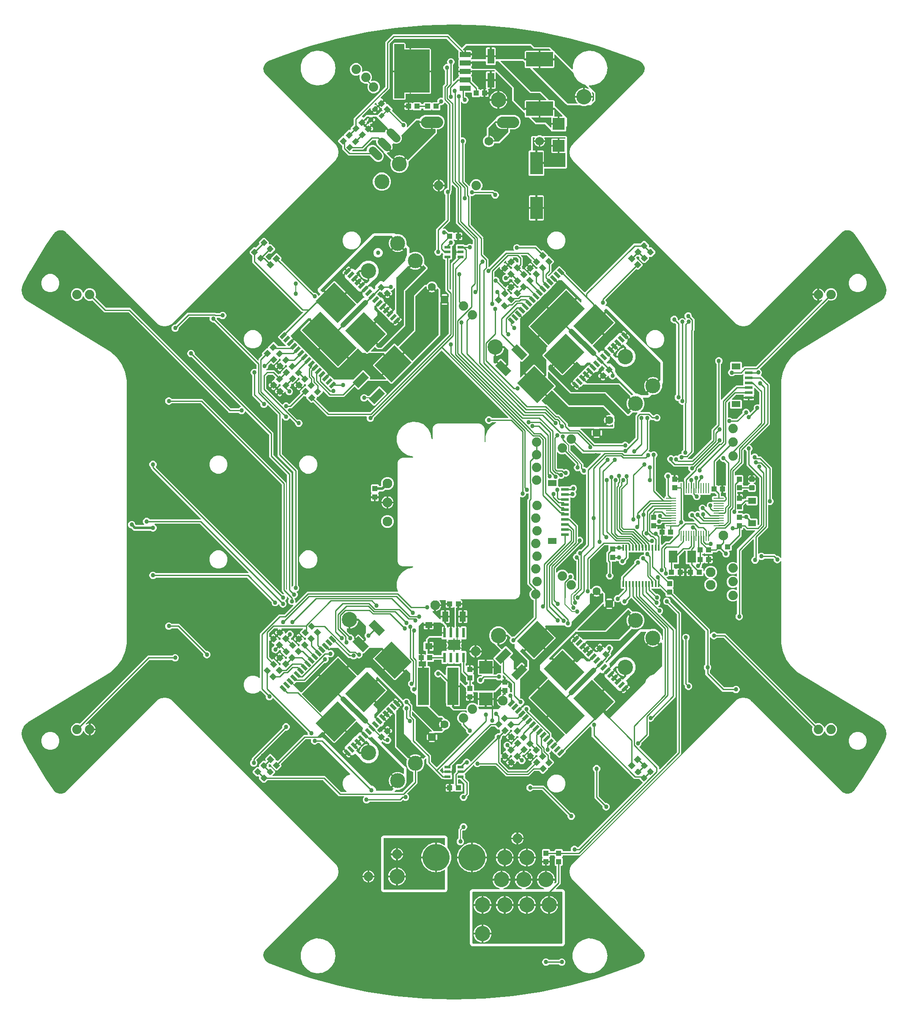
<source format=gbr>
G04 EAGLE Gerber RS-274X export*
G75*
%MOMM*%
%FSLAX34Y34*%
%LPD*%
%INTop Copper*%
%IPPOS*%
%AMOC8*
5,1,8,0,0,1.08239X$1,22.5*%
G01*
%ADD10C,1.879600*%
%ADD11R,0.400000X1.250000*%
%ADD12R,1.000000X1.100000*%
%ADD13R,0.650000X1.400000*%
%ADD14R,6.230000X5.250000*%
%ADD15R,10.300000X5.250000*%
%ADD16R,1.600000X3.000000*%
%ADD17R,4.826000X5.715000*%
%ADD18P,1.732040X8X337.500000*%
%ADD19C,1.600200*%
%ADD20R,1.100000X1.000000*%
%ADD21C,0.300000*%
%ADD22P,1.732040X8X247.500000*%
%ADD23R,2.160000X1.070000*%
%ADD24R,1.270000X0.635000*%
%ADD25C,0.990600*%
%ADD26R,5.400000X2.900000*%
%ADD27R,1.400000X3.000000*%
%ADD28R,2.400000X2.400000*%
%ADD29R,2.500000X4.500000*%
%ADD30R,0.254000X2.032000*%
%ADD31R,2.032000X0.254000*%
%ADD32R,1.700000X2.400000*%
%ADD33R,1.550000X0.600000*%
%ADD34R,1.800000X1.200000*%
%ADD35R,1.600000X1.300000*%
%ADD36R,1.470000X1.270000*%
%ADD37R,2.200000X7.500000*%
%ADD38R,2.700000X2.550000*%
%ADD39R,1.270000X2.060000*%
%ADD40R,0.558800X1.981200*%
%ADD41R,2.489200X2.006600*%
%ADD42C,3.000000*%
%ADD43R,1.200000X0.550000*%
%ADD44R,0.800000X0.900000*%
%ADD45C,1.625600*%
%ADD46C,1.727200*%
%ADD47C,2.247900*%
%ADD48C,1.950000*%
%ADD49C,3.066000*%
%ADD50C,5.416000*%
%ADD51C,0.508000*%
%ADD52C,0.254000*%
%ADD53C,0.858000*%
%ADD54C,0.203200*%
%ADD55C,1.016000*%

G36*
X58574Y-975197D02*
X58574Y-975197D01*
X58607Y-975191D01*
X58635Y-975193D01*
X116967Y-969927D01*
X117000Y-969919D01*
X117027Y-969919D01*
X174939Y-961163D01*
X174971Y-961153D01*
X174999Y-961152D01*
X232281Y-948938D01*
X232312Y-948926D01*
X232340Y-948923D01*
X288786Y-933294D01*
X288817Y-933281D01*
X288844Y-933276D01*
X344250Y-914289D01*
X344273Y-914278D01*
X344293Y-914273D01*
X371543Y-903542D01*
X371556Y-903535D01*
X371568Y-903532D01*
X371569Y-903531D01*
X371603Y-903511D01*
X371634Y-903501D01*
X373956Y-902315D01*
X374100Y-902214D01*
X374162Y-902176D01*
X378076Y-898757D01*
X378261Y-898542D01*
X378272Y-898518D01*
X378286Y-898501D01*
X380892Y-894005D01*
X380998Y-893741D01*
X381001Y-893715D01*
X381009Y-893695D01*
X382028Y-888599D01*
X382044Y-888315D01*
X382038Y-888290D01*
X382039Y-888268D01*
X381364Y-883115D01*
X381288Y-882841D01*
X381275Y-882819D01*
X381268Y-882798D01*
X378971Y-878137D01*
X378871Y-877991D01*
X378834Y-877929D01*
X377148Y-875941D01*
X377113Y-875910D01*
X377091Y-875880D01*
X377023Y-875812D01*
X375900Y-874690D01*
X375899Y-874688D01*
X237049Y-735838D01*
X235658Y-734447D01*
X232342Y-727939D01*
X231200Y-720725D01*
X232342Y-713511D01*
X235658Y-707003D01*
X237049Y-705612D01*
X238720Y-703942D01*
X239432Y-703229D01*
X564488Y-378183D01*
X566093Y-376578D01*
X572601Y-373262D01*
X579815Y-372120D01*
X587029Y-373262D01*
X593537Y-376578D01*
X594928Y-377969D01*
X776529Y-559570D01*
X776569Y-559600D01*
X776595Y-559630D01*
X778727Y-561418D01*
X778906Y-561530D01*
X778951Y-561561D01*
X783979Y-563900D01*
X783988Y-563902D01*
X783995Y-563907D01*
X784049Y-563921D01*
X784251Y-563982D01*
X784290Y-563983D01*
X784321Y-563991D01*
X789845Y-564464D01*
X789854Y-564464D01*
X789863Y-564466D01*
X789917Y-564460D01*
X790129Y-564449D01*
X790166Y-564436D01*
X790197Y-564433D01*
X795550Y-562984D01*
X795558Y-562980D01*
X795567Y-562979D01*
X795616Y-562956D01*
X795811Y-562872D01*
X795842Y-562847D01*
X795870Y-562834D01*
X800402Y-559638D01*
X800554Y-559495D01*
X800597Y-559458D01*
X802378Y-557319D01*
X802403Y-557278D01*
X802430Y-557251D01*
X802431Y-557249D01*
X802436Y-557240D01*
X802441Y-557234D01*
X818763Y-532960D01*
X818774Y-532937D01*
X818788Y-532922D01*
X849215Y-482957D01*
X849225Y-482934D01*
X849237Y-482918D01*
X863314Y-457275D01*
X863316Y-457270D01*
X863319Y-457266D01*
X863319Y-457265D01*
X863335Y-457222D01*
X863355Y-457192D01*
X864922Y-453600D01*
X864963Y-453454D01*
X864989Y-453381D01*
X866423Y-445699D01*
X866436Y-445415D01*
X866433Y-445403D01*
X866434Y-445393D01*
X865514Y-437633D01*
X865441Y-437358D01*
X865435Y-437348D01*
X865433Y-437338D01*
X862243Y-430204D01*
X862092Y-429963D01*
X862083Y-429955D01*
X862078Y-429947D01*
X856908Y-424087D01*
X856792Y-423988D01*
X856737Y-423933D01*
X853550Y-421653D01*
X853512Y-421633D01*
X853486Y-421611D01*
X695701Y-325883D01*
X695700Y-325882D01*
X688538Y-321538D01*
X676034Y-309881D01*
X666166Y-295921D01*
X659348Y-280244D01*
X655866Y-263508D01*
X655866Y-99816D01*
X655854Y-99731D01*
X655852Y-99645D01*
X655834Y-99591D01*
X655826Y-99534D01*
X655791Y-99456D01*
X655765Y-99374D01*
X655733Y-99327D01*
X655710Y-99275D01*
X655655Y-99209D01*
X655607Y-99138D01*
X655563Y-99101D01*
X655527Y-99058D01*
X655455Y-99010D01*
X655389Y-98955D01*
X655337Y-98932D01*
X655290Y-98900D01*
X655208Y-98874D01*
X655129Y-98840D01*
X655073Y-98832D01*
X655019Y-98815D01*
X654933Y-98812D01*
X654848Y-98801D01*
X654791Y-98809D01*
X654735Y-98807D01*
X654651Y-98829D01*
X654566Y-98841D01*
X654515Y-98865D01*
X654460Y-98879D01*
X654386Y-98923D01*
X654307Y-98958D01*
X654264Y-98995D01*
X654215Y-99024D01*
X654156Y-99087D01*
X654091Y-99143D01*
X654065Y-99185D01*
X654021Y-99232D01*
X653955Y-99361D01*
X653933Y-99396D01*
X651857Y-101471D01*
X649160Y-102589D01*
X646240Y-102589D01*
X643543Y-101471D01*
X641479Y-99407D01*
X640361Y-96710D01*
X640361Y-94439D01*
X640349Y-94353D01*
X640346Y-94265D01*
X640329Y-94213D01*
X640321Y-94158D01*
X640286Y-94078D01*
X640259Y-93995D01*
X640231Y-93956D01*
X640205Y-93899D01*
X640109Y-93785D01*
X640064Y-93722D01*
X639858Y-93516D01*
X639789Y-93464D01*
X639725Y-93404D01*
X639675Y-93378D01*
X639631Y-93345D01*
X639550Y-93314D01*
X639472Y-93274D01*
X639424Y-93266D01*
X639366Y-93244D01*
X639218Y-93232D01*
X639141Y-93219D01*
X622329Y-93219D01*
X622242Y-93231D01*
X622155Y-93234D01*
X622102Y-93251D01*
X622047Y-93259D01*
X621968Y-93294D01*
X621884Y-93321D01*
X621845Y-93349D01*
X621788Y-93375D01*
X621675Y-93471D01*
X621611Y-93516D01*
X620018Y-95109D01*
X617320Y-96227D01*
X614401Y-96227D01*
X611993Y-95229D01*
X611881Y-95201D01*
X611772Y-95166D01*
X611744Y-95165D01*
X611717Y-95158D01*
X611603Y-95161D01*
X611488Y-95159D01*
X611461Y-95166D01*
X611433Y-95166D01*
X611324Y-95201D01*
X611213Y-95230D01*
X611189Y-95245D01*
X611162Y-95253D01*
X611067Y-95317D01*
X610968Y-95376D01*
X610949Y-95396D01*
X610926Y-95411D01*
X610852Y-95499D01*
X610774Y-95583D01*
X610761Y-95608D01*
X610743Y-95629D01*
X610697Y-95734D01*
X610644Y-95836D01*
X610640Y-95861D01*
X610628Y-95889D01*
X610591Y-96152D01*
X610589Y-96167D01*
X610589Y-97940D01*
X609471Y-100637D01*
X607407Y-102701D01*
X604710Y-103819D01*
X601790Y-103819D01*
X599093Y-102701D01*
X597029Y-100637D01*
X595911Y-97940D01*
X595911Y-95020D01*
X597029Y-92323D01*
X599093Y-90258D01*
X599936Y-89909D01*
X599938Y-89908D01*
X599939Y-89908D01*
X600059Y-89836D01*
X600181Y-89765D01*
X600182Y-89763D01*
X600184Y-89763D01*
X600281Y-89659D01*
X600376Y-89558D01*
X600377Y-89557D01*
X600378Y-89555D01*
X600442Y-89430D01*
X600506Y-89305D01*
X600507Y-89304D01*
X600507Y-89302D01*
X600510Y-89287D01*
X600561Y-89026D01*
X600559Y-88996D01*
X600563Y-88971D01*
X600563Y-55811D01*
X600559Y-55782D01*
X600561Y-55753D01*
X600539Y-55642D01*
X600523Y-55530D01*
X600511Y-55503D01*
X600505Y-55474D01*
X600453Y-55374D01*
X600407Y-55271D01*
X600388Y-55248D01*
X600374Y-55222D01*
X600297Y-55140D01*
X600223Y-55054D01*
X600199Y-55037D01*
X600179Y-55016D01*
X600081Y-54959D01*
X599987Y-54896D01*
X599959Y-54887D01*
X599933Y-54872D01*
X599824Y-54844D01*
X599716Y-54810D01*
X599686Y-54809D01*
X599658Y-54802D01*
X599545Y-54806D01*
X599431Y-54803D01*
X599403Y-54810D01*
X599374Y-54811D01*
X599266Y-54846D01*
X599156Y-54875D01*
X599131Y-54890D01*
X599103Y-54899D01*
X599039Y-54944D01*
X598912Y-55020D01*
X598869Y-55066D01*
X598830Y-55094D01*
X576116Y-77807D01*
X576064Y-77877D01*
X576004Y-77941D01*
X575978Y-77990D01*
X575945Y-78035D01*
X575914Y-78116D01*
X575874Y-78194D01*
X575866Y-78242D01*
X575844Y-78300D01*
X575832Y-78448D01*
X575819Y-78525D01*
X575819Y-203070D01*
X575831Y-203156D01*
X575834Y-203244D01*
X575851Y-203296D01*
X575859Y-203351D01*
X575894Y-203431D01*
X575921Y-203514D01*
X575949Y-203553D01*
X575975Y-203611D01*
X576071Y-203724D01*
X576116Y-203788D01*
X577721Y-205393D01*
X578839Y-208090D01*
X578839Y-211010D01*
X577721Y-213707D01*
X575657Y-215771D01*
X572960Y-216889D01*
X570040Y-216889D01*
X567343Y-215771D01*
X565279Y-213707D01*
X564161Y-211010D01*
X564161Y-208090D01*
X565279Y-205393D01*
X566884Y-203788D01*
X566936Y-203718D01*
X566996Y-203654D01*
X567022Y-203604D01*
X567055Y-203560D01*
X567086Y-203479D01*
X567126Y-203401D01*
X567134Y-203353D01*
X567156Y-203295D01*
X567168Y-203147D01*
X567181Y-203070D01*
X567181Y-178398D01*
X567165Y-178284D01*
X567155Y-178170D01*
X567145Y-178144D01*
X567141Y-178117D01*
X567095Y-178012D01*
X567053Y-177905D01*
X567037Y-177882D01*
X567025Y-177857D01*
X566951Y-177770D01*
X566882Y-177678D01*
X566859Y-177661D01*
X566842Y-177640D01*
X566746Y-177576D01*
X566654Y-177508D01*
X566628Y-177498D01*
X566605Y-177483D01*
X566495Y-177448D01*
X566388Y-177407D01*
X566360Y-177405D01*
X566334Y-177397D01*
X566219Y-177394D01*
X566105Y-177385D01*
X566080Y-177390D01*
X566050Y-177389D01*
X565793Y-177457D01*
X565777Y-177460D01*
X561276Y-179325D01*
X556324Y-179325D01*
X551749Y-177430D01*
X548248Y-173929D01*
X546353Y-169354D01*
X546353Y-164402D01*
X548248Y-159827D01*
X551749Y-156326D01*
X556324Y-154431D01*
X561276Y-154431D01*
X565777Y-156296D01*
X565889Y-156325D01*
X565998Y-156359D01*
X566026Y-156360D01*
X566053Y-156367D01*
X566167Y-156364D01*
X566282Y-156367D01*
X566309Y-156360D01*
X566337Y-156359D01*
X566446Y-156324D01*
X566557Y-156295D01*
X566581Y-156281D01*
X566608Y-156272D01*
X566703Y-156208D01*
X566802Y-156149D01*
X566821Y-156129D01*
X566844Y-156114D01*
X566918Y-156026D01*
X566996Y-155942D01*
X567009Y-155917D01*
X567027Y-155896D01*
X567073Y-155791D01*
X567126Y-155689D01*
X567130Y-155664D01*
X567142Y-155636D01*
X567179Y-155373D01*
X567181Y-155358D01*
X567181Y-151220D01*
X567165Y-151106D01*
X567155Y-150992D01*
X567145Y-150966D01*
X567141Y-150939D01*
X567095Y-150834D01*
X567053Y-150727D01*
X567037Y-150704D01*
X567025Y-150679D01*
X566951Y-150592D01*
X566882Y-150500D01*
X566859Y-150483D01*
X566842Y-150462D01*
X566746Y-150398D01*
X566654Y-150330D01*
X566628Y-150320D01*
X566605Y-150305D01*
X566495Y-150270D01*
X566388Y-150229D01*
X566360Y-150227D01*
X566334Y-150219D01*
X566219Y-150216D01*
X566105Y-150207D01*
X566080Y-150212D01*
X566050Y-150211D01*
X565793Y-150279D01*
X565777Y-150282D01*
X561276Y-152147D01*
X556324Y-152147D01*
X551749Y-150252D01*
X548248Y-146751D01*
X546353Y-142176D01*
X546353Y-137224D01*
X548248Y-132649D01*
X551749Y-129148D01*
X556324Y-127253D01*
X561276Y-127253D01*
X565777Y-129118D01*
X565889Y-129147D01*
X565998Y-129181D01*
X566026Y-129182D01*
X566053Y-129189D01*
X566167Y-129186D01*
X566282Y-129189D01*
X566309Y-129182D01*
X566337Y-129181D01*
X566446Y-129146D01*
X566557Y-129117D01*
X566581Y-129103D01*
X566608Y-129094D01*
X566703Y-129030D01*
X566802Y-128971D01*
X566821Y-128951D01*
X566844Y-128936D01*
X566918Y-128848D01*
X566996Y-128764D01*
X567009Y-128739D01*
X567027Y-128718D01*
X567073Y-128613D01*
X567126Y-128511D01*
X567130Y-128486D01*
X567142Y-128458D01*
X567179Y-128195D01*
X567181Y-128180D01*
X567181Y-124042D01*
X567165Y-123928D01*
X567155Y-123814D01*
X567145Y-123788D01*
X567141Y-123761D01*
X567095Y-123656D01*
X567053Y-123549D01*
X567037Y-123526D01*
X567025Y-123501D01*
X566951Y-123414D01*
X566882Y-123322D01*
X566859Y-123305D01*
X566842Y-123284D01*
X566746Y-123220D01*
X566654Y-123152D01*
X566628Y-123142D01*
X566605Y-123127D01*
X566495Y-123092D01*
X566388Y-123051D01*
X566360Y-123049D01*
X566334Y-123041D01*
X566219Y-123038D01*
X566105Y-123029D01*
X566080Y-123034D01*
X566050Y-123033D01*
X565793Y-123101D01*
X565777Y-123104D01*
X561276Y-124969D01*
X556324Y-124969D01*
X551749Y-123074D01*
X548248Y-119573D01*
X546353Y-114998D01*
X546353Y-110046D01*
X548248Y-105471D01*
X551749Y-101970D01*
X556324Y-100075D01*
X561276Y-100075D01*
X565777Y-101940D01*
X565889Y-101969D01*
X565998Y-102003D01*
X566026Y-102004D01*
X566053Y-102011D01*
X566167Y-102008D01*
X566282Y-102011D01*
X566309Y-102004D01*
X566337Y-102003D01*
X566446Y-101968D01*
X566557Y-101939D01*
X566581Y-101925D01*
X566608Y-101916D01*
X566703Y-101852D01*
X566802Y-101793D01*
X566821Y-101773D01*
X566844Y-101758D01*
X566918Y-101670D01*
X566996Y-101586D01*
X567009Y-101561D01*
X567027Y-101540D01*
X567073Y-101435D01*
X567126Y-101333D01*
X567130Y-101308D01*
X567142Y-101280D01*
X567179Y-101017D01*
X567181Y-101002D01*
X567181Y-74527D01*
X603354Y-38354D01*
X603372Y-38330D01*
X603394Y-38311D01*
X603457Y-38217D01*
X603525Y-38127D01*
X603536Y-38099D01*
X603552Y-38075D01*
X603586Y-37967D01*
X603626Y-37861D01*
X603629Y-37832D01*
X603638Y-37804D01*
X603641Y-37690D01*
X603650Y-37578D01*
X603644Y-37549D01*
X603645Y-37520D01*
X603616Y-37410D01*
X603594Y-37299D01*
X603581Y-37273D01*
X603573Y-37245D01*
X603515Y-37147D01*
X603463Y-37047D01*
X603443Y-37025D01*
X603428Y-37000D01*
X603345Y-36923D01*
X603267Y-36841D01*
X603242Y-36826D01*
X603221Y-36806D01*
X603120Y-36754D01*
X603022Y-36697D01*
X602994Y-36690D01*
X602968Y-36676D01*
X602890Y-36663D01*
X602747Y-36627D01*
X602684Y-36629D01*
X602636Y-36621D01*
X585743Y-36621D01*
X581289Y-32166D01*
X581246Y-32134D01*
X581239Y-32126D01*
X581214Y-32109D01*
X581155Y-32054D01*
X581106Y-32028D01*
X581062Y-31995D01*
X581018Y-31979D01*
X581003Y-31968D01*
X580965Y-31957D01*
X580902Y-31924D01*
X580854Y-31916D01*
X580796Y-31894D01*
X580757Y-31891D01*
X580732Y-31883D01*
X580640Y-31880D01*
X580571Y-31869D01*
X580564Y-31869D01*
X580537Y-31872D01*
X580513Y-31870D01*
X580483Y-31876D01*
X580448Y-31875D01*
X580366Y-31897D01*
X580282Y-31909D01*
X580250Y-31923D01*
X580234Y-31926D01*
X580215Y-31936D01*
X580173Y-31947D01*
X580100Y-31990D01*
X580023Y-32025D01*
X579990Y-32053D01*
X579982Y-32057D01*
X579972Y-32067D01*
X579928Y-32092D01*
X579870Y-32154D01*
X579806Y-32208D01*
X579778Y-32251D01*
X579775Y-32253D01*
X579772Y-32259D01*
X579734Y-32300D01*
X579695Y-32375D01*
X579648Y-32445D01*
X579631Y-32501D01*
X579604Y-32553D01*
X579593Y-32621D01*
X579563Y-32716D01*
X579560Y-32816D01*
X579549Y-32884D01*
X579549Y-34313D01*
X577763Y-36099D01*
X576834Y-36099D01*
X576776Y-36107D01*
X576718Y-36105D01*
X576636Y-36127D01*
X576552Y-36139D01*
X576499Y-36162D01*
X576443Y-36177D01*
X576370Y-36220D01*
X576293Y-36255D01*
X576248Y-36293D01*
X576198Y-36322D01*
X576140Y-36384D01*
X576076Y-36438D01*
X576044Y-36487D01*
X576004Y-36530D01*
X575965Y-36605D01*
X575918Y-36675D01*
X575901Y-36731D01*
X575874Y-36783D01*
X575863Y-36851D01*
X575833Y-36946D01*
X575830Y-37046D01*
X575819Y-37114D01*
X575819Y-48389D01*
X557096Y-67112D01*
X557044Y-67181D01*
X556984Y-67245D01*
X556958Y-67295D01*
X556925Y-67339D01*
X556894Y-67420D01*
X556854Y-67498D01*
X556846Y-67546D01*
X556824Y-67604D01*
X556812Y-67752D01*
X556799Y-67829D01*
X556799Y-76113D01*
X555013Y-77899D01*
X552116Y-77899D01*
X552002Y-77915D01*
X551888Y-77925D01*
X551862Y-77935D01*
X551834Y-77939D01*
X551729Y-77986D01*
X551622Y-78027D01*
X551600Y-78043D01*
X551575Y-78055D01*
X551487Y-78129D01*
X551396Y-78198D01*
X551379Y-78221D01*
X551358Y-78238D01*
X551294Y-78334D01*
X551226Y-78426D01*
X551216Y-78452D01*
X551200Y-78475D01*
X551166Y-78585D01*
X551125Y-78692D01*
X551123Y-78720D01*
X551115Y-78746D01*
X551112Y-78861D01*
X551103Y-78975D01*
X551108Y-79000D01*
X551107Y-79030D01*
X551174Y-79287D01*
X551178Y-79303D01*
X552364Y-82165D01*
X552364Y-85085D01*
X551246Y-87782D01*
X549182Y-89846D01*
X546485Y-90964D01*
X543565Y-90964D01*
X540868Y-89846D01*
X538804Y-87782D01*
X537686Y-85085D01*
X537686Y-82814D01*
X537674Y-82728D01*
X537671Y-82640D01*
X537654Y-82588D01*
X537646Y-82533D01*
X537611Y-82453D01*
X537584Y-82370D01*
X537556Y-82331D01*
X537530Y-82274D01*
X537434Y-82160D01*
X537389Y-82097D01*
X533488Y-78196D01*
X533419Y-78144D01*
X533355Y-78084D01*
X533305Y-78058D01*
X533261Y-78025D01*
X533180Y-77994D01*
X533102Y-77954D01*
X533054Y-77946D01*
X532996Y-77924D01*
X532848Y-77912D01*
X532771Y-77899D01*
X529729Y-77899D01*
X529643Y-77911D01*
X529555Y-77914D01*
X529503Y-77931D01*
X529448Y-77939D01*
X529368Y-77974D01*
X529285Y-78001D01*
X529246Y-78029D01*
X529188Y-78055D01*
X529075Y-78151D01*
X529011Y-78196D01*
X526689Y-80519D01*
X519714Y-80519D01*
X519656Y-80527D01*
X519598Y-80525D01*
X519516Y-80547D01*
X519432Y-80559D01*
X519379Y-80582D01*
X519323Y-80597D01*
X519250Y-80640D01*
X519173Y-80675D01*
X519128Y-80713D01*
X519078Y-80742D01*
X519020Y-80804D01*
X518956Y-80858D01*
X518924Y-80907D01*
X518884Y-80950D01*
X518845Y-81025D01*
X518798Y-81095D01*
X518781Y-81151D01*
X518754Y-81203D01*
X518743Y-81271D01*
X518713Y-81366D01*
X518710Y-81466D01*
X518699Y-81534D01*
X518699Y-82463D01*
X516913Y-84249D01*
X503387Y-84249D01*
X502368Y-83229D01*
X502321Y-83194D01*
X502281Y-83152D01*
X502208Y-83109D01*
X502141Y-83059D01*
X502086Y-83038D01*
X502036Y-83008D01*
X501954Y-82987D01*
X501875Y-82957D01*
X501817Y-82952D01*
X501760Y-82938D01*
X501676Y-82941D01*
X501592Y-82934D01*
X501534Y-82945D01*
X501476Y-82947D01*
X501396Y-82973D01*
X501313Y-82990D01*
X501261Y-83017D01*
X501205Y-83035D01*
X501149Y-83075D01*
X501061Y-83121D01*
X500988Y-83189D01*
X500932Y-83229D01*
X499913Y-84249D01*
X498484Y-84249D01*
X498426Y-84257D01*
X498368Y-84255D01*
X498286Y-84277D01*
X498202Y-84289D01*
X498149Y-84312D01*
X498093Y-84327D01*
X498020Y-84370D01*
X497943Y-84405D01*
X497898Y-84443D01*
X497848Y-84472D01*
X497790Y-84534D01*
X497726Y-84588D01*
X497694Y-84637D01*
X497654Y-84680D01*
X497615Y-84755D01*
X497568Y-84825D01*
X497551Y-84881D01*
X497524Y-84933D01*
X497513Y-85001D01*
X497483Y-85096D01*
X497480Y-85196D01*
X497469Y-85264D01*
X497469Y-86186D01*
X497477Y-86244D01*
X497475Y-86302D01*
X497497Y-86384D01*
X497509Y-86468D01*
X497532Y-86521D01*
X497547Y-86577D01*
X497590Y-86650D01*
X497625Y-86727D01*
X497663Y-86772D01*
X497692Y-86822D01*
X497754Y-86880D01*
X497808Y-86944D01*
X497857Y-86976D01*
X497900Y-87016D01*
X497975Y-87055D01*
X498045Y-87102D01*
X498101Y-87119D01*
X498153Y-87146D01*
X498221Y-87157D01*
X498316Y-87187D01*
X498416Y-87190D01*
X498484Y-87201D01*
X499913Y-87201D01*
X501291Y-88580D01*
X501338Y-88615D01*
X501378Y-88657D01*
X501451Y-88700D01*
X501518Y-88751D01*
X501573Y-88772D01*
X501624Y-88801D01*
X501705Y-88822D01*
X501784Y-88852D01*
X501843Y-88857D01*
X501899Y-88871D01*
X501983Y-88868D01*
X502067Y-88875D01*
X502125Y-88864D01*
X502183Y-88862D01*
X502263Y-88836D01*
X502346Y-88820D01*
X502398Y-88793D01*
X502454Y-88775D01*
X502510Y-88735D01*
X502599Y-88689D01*
X502671Y-88620D01*
X502727Y-88580D01*
X503090Y-88217D01*
X503669Y-87882D01*
X504316Y-87709D01*
X508119Y-87709D01*
X508119Y-94234D01*
X508127Y-94292D01*
X508125Y-94350D01*
X508147Y-94432D01*
X508159Y-94515D01*
X508183Y-94569D01*
X508197Y-94625D01*
X508240Y-94698D01*
X508275Y-94775D01*
X508313Y-94819D01*
X508343Y-94870D01*
X508404Y-94927D01*
X508459Y-94992D01*
X508507Y-95024D01*
X508550Y-95064D01*
X508625Y-95103D01*
X508695Y-95149D01*
X508751Y-95167D01*
X508803Y-95194D01*
X508871Y-95205D01*
X508966Y-95235D01*
X509066Y-95238D01*
X509134Y-95249D01*
X510151Y-95249D01*
X510151Y-95251D01*
X509134Y-95251D01*
X509076Y-95259D01*
X509018Y-95258D01*
X508936Y-95279D01*
X508853Y-95291D01*
X508799Y-95315D01*
X508743Y-95329D01*
X508670Y-95372D01*
X508593Y-95407D01*
X508548Y-95445D01*
X508498Y-95475D01*
X508440Y-95536D01*
X508376Y-95591D01*
X508344Y-95639D01*
X508304Y-95682D01*
X508265Y-95757D01*
X508219Y-95827D01*
X508201Y-95883D01*
X508174Y-95935D01*
X508163Y-96003D01*
X508133Y-96098D01*
X508130Y-96198D01*
X508119Y-96266D01*
X508119Y-102791D01*
X504316Y-102791D01*
X503669Y-102618D01*
X503090Y-102283D01*
X502727Y-101920D01*
X502680Y-101885D01*
X502640Y-101843D01*
X502567Y-101800D01*
X502500Y-101749D01*
X502445Y-101728D01*
X502395Y-101699D01*
X502313Y-101678D01*
X502234Y-101648D01*
X502176Y-101643D01*
X502119Y-101629D01*
X502035Y-101632D01*
X501951Y-101625D01*
X501894Y-101636D01*
X501835Y-101638D01*
X501755Y-101664D01*
X501672Y-101680D01*
X501620Y-101707D01*
X501565Y-101725D01*
X501508Y-101766D01*
X501420Y-101811D01*
X501348Y-101880D01*
X501291Y-101920D01*
X499913Y-103299D01*
X498484Y-103299D01*
X498426Y-103307D01*
X498368Y-103305D01*
X498286Y-103327D01*
X498202Y-103339D01*
X498149Y-103362D01*
X498093Y-103377D01*
X498020Y-103420D01*
X497943Y-103455D01*
X497898Y-103493D01*
X497848Y-103522D01*
X497790Y-103584D01*
X497726Y-103638D01*
X497694Y-103687D01*
X497654Y-103730D01*
X497615Y-103805D01*
X497568Y-103875D01*
X497551Y-103931D01*
X497524Y-103983D01*
X497513Y-104051D01*
X497483Y-104146D01*
X497480Y-104246D01*
X497469Y-104314D01*
X497469Y-105539D01*
X496679Y-106328D01*
X496627Y-106398D01*
X496567Y-106462D01*
X496542Y-106511D01*
X496509Y-106555D01*
X496477Y-106637D01*
X496438Y-106715D01*
X496430Y-106763D01*
X496407Y-106821D01*
X496395Y-106969D01*
X496382Y-107046D01*
X496382Y-109316D01*
X495603Y-111197D01*
X495574Y-111309D01*
X495540Y-111418D01*
X495539Y-111446D01*
X495532Y-111473D01*
X495535Y-111587D01*
X495532Y-111702D01*
X495539Y-111729D01*
X495540Y-111757D01*
X495575Y-111866D01*
X495604Y-111977D01*
X495618Y-112001D01*
X495627Y-112028D01*
X495691Y-112123D01*
X495749Y-112222D01*
X495770Y-112241D01*
X495785Y-112264D01*
X495873Y-112338D01*
X495957Y-112416D01*
X495981Y-112429D01*
X496003Y-112447D01*
X496107Y-112493D01*
X496210Y-112546D01*
X496234Y-112550D01*
X496262Y-112562D01*
X496526Y-112599D01*
X496541Y-112601D01*
X497863Y-112601D01*
X499649Y-114387D01*
X499649Y-117593D01*
X499661Y-117678D01*
X499663Y-117764D01*
X499681Y-117818D01*
X499689Y-117875D01*
X499724Y-117953D01*
X499750Y-118035D01*
X499782Y-118082D01*
X499805Y-118134D01*
X499860Y-118200D01*
X499908Y-118271D01*
X499952Y-118308D01*
X499988Y-118351D01*
X500060Y-118399D01*
X500126Y-118454D01*
X500178Y-118477D01*
X500225Y-118509D01*
X500307Y-118535D01*
X500386Y-118570D01*
X500442Y-118577D01*
X500496Y-118595D01*
X500582Y-118597D01*
X500667Y-118609D01*
X500723Y-118600D01*
X500780Y-118602D01*
X500863Y-118580D01*
X500948Y-118568D01*
X501000Y-118544D01*
X501055Y-118530D01*
X501129Y-118486D01*
X501208Y-118451D01*
X501251Y-118414D01*
X501300Y-118385D01*
X501359Y-118322D01*
X501424Y-118266D01*
X501450Y-118225D01*
X501494Y-118178D01*
X501560Y-118048D01*
X501602Y-117982D01*
X503500Y-113400D01*
X507100Y-109800D01*
X511804Y-107851D01*
X516896Y-107851D01*
X521600Y-109800D01*
X525200Y-113400D01*
X527149Y-118104D01*
X527149Y-123196D01*
X525200Y-127900D01*
X521600Y-131500D01*
X519399Y-132412D01*
X519373Y-132427D01*
X519345Y-132436D01*
X519251Y-132499D01*
X519154Y-132557D01*
X519134Y-132578D01*
X519109Y-132594D01*
X519036Y-132681D01*
X518959Y-132763D01*
X518945Y-132789D01*
X518926Y-132812D01*
X518880Y-132915D01*
X518828Y-133016D01*
X518823Y-133045D01*
X518811Y-133072D01*
X518795Y-133184D01*
X518773Y-133295D01*
X518776Y-133324D01*
X518772Y-133353D01*
X518788Y-133465D01*
X518798Y-133578D01*
X518808Y-133605D01*
X518813Y-133635D01*
X518859Y-133738D01*
X518900Y-133843D01*
X518918Y-133867D01*
X518930Y-133894D01*
X519003Y-133980D01*
X519071Y-134070D01*
X519095Y-134088D01*
X519114Y-134110D01*
X519181Y-134152D01*
X519299Y-134240D01*
X519358Y-134262D01*
X519399Y-134288D01*
X521600Y-135200D01*
X525200Y-138800D01*
X527149Y-143504D01*
X527149Y-148596D01*
X525200Y-153300D01*
X521600Y-156900D01*
X516896Y-158849D01*
X511804Y-158849D01*
X507100Y-156900D01*
X503500Y-153300D01*
X501551Y-148596D01*
X501551Y-143504D01*
X503500Y-138800D01*
X507100Y-135200D01*
X509301Y-134288D01*
X509327Y-134273D01*
X509355Y-134264D01*
X509449Y-134201D01*
X509546Y-134143D01*
X509566Y-134122D01*
X509591Y-134106D01*
X509664Y-134019D01*
X509741Y-133937D01*
X509755Y-133911D01*
X509774Y-133888D01*
X509820Y-133785D01*
X509872Y-133684D01*
X509877Y-133655D01*
X509889Y-133628D01*
X509905Y-133516D01*
X509927Y-133405D01*
X509924Y-133376D01*
X509928Y-133347D01*
X509912Y-133235D01*
X509902Y-133122D01*
X509892Y-133095D01*
X509887Y-133066D01*
X509841Y-132962D01*
X509800Y-132857D01*
X509782Y-132833D01*
X509770Y-132806D01*
X509697Y-132720D01*
X509629Y-132630D01*
X509605Y-132612D01*
X509586Y-132590D01*
X509520Y-132548D01*
X509401Y-132460D01*
X509342Y-132438D01*
X509301Y-132412D01*
X507100Y-131500D01*
X503500Y-127900D01*
X501602Y-123318D01*
X501558Y-123244D01*
X501523Y-123166D01*
X501486Y-123122D01*
X501457Y-123073D01*
X501395Y-123014D01*
X501339Y-122949D01*
X501292Y-122917D01*
X501251Y-122878D01*
X501174Y-122839D01*
X501103Y-122791D01*
X501049Y-122774D01*
X500998Y-122748D01*
X500914Y-122731D01*
X500832Y-122705D01*
X500775Y-122704D01*
X500719Y-122693D01*
X500634Y-122700D01*
X500548Y-122698D01*
X500493Y-122712D01*
X500436Y-122717D01*
X500356Y-122748D01*
X500273Y-122770D01*
X500224Y-122799D01*
X500171Y-122819D01*
X500102Y-122871D01*
X500028Y-122915D01*
X499989Y-122957D01*
X499944Y-122991D01*
X499892Y-123060D01*
X499834Y-123122D01*
X499808Y-123173D01*
X499774Y-123219D01*
X499743Y-123299D01*
X499704Y-123376D01*
X499696Y-123424D01*
X499673Y-123485D01*
X499662Y-123629D01*
X499649Y-123707D01*
X499649Y-126913D01*
X497863Y-128699D01*
X484337Y-128699D01*
X482959Y-127320D01*
X482912Y-127285D01*
X482872Y-127243D01*
X482799Y-127200D01*
X482732Y-127149D01*
X482677Y-127128D01*
X482626Y-127099D01*
X482545Y-127078D01*
X482466Y-127048D01*
X482407Y-127043D01*
X482351Y-127029D01*
X482267Y-127032D01*
X482183Y-127025D01*
X482125Y-127036D01*
X482067Y-127038D01*
X481987Y-127064D01*
X481904Y-127080D01*
X481852Y-127107D01*
X481796Y-127125D01*
X481740Y-127165D01*
X481651Y-127211D01*
X481579Y-127280D01*
X481523Y-127320D01*
X481160Y-127683D01*
X480581Y-128018D01*
X479934Y-128191D01*
X476131Y-128191D01*
X476131Y-121666D01*
X476123Y-121608D01*
X476124Y-121550D01*
X476103Y-121468D01*
X476091Y-121385D01*
X476067Y-121331D01*
X476053Y-121275D01*
X476010Y-121202D01*
X475975Y-121125D01*
X475937Y-121081D01*
X475907Y-121030D01*
X475846Y-120973D01*
X475791Y-120908D01*
X475743Y-120876D01*
X475700Y-120836D01*
X475625Y-120797D01*
X475555Y-120751D01*
X475499Y-120733D01*
X475447Y-120706D01*
X475379Y-120695D01*
X475284Y-120665D01*
X475184Y-120662D01*
X475116Y-120651D01*
X474099Y-120651D01*
X474099Y-120649D01*
X475116Y-120649D01*
X475174Y-120641D01*
X475232Y-120642D01*
X475314Y-120621D01*
X475397Y-120609D01*
X475451Y-120585D01*
X475507Y-120571D01*
X475580Y-120528D01*
X475657Y-120493D01*
X475701Y-120455D01*
X475752Y-120425D01*
X475809Y-120364D01*
X475874Y-120309D01*
X475906Y-120261D01*
X475946Y-120218D01*
X475985Y-120143D01*
X476031Y-120073D01*
X476049Y-120017D01*
X476076Y-119965D01*
X476087Y-119897D01*
X476117Y-119802D01*
X476120Y-119702D01*
X476131Y-119634D01*
X476131Y-112209D01*
X476119Y-112123D01*
X476116Y-112035D01*
X476099Y-111983D01*
X476091Y-111928D01*
X476056Y-111848D01*
X476029Y-111765D01*
X476001Y-111726D01*
X475975Y-111668D01*
X475879Y-111555D01*
X475834Y-111491D01*
X471861Y-107518D01*
X471861Y-105866D01*
X471853Y-105809D01*
X471854Y-105754D01*
X471854Y-105750D01*
X471833Y-105668D01*
X471821Y-105584D01*
X471797Y-105531D01*
X471782Y-105475D01*
X471739Y-105402D01*
X471705Y-105325D01*
X471667Y-105280D01*
X471637Y-105230D01*
X471576Y-105172D01*
X471521Y-105108D01*
X471472Y-105076D01*
X471430Y-105036D01*
X471355Y-104997D01*
X471284Y-104950D01*
X471229Y-104933D01*
X471177Y-104906D01*
X471109Y-104895D01*
X471013Y-104865D01*
X470914Y-104862D01*
X470846Y-104851D01*
X466417Y-104851D01*
X464631Y-103065D01*
X464631Y-78932D01*
X464623Y-78874D01*
X464624Y-78816D01*
X464603Y-78734D01*
X464591Y-78650D01*
X464567Y-78597D01*
X464552Y-78541D01*
X464509Y-78468D01*
X464475Y-78391D01*
X464437Y-78346D01*
X464407Y-78296D01*
X464346Y-78238D01*
X464291Y-78174D01*
X464242Y-78142D01*
X464200Y-78102D01*
X464125Y-78063D01*
X464054Y-78016D01*
X463999Y-77999D01*
X463947Y-77972D01*
X463879Y-77961D01*
X463783Y-77931D01*
X463684Y-77928D01*
X463616Y-77917D01*
X461692Y-77917D01*
X461605Y-77929D01*
X461518Y-77932D01*
X461465Y-77949D01*
X461410Y-77957D01*
X461330Y-77992D01*
X461247Y-78019D01*
X461208Y-78047D01*
X461151Y-78073D01*
X461037Y-78169D01*
X460974Y-78214D01*
X451026Y-88162D01*
X450973Y-88232D01*
X450913Y-88296D01*
X450888Y-88345D01*
X450855Y-88389D01*
X450824Y-88471D01*
X450784Y-88549D01*
X450776Y-88597D01*
X450754Y-88655D01*
X450741Y-88803D01*
X450728Y-88880D01*
X450728Y-103065D01*
X448942Y-104851D01*
X441334Y-104851D01*
X441276Y-104859D01*
X441218Y-104857D01*
X441136Y-104879D01*
X441052Y-104890D01*
X440999Y-104914D01*
X440943Y-104929D01*
X440870Y-104972D01*
X440793Y-105007D01*
X440748Y-105045D01*
X440698Y-105074D01*
X440640Y-105136D01*
X440576Y-105190D01*
X440544Y-105239D01*
X440504Y-105282D01*
X440465Y-105357D01*
X440418Y-105427D01*
X440401Y-105483D01*
X440374Y-105535D01*
X440363Y-105603D01*
X440333Y-105698D01*
X440330Y-105798D01*
X440319Y-105866D01*
X440319Y-111586D01*
X440327Y-111644D01*
X440325Y-111702D01*
X440347Y-111784D01*
X440359Y-111868D01*
X440382Y-111921D01*
X440397Y-111977D01*
X440440Y-112050D01*
X440475Y-112127D01*
X440513Y-112172D01*
X440542Y-112222D01*
X440604Y-112280D01*
X440658Y-112344D01*
X440707Y-112376D01*
X440750Y-112416D01*
X440825Y-112455D01*
X440895Y-112502D01*
X440951Y-112519D01*
X441003Y-112546D01*
X441071Y-112557D01*
X441166Y-112587D01*
X441266Y-112590D01*
X441334Y-112601D01*
X442763Y-112601D01*
X444141Y-113980D01*
X444188Y-114015D01*
X444228Y-114057D01*
X444301Y-114100D01*
X444368Y-114151D01*
X444423Y-114172D01*
X444474Y-114201D01*
X444555Y-114222D01*
X444634Y-114252D01*
X444693Y-114257D01*
X444749Y-114271D01*
X444833Y-114268D01*
X444917Y-114275D01*
X444975Y-114264D01*
X445033Y-114262D01*
X445113Y-114236D01*
X445196Y-114220D01*
X445248Y-114193D01*
X445304Y-114175D01*
X445360Y-114135D01*
X445449Y-114089D01*
X445521Y-114020D01*
X445577Y-113980D01*
X445940Y-113617D01*
X446519Y-113282D01*
X447166Y-113109D01*
X450969Y-113109D01*
X450969Y-119634D01*
X450977Y-119692D01*
X450975Y-119750D01*
X450997Y-119832D01*
X451009Y-119915D01*
X451033Y-119969D01*
X451047Y-120025D01*
X451090Y-120098D01*
X451125Y-120175D01*
X451163Y-120219D01*
X451193Y-120270D01*
X451254Y-120327D01*
X451309Y-120392D01*
X451357Y-120424D01*
X451400Y-120464D01*
X451475Y-120503D01*
X451545Y-120549D01*
X451601Y-120567D01*
X451653Y-120594D01*
X451721Y-120605D01*
X451816Y-120635D01*
X451916Y-120638D01*
X451984Y-120649D01*
X453001Y-120649D01*
X453001Y-120651D01*
X451984Y-120651D01*
X451926Y-120659D01*
X451868Y-120658D01*
X451786Y-120679D01*
X451703Y-120691D01*
X451649Y-120715D01*
X451593Y-120729D01*
X451520Y-120772D01*
X451443Y-120807D01*
X451398Y-120845D01*
X451348Y-120875D01*
X451290Y-120936D01*
X451226Y-120991D01*
X451194Y-121039D01*
X451154Y-121082D01*
X451115Y-121157D01*
X451069Y-121227D01*
X451051Y-121283D01*
X451024Y-121335D01*
X451013Y-121403D01*
X450983Y-121498D01*
X450980Y-121598D01*
X450969Y-121666D01*
X450969Y-128191D01*
X447166Y-128191D01*
X446519Y-128018D01*
X445940Y-127683D01*
X445577Y-127320D01*
X445530Y-127285D01*
X445490Y-127243D01*
X445417Y-127200D01*
X445350Y-127149D01*
X445295Y-127128D01*
X445245Y-127099D01*
X445163Y-127078D01*
X445084Y-127048D01*
X445026Y-127043D01*
X444969Y-127029D01*
X444885Y-127032D01*
X444801Y-127025D01*
X444744Y-127036D01*
X444685Y-127038D01*
X444605Y-127064D01*
X444522Y-127080D01*
X444470Y-127107D01*
X444415Y-127125D01*
X444358Y-127166D01*
X444270Y-127211D01*
X444198Y-127280D01*
X444141Y-127320D01*
X442763Y-128699D01*
X429732Y-128699D01*
X429646Y-128711D01*
X429558Y-128714D01*
X429505Y-128731D01*
X429451Y-128739D01*
X429371Y-128774D01*
X429288Y-128801D01*
X429248Y-128829D01*
X429191Y-128855D01*
X429078Y-128951D01*
X429014Y-128996D01*
X428335Y-129675D01*
X426449Y-130456D01*
X426350Y-130515D01*
X426248Y-130568D01*
X426228Y-130587D01*
X426204Y-130601D01*
X426126Y-130684D01*
X426042Y-130764D01*
X426028Y-130787D01*
X426009Y-130808D01*
X425957Y-130910D01*
X425899Y-131009D01*
X425892Y-131036D01*
X425879Y-131060D01*
X425857Y-131173D01*
X425829Y-131284D01*
X425829Y-131312D01*
X425824Y-131339D01*
X425834Y-131454D01*
X425838Y-131568D01*
X425846Y-131595D01*
X425848Y-131622D01*
X425890Y-131730D01*
X425925Y-131839D01*
X425939Y-131859D01*
X425950Y-131888D01*
X426111Y-132100D01*
X426120Y-132112D01*
X429062Y-135054D01*
X429131Y-135106D01*
X429195Y-135166D01*
X429245Y-135192D01*
X429289Y-135225D01*
X429370Y-135256D01*
X429448Y-135296D01*
X429496Y-135304D01*
X429554Y-135326D01*
X429702Y-135338D01*
X429779Y-135351D01*
X438063Y-135351D01*
X439849Y-137137D01*
X439849Y-150663D01*
X438829Y-151682D01*
X438794Y-151729D01*
X438752Y-151769D01*
X438709Y-151842D01*
X438659Y-151909D01*
X438638Y-151964D01*
X438608Y-152014D01*
X438587Y-152096D01*
X438557Y-152175D01*
X438552Y-152233D01*
X438538Y-152290D01*
X438541Y-152374D01*
X438534Y-152458D01*
X438545Y-152516D01*
X438547Y-152574D01*
X438573Y-152654D01*
X438590Y-152737D01*
X438617Y-152789D01*
X438635Y-152845D01*
X438675Y-152901D01*
X438721Y-152989D01*
X438789Y-153062D01*
X438829Y-153118D01*
X439849Y-154137D01*
X439849Y-162421D01*
X439861Y-162507D01*
X439864Y-162595D01*
X439881Y-162647D01*
X439889Y-162702D01*
X439924Y-162782D01*
X439951Y-162865D01*
X439979Y-162904D01*
X440005Y-162961D01*
X440101Y-163075D01*
X440146Y-163138D01*
X512319Y-235311D01*
X512319Y-243603D01*
X512331Y-243688D01*
X512333Y-243774D01*
X512351Y-243828D01*
X512359Y-243885D01*
X512394Y-243963D01*
X512420Y-244045D01*
X512452Y-244092D01*
X512475Y-244144D01*
X512530Y-244209D01*
X512578Y-244281D01*
X512622Y-244318D01*
X512658Y-244361D01*
X512730Y-244409D01*
X512796Y-244464D01*
X512848Y-244487D01*
X512895Y-244519D01*
X512977Y-244545D01*
X513056Y-244579D01*
X513112Y-244587D01*
X513166Y-244604D01*
X513252Y-244607D01*
X513337Y-244618D01*
X513393Y-244610D01*
X513450Y-244612D01*
X513533Y-244590D01*
X513619Y-244578D01*
X513670Y-244554D01*
X513725Y-244540D01*
X513799Y-244496D01*
X513878Y-244461D01*
X513921Y-244424D01*
X513970Y-244395D01*
X514029Y-244332D01*
X514094Y-244276D01*
X514120Y-244234D01*
X514164Y-244187D01*
X514230Y-244058D01*
X514272Y-243992D01*
X514479Y-243493D01*
X516543Y-241429D01*
X519240Y-240311D01*
X522160Y-240311D01*
X524857Y-241429D01*
X526462Y-243034D01*
X526532Y-243086D01*
X526596Y-243146D01*
X526646Y-243172D01*
X526690Y-243205D01*
X526771Y-243236D01*
X526849Y-243276D01*
X526897Y-243284D01*
X526955Y-243306D01*
X527103Y-243318D01*
X527180Y-243331D01*
X543709Y-243331D01*
X724333Y-423955D01*
X724334Y-423956D01*
X724335Y-423957D01*
X724456Y-424048D01*
X724560Y-424126D01*
X724561Y-424127D01*
X724563Y-424128D01*
X724696Y-424178D01*
X724826Y-424227D01*
X724827Y-424227D01*
X724829Y-424228D01*
X724973Y-424240D01*
X725109Y-424251D01*
X725110Y-424251D01*
X725112Y-424251D01*
X725128Y-424247D01*
X725388Y-424195D01*
X725415Y-424181D01*
X725439Y-424175D01*
X727544Y-423303D01*
X732496Y-423303D01*
X737071Y-425198D01*
X740572Y-428699D01*
X741782Y-431621D01*
X741797Y-431646D01*
X741806Y-431674D01*
X741869Y-431769D01*
X741927Y-431866D01*
X741948Y-431886D01*
X741964Y-431911D01*
X742051Y-431984D01*
X742133Y-432061D01*
X742159Y-432075D01*
X742182Y-432094D01*
X742285Y-432140D01*
X742386Y-432191D01*
X742415Y-432197D01*
X742442Y-432209D01*
X742554Y-432225D01*
X742665Y-432246D01*
X742694Y-432244D01*
X742723Y-432248D01*
X742835Y-432232D01*
X742948Y-432222D01*
X742975Y-432211D01*
X743005Y-432207D01*
X743108Y-432161D01*
X743213Y-432120D01*
X743237Y-432102D01*
X743264Y-432090D01*
X743350Y-432017D01*
X743440Y-431948D01*
X743458Y-431925D01*
X743480Y-431906D01*
X743522Y-431839D01*
X743610Y-431721D01*
X743632Y-431662D01*
X743658Y-431621D01*
X744868Y-428699D01*
X748369Y-425198D01*
X752944Y-423303D01*
X757896Y-423303D01*
X762471Y-425198D01*
X765972Y-428699D01*
X767867Y-433274D01*
X767867Y-438226D01*
X765972Y-442801D01*
X762471Y-446302D01*
X757896Y-448197D01*
X752944Y-448197D01*
X748369Y-446302D01*
X744868Y-442801D01*
X743658Y-439879D01*
X743643Y-439854D01*
X743634Y-439826D01*
X743571Y-439731D01*
X743513Y-439634D01*
X743492Y-439614D01*
X743476Y-439589D01*
X743389Y-439517D01*
X743307Y-439439D01*
X743281Y-439425D01*
X743258Y-439407D01*
X743155Y-439361D01*
X743054Y-439309D01*
X743025Y-439303D01*
X742998Y-439291D01*
X742886Y-439275D01*
X742775Y-439254D01*
X742746Y-439256D01*
X742717Y-439252D01*
X742605Y-439268D01*
X742492Y-439278D01*
X742465Y-439289D01*
X742436Y-439293D01*
X742332Y-439339D01*
X742227Y-439380D01*
X742203Y-439398D01*
X742176Y-439410D01*
X742090Y-439483D01*
X742000Y-439552D01*
X741982Y-439575D01*
X741960Y-439594D01*
X741918Y-439661D01*
X741830Y-439779D01*
X741808Y-439838D01*
X741782Y-439879D01*
X740572Y-442801D01*
X737071Y-446302D01*
X732496Y-448197D01*
X727544Y-448197D01*
X722969Y-446302D01*
X719468Y-442801D01*
X717573Y-438226D01*
X717573Y-433274D01*
X718445Y-431169D01*
X718446Y-431168D01*
X718446Y-431166D01*
X718480Y-431033D01*
X718516Y-430894D01*
X718516Y-430892D01*
X718516Y-430891D01*
X718512Y-430750D01*
X718508Y-430610D01*
X718508Y-430608D01*
X718507Y-430607D01*
X718466Y-430478D01*
X718421Y-430339D01*
X718420Y-430338D01*
X718420Y-430336D01*
X718411Y-430324D01*
X718263Y-430103D01*
X718240Y-430083D01*
X718225Y-430063D01*
X540428Y-252266D01*
X540359Y-252214D01*
X540295Y-252154D01*
X540245Y-252128D01*
X540201Y-252095D01*
X540120Y-252064D01*
X540042Y-252024D01*
X539994Y-252016D01*
X539936Y-251994D01*
X539788Y-251982D01*
X539711Y-251969D01*
X527180Y-251969D01*
X527094Y-251981D01*
X527006Y-251984D01*
X526954Y-252001D01*
X526899Y-252009D01*
X526819Y-252044D01*
X526736Y-252071D01*
X526697Y-252099D01*
X526639Y-252125D01*
X526526Y-252221D01*
X526462Y-252266D01*
X524857Y-253871D01*
X522160Y-254989D01*
X519240Y-254989D01*
X516543Y-253871D01*
X514479Y-251807D01*
X514272Y-251308D01*
X514228Y-251234D01*
X514193Y-251156D01*
X514156Y-251113D01*
X514127Y-251064D01*
X514065Y-251005D01*
X514009Y-250939D01*
X513962Y-250907D01*
X513921Y-250868D01*
X513844Y-250829D01*
X513773Y-250781D01*
X513719Y-250764D01*
X513668Y-250738D01*
X513584Y-250722D01*
X513502Y-250696D01*
X513445Y-250694D01*
X513389Y-250683D01*
X513304Y-250690D01*
X513218Y-250688D01*
X513163Y-250703D01*
X513106Y-250708D01*
X513026Y-250738D01*
X512943Y-250760D01*
X512894Y-250789D01*
X512841Y-250810D01*
X512772Y-250862D01*
X512698Y-250905D01*
X512659Y-250947D01*
X512614Y-250981D01*
X512562Y-251050D01*
X512504Y-251113D01*
X512478Y-251163D01*
X512444Y-251209D01*
X512413Y-251289D01*
X512374Y-251366D01*
X512366Y-251415D01*
X512343Y-251475D01*
X512332Y-251620D01*
X512319Y-251697D01*
X512319Y-304670D01*
X512331Y-304756D01*
X512334Y-304844D01*
X512351Y-304896D01*
X512359Y-304951D01*
X512394Y-305031D01*
X512421Y-305114D01*
X512449Y-305153D01*
X512475Y-305211D01*
X512571Y-305324D01*
X512616Y-305388D01*
X514221Y-306993D01*
X515339Y-309690D01*
X515339Y-312610D01*
X514221Y-315307D01*
X512616Y-316912D01*
X512564Y-316982D01*
X512504Y-317046D01*
X512478Y-317096D01*
X512445Y-317140D01*
X512414Y-317221D01*
X512374Y-317299D01*
X512366Y-317347D01*
X512344Y-317405D01*
X512332Y-317553D01*
X512319Y-317630D01*
X512319Y-321641D01*
X512331Y-321727D01*
X512334Y-321815D01*
X512351Y-321867D01*
X512359Y-321922D01*
X512394Y-322002D01*
X512421Y-322085D01*
X512449Y-322124D01*
X512475Y-322181D01*
X512571Y-322295D01*
X512616Y-322358D01*
X541242Y-350984D01*
X541311Y-351036D01*
X541375Y-351096D01*
X541425Y-351122D01*
X541469Y-351155D01*
X541550Y-351186D01*
X541628Y-351226D01*
X541676Y-351234D01*
X541734Y-351256D01*
X541882Y-351268D01*
X541959Y-351281D01*
X558670Y-351281D01*
X558756Y-351269D01*
X558844Y-351266D01*
X558896Y-351249D01*
X558951Y-351241D01*
X559031Y-351206D01*
X559114Y-351179D01*
X559153Y-351151D01*
X559211Y-351125D01*
X559324Y-351029D01*
X559388Y-350984D01*
X560993Y-349379D01*
X563690Y-348261D01*
X566610Y-348261D01*
X569307Y-349379D01*
X571371Y-351443D01*
X572489Y-354140D01*
X572489Y-357060D01*
X571371Y-359757D01*
X569307Y-361821D01*
X566610Y-362939D01*
X563690Y-362939D01*
X560993Y-361821D01*
X559388Y-360216D01*
X559318Y-360164D01*
X559254Y-360104D01*
X559204Y-360078D01*
X559160Y-360045D01*
X559079Y-360014D01*
X559001Y-359974D01*
X558953Y-359966D01*
X558895Y-359944D01*
X558747Y-359932D01*
X558670Y-359919D01*
X537961Y-359919D01*
X503681Y-325639D01*
X503681Y-317630D01*
X503669Y-317544D01*
X503666Y-317456D01*
X503649Y-317404D01*
X503641Y-317349D01*
X503606Y-317269D01*
X503579Y-317186D01*
X503551Y-317147D01*
X503525Y-317089D01*
X503429Y-316976D01*
X503384Y-316912D01*
X501779Y-315307D01*
X500661Y-312610D01*
X500661Y-309690D01*
X501779Y-306993D01*
X503384Y-305388D01*
X503436Y-305318D01*
X503496Y-305254D01*
X503522Y-305204D01*
X503555Y-305160D01*
X503586Y-305079D01*
X503626Y-305001D01*
X503634Y-304953D01*
X503656Y-304895D01*
X503668Y-304747D01*
X503681Y-304670D01*
X503681Y-239309D01*
X503669Y-239223D01*
X503666Y-239135D01*
X503649Y-239083D01*
X503641Y-239028D01*
X503606Y-238948D01*
X503579Y-238865D01*
X503551Y-238826D01*
X503525Y-238769D01*
X503429Y-238655D01*
X503384Y-238592D01*
X434538Y-169746D01*
X434469Y-169694D01*
X434405Y-169634D01*
X434355Y-169608D01*
X434311Y-169575D01*
X434230Y-169544D01*
X434152Y-169504D01*
X434104Y-169496D01*
X434046Y-169474D01*
X433898Y-169462D01*
X433821Y-169449D01*
X425537Y-169449D01*
X423751Y-167663D01*
X423751Y-164079D01*
X423739Y-163993D01*
X423736Y-163905D01*
X423719Y-163853D01*
X423711Y-163798D01*
X423676Y-163718D01*
X423649Y-163635D01*
X423621Y-163596D01*
X423595Y-163538D01*
X423499Y-163425D01*
X423454Y-163362D01*
X413888Y-153796D01*
X413819Y-153744D01*
X413755Y-153684D01*
X413705Y-153658D01*
X413661Y-153625D01*
X413580Y-153594D01*
X413502Y-153554D01*
X413454Y-153546D01*
X413396Y-153524D01*
X413248Y-153512D01*
X413171Y-153499D01*
X397007Y-153499D01*
X396978Y-153503D01*
X396949Y-153500D01*
X396838Y-153523D01*
X396726Y-153539D01*
X396699Y-153551D01*
X396670Y-153556D01*
X396570Y-153608D01*
X396466Y-153655D01*
X396444Y-153674D01*
X396418Y-153687D01*
X396336Y-153765D01*
X396249Y-153838D01*
X396233Y-153863D01*
X396212Y-153883D01*
X396155Y-153981D01*
X396092Y-154075D01*
X396083Y-154103D01*
X396068Y-154128D01*
X396040Y-154238D01*
X396006Y-154346D01*
X396005Y-154376D01*
X395998Y-154404D01*
X396002Y-154517D01*
X395999Y-154630D01*
X396006Y-154659D01*
X396007Y-154688D01*
X396042Y-154796D01*
X396071Y-154905D01*
X396086Y-154931D01*
X396095Y-154959D01*
X396140Y-155022D01*
X396216Y-155150D01*
X396261Y-155193D01*
X396289Y-155232D01*
X404872Y-163814D01*
X404941Y-163866D01*
X405005Y-163926D01*
X405055Y-163952D01*
X405099Y-163985D01*
X405180Y-164016D01*
X405258Y-164056D01*
X405306Y-164064D01*
X405364Y-164086D01*
X405512Y-164098D01*
X405589Y-164111D01*
X407860Y-164111D01*
X410557Y-165229D01*
X412621Y-167293D01*
X413739Y-169990D01*
X413739Y-172910D01*
X412621Y-175607D01*
X412128Y-176100D01*
X412093Y-176147D01*
X412051Y-176187D01*
X412008Y-176260D01*
X411957Y-176328D01*
X411936Y-176382D01*
X411907Y-176433D01*
X411886Y-176514D01*
X411856Y-176593D01*
X411851Y-176652D01*
X411837Y-176708D01*
X411839Y-176793D01*
X411832Y-176877D01*
X411844Y-176934D01*
X411846Y-176992D01*
X411872Y-177073D01*
X411888Y-177155D01*
X411915Y-177207D01*
X411933Y-177263D01*
X411973Y-177319D01*
X412019Y-177408D01*
X412088Y-177480D01*
X412128Y-177536D01*
X412497Y-177905D01*
X413614Y-180602D01*
X413614Y-183522D01*
X412497Y-186219D01*
X410432Y-188283D01*
X410023Y-188453D01*
X409923Y-188512D01*
X409822Y-188564D01*
X409802Y-188584D01*
X409778Y-188598D01*
X409699Y-188681D01*
X409616Y-188760D01*
X409602Y-188784D01*
X409583Y-188804D01*
X409530Y-188906D01*
X409472Y-189006D01*
X409465Y-189032D01*
X409452Y-189057D01*
X409430Y-189170D01*
X409402Y-189281D01*
X409403Y-189309D01*
X409397Y-189336D01*
X409407Y-189451D01*
X409411Y-189565D01*
X409419Y-189592D01*
X409422Y-189619D01*
X409463Y-189727D01*
X409498Y-189836D01*
X409513Y-189856D01*
X409524Y-189885D01*
X409685Y-190098D01*
X409693Y-190109D01*
X409695Y-190111D01*
X409696Y-190111D01*
X410010Y-190426D01*
X410080Y-190478D01*
X410143Y-190538D01*
X410193Y-190563D01*
X410237Y-190597D01*
X410319Y-190628D01*
X410397Y-190668D01*
X410444Y-190675D01*
X410503Y-190698D01*
X410650Y-190710D01*
X410728Y-190723D01*
X412998Y-190723D01*
X415695Y-191840D01*
X417760Y-193905D01*
X418877Y-196602D01*
X418877Y-199522D01*
X417760Y-202219D01*
X415695Y-204283D01*
X415286Y-204453D01*
X415196Y-204506D01*
X415187Y-204511D01*
X415085Y-204564D01*
X415065Y-204583D01*
X415041Y-204597D01*
X414962Y-204681D01*
X414879Y-204760D01*
X414865Y-204784D01*
X414846Y-204804D01*
X414793Y-204906D01*
X414735Y-205005D01*
X414728Y-205032D01*
X414715Y-205057D01*
X414693Y-205170D01*
X414665Y-205281D01*
X414666Y-205308D01*
X414660Y-205336D01*
X414670Y-205450D01*
X414674Y-205565D01*
X414682Y-205591D01*
X414685Y-205619D01*
X414726Y-205726D01*
X414761Y-205835D01*
X414776Y-205856D01*
X414787Y-205884D01*
X414948Y-206097D01*
X414956Y-206109D01*
X414958Y-206111D01*
X440885Y-232038D01*
X443712Y-234865D01*
X443712Y-370997D01*
X440885Y-373824D01*
X401336Y-413373D01*
X401284Y-413443D01*
X401224Y-413507D01*
X401198Y-413556D01*
X401165Y-413600D01*
X401134Y-413682D01*
X401094Y-413760D01*
X401086Y-413808D01*
X401064Y-413866D01*
X401052Y-414014D01*
X401039Y-414091D01*
X401039Y-414210D01*
X399921Y-416907D01*
X397857Y-418971D01*
X395160Y-420089D01*
X392240Y-420089D01*
X391831Y-419919D01*
X391719Y-419890D01*
X391610Y-419856D01*
X391582Y-419855D01*
X391555Y-419848D01*
X391441Y-419851D01*
X391326Y-419848D01*
X391299Y-419855D01*
X391271Y-419856D01*
X391162Y-419891D01*
X391051Y-419920D01*
X391027Y-419934D01*
X391000Y-419943D01*
X390905Y-420007D01*
X390806Y-420065D01*
X390787Y-420086D01*
X390764Y-420101D01*
X390690Y-420189D01*
X390612Y-420273D01*
X390599Y-420298D01*
X390581Y-420319D01*
X390535Y-420424D01*
X390482Y-420526D01*
X390478Y-420551D01*
X390466Y-420578D01*
X390429Y-420842D01*
X390427Y-420857D01*
X390427Y-447531D01*
X375936Y-462022D01*
X375884Y-462091D01*
X375824Y-462155D01*
X375798Y-462205D01*
X375765Y-462249D01*
X375734Y-462330D01*
X375694Y-462408D01*
X375686Y-462456D01*
X375664Y-462514D01*
X375652Y-462662D01*
X375639Y-462739D01*
X375639Y-465010D01*
X374521Y-467707D01*
X372457Y-469771D01*
X372047Y-469941D01*
X371948Y-470000D01*
X371846Y-470052D01*
X371826Y-470072D01*
X371802Y-470086D01*
X371724Y-470169D01*
X371640Y-470248D01*
X371626Y-470272D01*
X371607Y-470292D01*
X371555Y-470395D01*
X371497Y-470494D01*
X371490Y-470520D01*
X371477Y-470545D01*
X371455Y-470658D01*
X371427Y-470769D01*
X371427Y-470797D01*
X371422Y-470824D01*
X371432Y-470939D01*
X371436Y-471053D01*
X371444Y-471080D01*
X371446Y-471107D01*
X371488Y-471215D01*
X371523Y-471324D01*
X371538Y-471344D01*
X371549Y-471373D01*
X371710Y-471586D01*
X371718Y-471597D01*
X371720Y-471599D01*
X410661Y-510540D01*
X410661Y-514231D01*
X410665Y-514260D01*
X410663Y-514289D01*
X410685Y-514400D01*
X410701Y-514512D01*
X410713Y-514539D01*
X410718Y-514568D01*
X410771Y-514668D01*
X410817Y-514771D01*
X410836Y-514794D01*
X410849Y-514820D01*
X410927Y-514902D01*
X411001Y-514988D01*
X411025Y-515005D01*
X411045Y-515026D01*
X411143Y-515083D01*
X411237Y-515146D01*
X411265Y-515155D01*
X411290Y-515170D01*
X411400Y-515198D01*
X411508Y-515232D01*
X411538Y-515233D01*
X411566Y-515240D01*
X411679Y-515236D01*
X411792Y-515239D01*
X411821Y-515232D01*
X411850Y-515231D01*
X411958Y-515196D01*
X412067Y-515167D01*
X412093Y-515152D01*
X412121Y-515143D01*
X412184Y-515098D01*
X412312Y-515022D01*
X412355Y-514976D01*
X412394Y-514948D01*
X446234Y-481108D01*
X446286Y-481039D01*
X446346Y-480975D01*
X446372Y-480925D01*
X446405Y-480881D01*
X446436Y-480800D01*
X446476Y-480722D01*
X446484Y-480674D01*
X446506Y-480616D01*
X446518Y-480468D01*
X446531Y-480391D01*
X446531Y-205409D01*
X446519Y-205323D01*
X446516Y-205235D01*
X446499Y-205183D01*
X446491Y-205128D01*
X446456Y-205048D01*
X446429Y-204965D01*
X446401Y-204926D01*
X446375Y-204869D01*
X446279Y-204755D01*
X446274Y-204748D01*
X446263Y-204729D01*
X446256Y-204722D01*
X446234Y-204692D01*
X427998Y-186456D01*
X427928Y-186403D01*
X427864Y-186343D01*
X427815Y-186318D01*
X427771Y-186285D01*
X427689Y-186254D01*
X427611Y-186214D01*
X427564Y-186206D01*
X427505Y-186184D01*
X427358Y-186171D01*
X427280Y-186158D01*
X425010Y-186158D01*
X422313Y-185041D01*
X420248Y-182977D01*
X419131Y-180279D01*
X419131Y-177360D01*
X420248Y-174663D01*
X422313Y-172598D01*
X425010Y-171481D01*
X427929Y-171481D01*
X430627Y-172598D01*
X432691Y-174663D01*
X433808Y-177360D01*
X433808Y-179630D01*
X433821Y-179717D01*
X433823Y-179804D01*
X433840Y-179857D01*
X433848Y-179912D01*
X433884Y-179992D01*
X433911Y-180075D01*
X433939Y-180114D01*
X433964Y-180171D01*
X434060Y-180284D01*
X434106Y-180348D01*
X455169Y-201411D01*
X455169Y-484389D01*
X251589Y-687969D01*
X218614Y-687969D01*
X218556Y-687977D01*
X218498Y-687975D01*
X218416Y-687997D01*
X218332Y-688009D01*
X218279Y-688032D01*
X218223Y-688047D01*
X218150Y-688090D01*
X218073Y-688125D01*
X218028Y-688163D01*
X217978Y-688192D01*
X217920Y-688254D01*
X217856Y-688308D01*
X217824Y-688357D01*
X217784Y-688400D01*
X217745Y-688475D01*
X217698Y-688545D01*
X217681Y-688601D01*
X217654Y-688653D01*
X217643Y-688721D01*
X217613Y-688816D01*
X217610Y-688916D01*
X217599Y-688984D01*
X217599Y-690413D01*
X216579Y-691432D01*
X216544Y-691479D01*
X216502Y-691519D01*
X216459Y-691592D01*
X216409Y-691659D01*
X216388Y-691714D01*
X216358Y-691764D01*
X216337Y-691846D01*
X216307Y-691925D01*
X216302Y-691983D01*
X216288Y-692040D01*
X216291Y-692124D01*
X216284Y-692208D01*
X216295Y-692266D01*
X216297Y-692324D01*
X216323Y-692404D01*
X216340Y-692487D01*
X216367Y-692539D01*
X216385Y-692595D01*
X216425Y-692651D01*
X216471Y-692739D01*
X216539Y-692812D01*
X216579Y-692868D01*
X217599Y-693887D01*
X217599Y-707413D01*
X215813Y-709199D01*
X214884Y-709199D01*
X214826Y-709207D01*
X214768Y-709205D01*
X214686Y-709227D01*
X214602Y-709239D01*
X214549Y-709262D01*
X214493Y-709277D01*
X214420Y-709320D01*
X214343Y-709355D01*
X214298Y-709393D01*
X214248Y-709422D01*
X214190Y-709484D01*
X214126Y-709538D01*
X214094Y-709587D01*
X214054Y-709630D01*
X214015Y-709705D01*
X213968Y-709775D01*
X213951Y-709831D01*
X213924Y-709883D01*
X213913Y-709951D01*
X213883Y-710046D01*
X213880Y-710146D01*
X213869Y-710214D01*
X213869Y-744739D01*
X204437Y-754170D01*
X204420Y-754194D01*
X204397Y-754213D01*
X204335Y-754307D01*
X204267Y-754397D01*
X204256Y-754425D01*
X204240Y-754449D01*
X204206Y-754557D01*
X204165Y-754663D01*
X204163Y-754692D01*
X204154Y-754720D01*
X204151Y-754834D01*
X204142Y-754946D01*
X204148Y-754975D01*
X204147Y-755004D01*
X204175Y-755114D01*
X204198Y-755225D01*
X204211Y-755251D01*
X204219Y-755279D01*
X204276Y-755377D01*
X204329Y-755477D01*
X204349Y-755499D01*
X204364Y-755524D01*
X204446Y-755601D01*
X204524Y-755683D01*
X204550Y-755698D01*
X204571Y-755718D01*
X204672Y-755770D01*
X204770Y-755827D01*
X204798Y-755834D01*
X204824Y-755848D01*
X204902Y-755861D01*
X205045Y-755897D01*
X205108Y-755895D01*
X205155Y-755903D01*
X217113Y-755903D01*
X219354Y-756831D01*
X221069Y-758546D01*
X221997Y-760787D01*
X221997Y-864813D01*
X221069Y-867054D01*
X219354Y-868769D01*
X217113Y-869697D01*
X36887Y-869697D01*
X34646Y-868769D01*
X32931Y-867054D01*
X32003Y-864813D01*
X32003Y-760787D01*
X32931Y-758546D01*
X34646Y-756831D01*
X36887Y-755903D01*
X90532Y-755903D01*
X90542Y-755902D01*
X90552Y-755903D01*
X90683Y-755882D01*
X90814Y-755863D01*
X90823Y-755859D01*
X90832Y-755858D01*
X90952Y-755801D01*
X91073Y-755747D01*
X91080Y-755741D01*
X91089Y-755737D01*
X91189Y-755649D01*
X91290Y-755564D01*
X91295Y-755555D01*
X91303Y-755549D01*
X91374Y-755438D01*
X91448Y-755327D01*
X91451Y-755317D01*
X91456Y-755309D01*
X91493Y-755183D01*
X91533Y-755056D01*
X91534Y-755046D01*
X91536Y-755037D01*
X91537Y-754904D01*
X91541Y-754772D01*
X91538Y-754762D01*
X91538Y-754752D01*
X91502Y-754624D01*
X91469Y-754497D01*
X91464Y-754488D01*
X91461Y-754479D01*
X91391Y-754365D01*
X91324Y-754252D01*
X91316Y-754245D01*
X91311Y-754237D01*
X91213Y-754148D01*
X91116Y-754058D01*
X91108Y-754053D01*
X91100Y-754047D01*
X91049Y-754023D01*
X90863Y-753928D01*
X90828Y-753922D01*
X90795Y-753907D01*
X89493Y-753559D01*
X87329Y-752662D01*
X85300Y-751491D01*
X83442Y-750065D01*
X81785Y-748408D01*
X80359Y-746550D01*
X79188Y-744521D01*
X78291Y-742357D01*
X77685Y-740094D01*
X77492Y-738631D01*
X94234Y-738631D01*
X94292Y-738623D01*
X94350Y-738625D01*
X94432Y-738603D01*
X94515Y-738591D01*
X94569Y-738567D01*
X94625Y-738553D01*
X94698Y-738510D01*
X94775Y-738475D01*
X94819Y-738437D01*
X94870Y-738407D01*
X94927Y-738346D01*
X94992Y-738291D01*
X95024Y-738243D01*
X95064Y-738200D01*
X95103Y-738125D01*
X95149Y-738055D01*
X95167Y-737999D01*
X95194Y-737947D01*
X95205Y-737879D01*
X95235Y-737784D01*
X95238Y-737684D01*
X95249Y-737616D01*
X95249Y-736599D01*
X95251Y-736599D01*
X95251Y-737616D01*
X95259Y-737674D01*
X95258Y-737732D01*
X95279Y-737814D01*
X95291Y-737897D01*
X95315Y-737951D01*
X95329Y-738007D01*
X95372Y-738080D01*
X95407Y-738157D01*
X95445Y-738202D01*
X95475Y-738252D01*
X95536Y-738310D01*
X95591Y-738374D01*
X95639Y-738406D01*
X95682Y-738446D01*
X95757Y-738485D01*
X95827Y-738531D01*
X95883Y-738549D01*
X95935Y-738576D01*
X96003Y-738587D01*
X96098Y-738617D01*
X96198Y-738620D01*
X96266Y-738631D01*
X113008Y-738631D01*
X112815Y-740094D01*
X112209Y-742357D01*
X111312Y-744521D01*
X110141Y-746550D01*
X108715Y-748408D01*
X107058Y-750065D01*
X105200Y-751491D01*
X103171Y-752662D01*
X101007Y-753559D01*
X99705Y-753907D01*
X99696Y-753911D01*
X99686Y-753913D01*
X99566Y-753967D01*
X99444Y-754019D01*
X99436Y-754025D01*
X99427Y-754029D01*
X99326Y-754114D01*
X99223Y-754198D01*
X99218Y-754206D01*
X99210Y-754213D01*
X99136Y-754323D01*
X99061Y-754432D01*
X99058Y-754441D01*
X99052Y-754449D01*
X99012Y-754576D01*
X98970Y-754701D01*
X98970Y-754711D01*
X98967Y-754720D01*
X98963Y-754853D01*
X98957Y-754985D01*
X98960Y-754995D01*
X98959Y-755004D01*
X98993Y-755132D01*
X99024Y-755261D01*
X99029Y-755270D01*
X99031Y-755279D01*
X99098Y-755392D01*
X99164Y-755509D01*
X99171Y-755515D01*
X99176Y-755524D01*
X99273Y-755614D01*
X99368Y-755707D01*
X99377Y-755712D01*
X99384Y-755718D01*
X99502Y-755779D01*
X99619Y-755841D01*
X99628Y-755843D01*
X99637Y-755848D01*
X99693Y-755857D01*
X99897Y-755901D01*
X99932Y-755897D01*
X99968Y-755903D01*
X134982Y-755903D01*
X134992Y-755902D01*
X135002Y-755903D01*
X135133Y-755882D01*
X135264Y-755863D01*
X135273Y-755859D01*
X135282Y-755858D01*
X135402Y-755801D01*
X135523Y-755747D01*
X135530Y-755741D01*
X135539Y-755737D01*
X135639Y-755649D01*
X135740Y-755564D01*
X135745Y-755555D01*
X135753Y-755549D01*
X135824Y-755438D01*
X135898Y-755327D01*
X135901Y-755317D01*
X135906Y-755309D01*
X135943Y-755183D01*
X135983Y-755056D01*
X135984Y-755046D01*
X135986Y-755037D01*
X135987Y-754904D01*
X135991Y-754772D01*
X135988Y-754762D01*
X135988Y-754752D01*
X135952Y-754624D01*
X135919Y-754497D01*
X135914Y-754488D01*
X135911Y-754479D01*
X135841Y-754365D01*
X135774Y-754252D01*
X135766Y-754245D01*
X135761Y-754237D01*
X135663Y-754148D01*
X135566Y-754058D01*
X135558Y-754053D01*
X135550Y-754047D01*
X135499Y-754023D01*
X135313Y-753928D01*
X135278Y-753922D01*
X135245Y-753907D01*
X133943Y-753559D01*
X131779Y-752662D01*
X129750Y-751491D01*
X127892Y-750065D01*
X126235Y-748408D01*
X124809Y-746550D01*
X123638Y-744521D01*
X122741Y-742357D01*
X122135Y-740094D01*
X121942Y-738631D01*
X138684Y-738631D01*
X138742Y-738623D01*
X138800Y-738625D01*
X138882Y-738603D01*
X138965Y-738591D01*
X139019Y-738567D01*
X139075Y-738553D01*
X139148Y-738510D01*
X139225Y-738475D01*
X139269Y-738437D01*
X139320Y-738407D01*
X139377Y-738346D01*
X139442Y-738291D01*
X139474Y-738243D01*
X139514Y-738200D01*
X139553Y-738125D01*
X139599Y-738055D01*
X139617Y-737999D01*
X139644Y-737947D01*
X139655Y-737879D01*
X139685Y-737784D01*
X139688Y-737684D01*
X139699Y-737616D01*
X139699Y-736599D01*
X139701Y-736599D01*
X139701Y-737616D01*
X139709Y-737674D01*
X139708Y-737732D01*
X139729Y-737814D01*
X139741Y-737897D01*
X139765Y-737951D01*
X139779Y-738007D01*
X139822Y-738080D01*
X139857Y-738157D01*
X139895Y-738202D01*
X139925Y-738252D01*
X139986Y-738310D01*
X140041Y-738374D01*
X140089Y-738406D01*
X140132Y-738446D01*
X140207Y-738485D01*
X140277Y-738531D01*
X140333Y-738549D01*
X140385Y-738576D01*
X140453Y-738587D01*
X140548Y-738617D01*
X140648Y-738620D01*
X140716Y-738631D01*
X157458Y-738631D01*
X157265Y-740094D01*
X156659Y-742357D01*
X155762Y-744521D01*
X154591Y-746550D01*
X153165Y-748408D01*
X151508Y-750065D01*
X149650Y-751491D01*
X147621Y-752662D01*
X145457Y-753559D01*
X144155Y-753907D01*
X144146Y-753911D01*
X144136Y-753913D01*
X144016Y-753967D01*
X143894Y-754019D01*
X143886Y-754025D01*
X143877Y-754029D01*
X143776Y-754114D01*
X143673Y-754198D01*
X143668Y-754206D01*
X143660Y-754213D01*
X143586Y-754323D01*
X143511Y-754432D01*
X143508Y-754441D01*
X143502Y-754449D01*
X143462Y-754576D01*
X143420Y-754701D01*
X143420Y-754711D01*
X143417Y-754720D01*
X143413Y-754853D01*
X143407Y-754985D01*
X143410Y-754995D01*
X143409Y-755004D01*
X143443Y-755132D01*
X143474Y-755261D01*
X143479Y-755270D01*
X143481Y-755279D01*
X143548Y-755392D01*
X143614Y-755509D01*
X143621Y-755515D01*
X143626Y-755524D01*
X143723Y-755614D01*
X143818Y-755707D01*
X143827Y-755712D01*
X143834Y-755718D01*
X143952Y-755779D01*
X144069Y-755841D01*
X144078Y-755843D01*
X144087Y-755848D01*
X144143Y-755857D01*
X144347Y-755901D01*
X144382Y-755897D01*
X144418Y-755903D01*
X179432Y-755903D01*
X179442Y-755902D01*
X179452Y-755903D01*
X179583Y-755882D01*
X179714Y-755863D01*
X179723Y-755859D01*
X179732Y-755858D01*
X179852Y-755801D01*
X179973Y-755747D01*
X179980Y-755741D01*
X179989Y-755737D01*
X180089Y-755649D01*
X180190Y-755564D01*
X180195Y-755555D01*
X180203Y-755549D01*
X180274Y-755438D01*
X180348Y-755327D01*
X180351Y-755317D01*
X180356Y-755309D01*
X180393Y-755183D01*
X180433Y-755056D01*
X180434Y-755046D01*
X180436Y-755037D01*
X180437Y-754904D01*
X180441Y-754772D01*
X180438Y-754762D01*
X180438Y-754752D01*
X180402Y-754624D01*
X180369Y-754497D01*
X180364Y-754488D01*
X180361Y-754479D01*
X180291Y-754365D01*
X180224Y-754252D01*
X180216Y-754245D01*
X180211Y-754237D01*
X180113Y-754148D01*
X180016Y-754058D01*
X180008Y-754053D01*
X180000Y-754047D01*
X179949Y-754023D01*
X179763Y-753928D01*
X179728Y-753922D01*
X179695Y-753907D01*
X178393Y-753559D01*
X176229Y-752662D01*
X174200Y-751491D01*
X172342Y-750065D01*
X170685Y-748408D01*
X169259Y-746550D01*
X168088Y-744521D01*
X167191Y-742357D01*
X166585Y-740094D01*
X166392Y-738631D01*
X183134Y-738631D01*
X183192Y-738623D01*
X183250Y-738625D01*
X183332Y-738603D01*
X183415Y-738591D01*
X183469Y-738567D01*
X183525Y-738553D01*
X183598Y-738510D01*
X183675Y-738475D01*
X183719Y-738437D01*
X183770Y-738407D01*
X183827Y-738346D01*
X183892Y-738291D01*
X183924Y-738243D01*
X183964Y-738200D01*
X184003Y-738125D01*
X184049Y-738055D01*
X184067Y-737999D01*
X184094Y-737947D01*
X184105Y-737879D01*
X184135Y-737784D01*
X184138Y-737684D01*
X184149Y-737616D01*
X184149Y-736599D01*
X184151Y-736599D01*
X184151Y-737616D01*
X184159Y-737674D01*
X184158Y-737732D01*
X184179Y-737814D01*
X184191Y-737897D01*
X184215Y-737951D01*
X184229Y-738007D01*
X184272Y-738080D01*
X184307Y-738157D01*
X184345Y-738202D01*
X184375Y-738252D01*
X184436Y-738310D01*
X184491Y-738374D01*
X184539Y-738406D01*
X184582Y-738446D01*
X184657Y-738485D01*
X184727Y-738531D01*
X184783Y-738549D01*
X184835Y-738576D01*
X184903Y-738587D01*
X184998Y-738617D01*
X185098Y-738620D01*
X185166Y-738631D01*
X201908Y-738631D01*
X201715Y-740094D01*
X201109Y-742357D01*
X200992Y-742638D01*
X200971Y-742721D01*
X200940Y-742802D01*
X200935Y-742858D01*
X200921Y-742913D01*
X200924Y-742999D01*
X200916Y-743085D01*
X200928Y-743141D01*
X200929Y-743197D01*
X200955Y-743279D01*
X200972Y-743364D01*
X200999Y-743414D01*
X201016Y-743468D01*
X201064Y-743540D01*
X201103Y-743616D01*
X201143Y-743657D01*
X201174Y-743704D01*
X201240Y-743760D01*
X201299Y-743822D01*
X201348Y-743851D01*
X201392Y-743887D01*
X201470Y-743922D01*
X201544Y-743966D01*
X201599Y-743980D01*
X201652Y-744003D01*
X201737Y-744015D01*
X201820Y-744036D01*
X201877Y-744034D01*
X201933Y-744042D01*
X202018Y-744030D01*
X202104Y-744027D01*
X202158Y-744009D01*
X202215Y-744001D01*
X202293Y-743966D01*
X202375Y-743939D01*
X202415Y-743911D01*
X202474Y-743884D01*
X202584Y-743790D01*
X202648Y-743744D01*
X204934Y-741458D01*
X204986Y-741389D01*
X205046Y-741325D01*
X205072Y-741275D01*
X205105Y-741231D01*
X205136Y-741150D01*
X205176Y-741072D01*
X205184Y-741024D01*
X205206Y-740966D01*
X205218Y-740818D01*
X205231Y-740741D01*
X205231Y-710214D01*
X205223Y-710156D01*
X205225Y-710098D01*
X205203Y-710016D01*
X205191Y-709932D01*
X205168Y-709879D01*
X205153Y-709823D01*
X205110Y-709750D01*
X205075Y-709673D01*
X205037Y-709628D01*
X205008Y-709578D01*
X204946Y-709520D01*
X204892Y-709456D01*
X204843Y-709424D01*
X204800Y-709384D01*
X204725Y-709345D01*
X204655Y-709298D01*
X204599Y-709281D01*
X204547Y-709254D01*
X204479Y-709243D01*
X204384Y-709213D01*
X204284Y-709210D01*
X204216Y-709199D01*
X203287Y-709199D01*
X201501Y-707413D01*
X201501Y-693887D01*
X202521Y-692868D01*
X202556Y-692821D01*
X202598Y-692781D01*
X202641Y-692708D01*
X202691Y-692641D01*
X202712Y-692586D01*
X202742Y-692536D01*
X202763Y-692454D01*
X202793Y-692375D01*
X202798Y-692317D01*
X202812Y-692260D01*
X202809Y-692176D01*
X202816Y-692092D01*
X202805Y-692034D01*
X202803Y-691976D01*
X202777Y-691896D01*
X202760Y-691813D01*
X202733Y-691761D01*
X202715Y-691705D01*
X202675Y-691649D01*
X202629Y-691561D01*
X202561Y-691488D01*
X202521Y-691432D01*
X201501Y-690413D01*
X201501Y-688984D01*
X201493Y-688926D01*
X201495Y-688868D01*
X201473Y-688786D01*
X201461Y-688702D01*
X201438Y-688649D01*
X201423Y-688593D01*
X201380Y-688520D01*
X201345Y-688443D01*
X201307Y-688398D01*
X201278Y-688348D01*
X201216Y-688290D01*
X201162Y-688226D01*
X201113Y-688194D01*
X201070Y-688154D01*
X200995Y-688115D01*
X200925Y-688068D01*
X200869Y-688051D01*
X200817Y-688024D01*
X200749Y-688013D01*
X200654Y-687983D01*
X200554Y-687980D01*
X200486Y-687969D01*
X193214Y-687969D01*
X193156Y-687977D01*
X193098Y-687975D01*
X193016Y-687997D01*
X192932Y-688009D01*
X192879Y-688032D01*
X192823Y-688047D01*
X192750Y-688090D01*
X192673Y-688125D01*
X192628Y-688163D01*
X192578Y-688192D01*
X192520Y-688254D01*
X192456Y-688308D01*
X192424Y-688357D01*
X192384Y-688400D01*
X192345Y-688475D01*
X192298Y-688545D01*
X192281Y-688601D01*
X192254Y-688653D01*
X192243Y-688721D01*
X192213Y-688816D01*
X192210Y-688916D01*
X192199Y-688984D01*
X192199Y-690413D01*
X190820Y-691791D01*
X190785Y-691838D01*
X190743Y-691878D01*
X190700Y-691951D01*
X190649Y-692018D01*
X190628Y-692073D01*
X190599Y-692124D01*
X190578Y-692205D01*
X190548Y-692284D01*
X190543Y-692343D01*
X190529Y-692399D01*
X190532Y-692483D01*
X190525Y-692567D01*
X190536Y-692625D01*
X190538Y-692683D01*
X190564Y-692763D01*
X190580Y-692846D01*
X190607Y-692898D01*
X190625Y-692954D01*
X190665Y-693010D01*
X190711Y-693099D01*
X190780Y-693171D01*
X190820Y-693227D01*
X191183Y-693590D01*
X191518Y-694169D01*
X191691Y-694816D01*
X191691Y-698619D01*
X185166Y-698619D01*
X185108Y-698627D01*
X185050Y-698625D01*
X184968Y-698647D01*
X184885Y-698659D01*
X184831Y-698683D01*
X184775Y-698697D01*
X184702Y-698740D01*
X184625Y-698775D01*
X184581Y-698813D01*
X184530Y-698843D01*
X184473Y-698904D01*
X184408Y-698959D01*
X184376Y-699007D01*
X184336Y-699050D01*
X184297Y-699125D01*
X184251Y-699195D01*
X184233Y-699251D01*
X184206Y-699303D01*
X184195Y-699371D01*
X184165Y-699466D01*
X184162Y-699566D01*
X184151Y-699634D01*
X184151Y-700651D01*
X184149Y-700651D01*
X184149Y-699634D01*
X184141Y-699576D01*
X184142Y-699518D01*
X184121Y-699436D01*
X184109Y-699353D01*
X184085Y-699299D01*
X184071Y-699243D01*
X184028Y-699170D01*
X183993Y-699093D01*
X183955Y-699048D01*
X183925Y-698998D01*
X183864Y-698940D01*
X183809Y-698876D01*
X183761Y-698844D01*
X183718Y-698804D01*
X183643Y-698765D01*
X183573Y-698719D01*
X183517Y-698701D01*
X183465Y-698674D01*
X183397Y-698663D01*
X183302Y-698633D01*
X183202Y-698630D01*
X183134Y-698619D01*
X176609Y-698619D01*
X176609Y-694816D01*
X176782Y-694169D01*
X177117Y-693590D01*
X177480Y-693227D01*
X177515Y-693180D01*
X177557Y-693140D01*
X177600Y-693067D01*
X177651Y-693000D01*
X177672Y-692945D01*
X177701Y-692895D01*
X177722Y-692813D01*
X177752Y-692734D01*
X177757Y-692676D01*
X177771Y-692619D01*
X177768Y-692535D01*
X177775Y-692451D01*
X177764Y-692394D01*
X177762Y-692335D01*
X177736Y-692255D01*
X177720Y-692172D01*
X177693Y-692120D01*
X177675Y-692065D01*
X177634Y-692008D01*
X177589Y-691920D01*
X177520Y-691848D01*
X177480Y-691791D01*
X176101Y-690413D01*
X176101Y-676887D01*
X177887Y-675101D01*
X190413Y-675101D01*
X192199Y-676887D01*
X192199Y-678316D01*
X192207Y-678374D01*
X192205Y-678432D01*
X192227Y-678514D01*
X192239Y-678598D01*
X192262Y-678651D01*
X192277Y-678707D01*
X192320Y-678780D01*
X192355Y-678857D01*
X192393Y-678902D01*
X192422Y-678952D01*
X192484Y-679010D01*
X192538Y-679074D01*
X192587Y-679106D01*
X192630Y-679146D01*
X192705Y-679185D01*
X192775Y-679232D01*
X192831Y-679249D01*
X192883Y-679276D01*
X192951Y-679287D01*
X193046Y-679317D01*
X193146Y-679320D01*
X193214Y-679331D01*
X200486Y-679331D01*
X200544Y-679323D01*
X200602Y-679325D01*
X200684Y-679303D01*
X200768Y-679291D01*
X200821Y-679268D01*
X200877Y-679253D01*
X200950Y-679210D01*
X201027Y-679175D01*
X201072Y-679137D01*
X201122Y-679108D01*
X201180Y-679046D01*
X201244Y-678992D01*
X201276Y-678943D01*
X201316Y-678900D01*
X201355Y-678825D01*
X201402Y-678755D01*
X201419Y-678699D01*
X201446Y-678647D01*
X201457Y-678579D01*
X201487Y-678484D01*
X201490Y-678384D01*
X201501Y-678316D01*
X201501Y-676887D01*
X203287Y-675101D01*
X215813Y-675101D01*
X217599Y-676887D01*
X217599Y-678316D01*
X217607Y-678374D01*
X217605Y-678432D01*
X217627Y-678514D01*
X217639Y-678598D01*
X217662Y-678651D01*
X217677Y-678707D01*
X217720Y-678780D01*
X217755Y-678857D01*
X217793Y-678902D01*
X217822Y-678952D01*
X217884Y-679010D01*
X217938Y-679074D01*
X217987Y-679106D01*
X218030Y-679146D01*
X218105Y-679185D01*
X218175Y-679232D01*
X218231Y-679249D01*
X218283Y-679276D01*
X218351Y-679287D01*
X218446Y-679317D01*
X218546Y-679320D01*
X218614Y-679331D01*
X233193Y-679331D01*
X233307Y-679315D01*
X233421Y-679305D01*
X233447Y-679295D01*
X233475Y-679291D01*
X233579Y-679244D01*
X233686Y-679203D01*
X233709Y-679187D01*
X233734Y-679175D01*
X233822Y-679101D01*
X233913Y-679032D01*
X233930Y-679009D01*
X233951Y-678992D01*
X234015Y-678896D01*
X234083Y-678804D01*
X234093Y-678778D01*
X234109Y-678755D01*
X234143Y-678645D01*
X234184Y-678538D01*
X234186Y-678510D01*
X234194Y-678484D01*
X234197Y-678369D01*
X234206Y-678255D01*
X234201Y-678230D01*
X234202Y-678200D01*
X234135Y-677943D01*
X234131Y-677927D01*
X233961Y-677518D01*
X233961Y-674598D01*
X235079Y-671901D01*
X237143Y-669837D01*
X239840Y-668719D01*
X242760Y-668719D01*
X245457Y-669837D01*
X247062Y-671442D01*
X247132Y-671494D01*
X247196Y-671554D01*
X247246Y-671580D01*
X247290Y-671613D01*
X247371Y-671644D01*
X247449Y-671684D01*
X247497Y-671692D01*
X247555Y-671714D01*
X247703Y-671726D01*
X247780Y-671739D01*
X248717Y-671739D01*
X248803Y-671727D01*
X248891Y-671724D01*
X248943Y-671707D01*
X248998Y-671699D01*
X249078Y-671664D01*
X249161Y-671637D01*
X249201Y-671609D01*
X249258Y-671583D01*
X249371Y-671487D01*
X249435Y-671442D01*
X377829Y-543047D01*
X377864Y-543001D01*
X377907Y-542960D01*
X377949Y-542888D01*
X378000Y-542820D01*
X378021Y-542766D01*
X378050Y-542715D01*
X378071Y-542634D01*
X378101Y-542555D01*
X378106Y-542496D01*
X378120Y-542440D01*
X378118Y-542355D01*
X378125Y-542271D01*
X378113Y-542214D01*
X378111Y-542156D01*
X378086Y-542075D01*
X378069Y-541993D01*
X378042Y-541941D01*
X378024Y-541885D01*
X377984Y-541829D01*
X377938Y-541740D01*
X377869Y-541668D01*
X377829Y-541612D01*
X371434Y-535216D01*
X371364Y-535164D01*
X371300Y-535104D01*
X371251Y-535079D01*
X371207Y-535046D01*
X371125Y-535014D01*
X371047Y-534975D01*
X370999Y-534967D01*
X370941Y-534944D01*
X370793Y-534932D01*
X370716Y-534919D01*
X361171Y-534919D01*
X275972Y-449720D01*
X275972Y-432821D01*
X275960Y-432735D01*
X275957Y-432647D01*
X275940Y-432595D01*
X275932Y-432540D01*
X275897Y-432460D01*
X275870Y-432377D01*
X275842Y-432337D01*
X275816Y-432280D01*
X275723Y-432171D01*
X275708Y-432145D01*
X275697Y-432135D01*
X275675Y-432103D01*
X274069Y-430498D01*
X273900Y-430088D01*
X273841Y-429989D01*
X273788Y-429887D01*
X273769Y-429867D01*
X273755Y-429843D01*
X273672Y-429765D01*
X273593Y-429681D01*
X273569Y-429667D01*
X273548Y-429648D01*
X273446Y-429596D01*
X273347Y-429537D01*
X273320Y-429531D01*
X273296Y-429518D01*
X273183Y-429496D01*
X273072Y-429467D01*
X273044Y-429468D01*
X273017Y-429463D01*
X272902Y-429473D01*
X272788Y-429476D01*
X272761Y-429485D01*
X272734Y-429487D01*
X272626Y-429529D01*
X272517Y-429564D01*
X272497Y-429578D01*
X272468Y-429589D01*
X272255Y-429751D01*
X272244Y-429759D01*
X272242Y-429761D01*
X272241Y-429761D01*
X224345Y-477658D01*
X224292Y-477728D01*
X224232Y-477792D01*
X224207Y-477841D01*
X224174Y-477885D01*
X224143Y-477967D01*
X224103Y-478045D01*
X224095Y-478092D01*
X224073Y-478151D01*
X224060Y-478298D01*
X224047Y-478376D01*
X224047Y-480755D01*
X212362Y-492441D01*
X209836Y-492441D01*
X203356Y-485961D01*
X203333Y-485921D01*
X203298Y-485844D01*
X203260Y-485799D01*
X203230Y-485749D01*
X203169Y-485691D01*
X203114Y-485627D01*
X203066Y-485595D01*
X203023Y-485555D01*
X202948Y-485516D01*
X202878Y-485469D01*
X202859Y-485463D01*
X196098Y-478702D01*
X196006Y-478633D01*
X195918Y-478559D01*
X195893Y-478548D01*
X195871Y-478532D01*
X195763Y-478491D01*
X195659Y-478444D01*
X195631Y-478440D01*
X195605Y-478430D01*
X195491Y-478421D01*
X195377Y-478405D01*
X195349Y-478409D01*
X195322Y-478407D01*
X195209Y-478429D01*
X195096Y-478446D01*
X195070Y-478457D01*
X195043Y-478463D01*
X194941Y-478516D01*
X194837Y-478563D01*
X194815Y-478581D01*
X194791Y-478594D01*
X194708Y-478673D01*
X194620Y-478747D01*
X194607Y-478768D01*
X194585Y-478789D01*
X194450Y-479019D01*
X194442Y-479032D01*
X193873Y-480407D01*
X191808Y-482471D01*
X191366Y-482655D01*
X191267Y-482713D01*
X191165Y-482766D01*
X191145Y-482785D01*
X191121Y-482799D01*
X191043Y-482882D01*
X190959Y-482962D01*
X190945Y-482986D01*
X190926Y-483006D01*
X190874Y-483108D01*
X190815Y-483207D01*
X190809Y-483234D01*
X190796Y-483258D01*
X190774Y-483371D01*
X190745Y-483482D01*
X190746Y-483510D01*
X190741Y-483537D01*
X190751Y-483652D01*
X190754Y-483767D01*
X190763Y-483793D01*
X190765Y-483821D01*
X190807Y-483928D01*
X190842Y-484037D01*
X190856Y-484057D01*
X190867Y-484086D01*
X191029Y-484299D01*
X191037Y-484310D01*
X191039Y-484312D01*
X191039Y-484313D01*
X192506Y-485779D01*
X192506Y-491825D01*
X192518Y-491911D01*
X192521Y-491999D01*
X192538Y-492051D01*
X192546Y-492106D01*
X192581Y-492186D01*
X192608Y-492269D01*
X192636Y-492309D01*
X192662Y-492366D01*
X192758Y-492479D01*
X192803Y-492543D01*
X200634Y-500373D01*
X200634Y-502899D01*
X191070Y-512463D01*
X189628Y-512463D01*
X189570Y-512471D01*
X189512Y-512470D01*
X189430Y-512491D01*
X189347Y-512503D01*
X189293Y-512527D01*
X189237Y-512541D01*
X189164Y-512584D01*
X189087Y-512619D01*
X189043Y-512657D01*
X188992Y-512687D01*
X188935Y-512748D01*
X188870Y-512803D01*
X188838Y-512851D01*
X188798Y-512894D01*
X188759Y-512969D01*
X188713Y-513039D01*
X188695Y-513095D01*
X188668Y-513147D01*
X188657Y-513215D01*
X188627Y-513310D01*
X188624Y-513410D01*
X188613Y-513478D01*
X188613Y-514920D01*
X179049Y-524484D01*
X176523Y-524484D01*
X170666Y-518627D01*
X170596Y-518574D01*
X170532Y-518514D01*
X170483Y-518489D01*
X170439Y-518456D01*
X170357Y-518424D01*
X170279Y-518385D01*
X170232Y-518377D01*
X170173Y-518354D01*
X170025Y-518342D01*
X169948Y-518329D01*
X161415Y-518329D01*
X161328Y-518341D01*
X161241Y-518344D01*
X161188Y-518361D01*
X161133Y-518369D01*
X161054Y-518405D01*
X160970Y-518432D01*
X160931Y-518460D01*
X160874Y-518485D01*
X160761Y-518581D01*
X160697Y-518627D01*
X149733Y-529591D01*
X104267Y-529591D01*
X83136Y-508459D01*
X83066Y-508407D01*
X83002Y-508347D01*
X82953Y-508322D01*
X82909Y-508289D01*
X82827Y-508257D01*
X82749Y-508218D01*
X82702Y-508210D01*
X82643Y-508187D01*
X82495Y-508175D01*
X82418Y-508162D01*
X53124Y-508162D01*
X53037Y-508174D01*
X52950Y-508177D01*
X52897Y-508194D01*
X52842Y-508202D01*
X52762Y-508238D01*
X52679Y-508265D01*
X52640Y-508293D01*
X52583Y-508318D01*
X52470Y-508414D01*
X52406Y-508459D01*
X50801Y-510065D01*
X48103Y-511182D01*
X45184Y-511182D01*
X42486Y-510065D01*
X40422Y-508000D01*
X40252Y-507591D01*
X40194Y-507492D01*
X40141Y-507390D01*
X40122Y-507370D01*
X40108Y-507346D01*
X40024Y-507267D01*
X39945Y-507184D01*
X39921Y-507170D01*
X39901Y-507151D01*
X39799Y-507098D01*
X39700Y-507040D01*
X39673Y-507033D01*
X39648Y-507020D01*
X39535Y-506998D01*
X39424Y-506970D01*
X39397Y-506971D01*
X39369Y-506965D01*
X39255Y-506975D01*
X39140Y-506979D01*
X39114Y-506987D01*
X39086Y-506990D01*
X38979Y-507031D01*
X38870Y-507066D01*
X38849Y-507081D01*
X38821Y-507092D01*
X38608Y-507253D01*
X38596Y-507261D01*
X38594Y-507263D01*
X38594Y-507264D01*
X22346Y-523512D01*
X22294Y-523581D01*
X22234Y-523645D01*
X22208Y-523695D01*
X22175Y-523739D01*
X22144Y-523820D01*
X22104Y-523898D01*
X22096Y-523946D01*
X22074Y-524004D01*
X22062Y-524152D01*
X22049Y-524229D01*
X22049Y-524713D01*
X22029Y-524732D01*
X21994Y-524779D01*
X21952Y-524819D01*
X21909Y-524892D01*
X21859Y-524959D01*
X21838Y-525014D01*
X21808Y-525064D01*
X21787Y-525146D01*
X21757Y-525225D01*
X21752Y-525283D01*
X21738Y-525340D01*
X21741Y-525424D01*
X21734Y-525508D01*
X21745Y-525566D01*
X21747Y-525624D01*
X21773Y-525704D01*
X21790Y-525787D01*
X21817Y-525839D01*
X21835Y-525895D01*
X21875Y-525951D01*
X21921Y-526039D01*
X21989Y-526112D01*
X22029Y-526168D01*
X22049Y-526187D01*
X22049Y-532721D01*
X22061Y-532807D01*
X22064Y-532895D01*
X22081Y-532947D01*
X22089Y-533002D01*
X22124Y-533082D01*
X22151Y-533165D01*
X22179Y-533204D01*
X22205Y-533261D01*
X22301Y-533375D01*
X22346Y-533438D01*
X29719Y-540811D01*
X29719Y-566892D01*
X26892Y-569719D01*
X26686Y-569925D01*
X26634Y-569995D01*
X26574Y-570058D01*
X26548Y-570108D01*
X26515Y-570152D01*
X26484Y-570234D01*
X26444Y-570312D01*
X26436Y-570359D01*
X26414Y-570418D01*
X26402Y-570565D01*
X26389Y-570643D01*
X26389Y-572913D01*
X25271Y-575610D01*
X23207Y-577675D01*
X20510Y-578792D01*
X17590Y-578792D01*
X14893Y-577675D01*
X12829Y-575610D01*
X11711Y-572913D01*
X11711Y-569993D01*
X12829Y-567296D01*
X14893Y-565232D01*
X17590Y-564115D01*
X19861Y-564115D01*
X19947Y-564102D01*
X20035Y-564099D01*
X20087Y-564082D01*
X20142Y-564075D01*
X20222Y-564039D01*
X20305Y-564012D01*
X20344Y-563984D01*
X20402Y-563958D01*
X20515Y-563863D01*
X20578Y-563817D01*
X20784Y-563612D01*
X20836Y-563542D01*
X20896Y-563478D01*
X20922Y-563429D01*
X20955Y-563385D01*
X20986Y-563303D01*
X21026Y-563225D01*
X21034Y-563177D01*
X21056Y-563119D01*
X21068Y-562971D01*
X21081Y-562894D01*
X21081Y-544809D01*
X21069Y-544723D01*
X21066Y-544635D01*
X21049Y-544583D01*
X21041Y-544528D01*
X21006Y-544448D01*
X20979Y-544365D01*
X20951Y-544326D01*
X20925Y-544269D01*
X20829Y-544155D01*
X20784Y-544092D01*
X12988Y-536296D01*
X12919Y-536244D01*
X12855Y-536184D01*
X12805Y-536158D01*
X12761Y-536125D01*
X12680Y-536094D01*
X12602Y-536054D01*
X12554Y-536046D01*
X12496Y-536024D01*
X12348Y-536012D01*
X12271Y-535999D01*
X9032Y-535999D01*
X8974Y-536007D01*
X8916Y-536005D01*
X8834Y-536027D01*
X8750Y-536039D01*
X8697Y-536062D01*
X8641Y-536077D01*
X8568Y-536120D01*
X8491Y-536155D01*
X8446Y-536193D01*
X8396Y-536222D01*
X8338Y-536284D01*
X8274Y-536338D01*
X8242Y-536387D01*
X8202Y-536430D01*
X8163Y-536505D01*
X8116Y-536575D01*
X8099Y-536631D01*
X8072Y-536683D01*
X8061Y-536751D01*
X8031Y-536846D01*
X8028Y-536946D01*
X8017Y-537014D01*
X8017Y-543386D01*
X8025Y-543444D01*
X8023Y-543502D01*
X8045Y-543584D01*
X8057Y-543668D01*
X8080Y-543721D01*
X8095Y-543777D01*
X8138Y-543850D01*
X8173Y-543927D01*
X8211Y-543972D01*
X8240Y-544022D01*
X8302Y-544080D01*
X8356Y-544144D01*
X8405Y-544176D01*
X8448Y-544216D01*
X8523Y-544255D01*
X8593Y-544302D01*
X8649Y-544319D01*
X8701Y-544346D01*
X8769Y-544357D01*
X8864Y-544387D01*
X8964Y-544390D01*
X9032Y-544401D01*
X15263Y-544401D01*
X17049Y-546187D01*
X17049Y-558713D01*
X15263Y-560499D01*
X1737Y-560499D01*
X359Y-559120D01*
X312Y-559085D01*
X272Y-559043D01*
X199Y-559000D01*
X132Y-558949D01*
X77Y-558928D01*
X26Y-558899D01*
X-55Y-558878D01*
X-134Y-558848D01*
X-193Y-558843D01*
X-249Y-558829D01*
X-333Y-558832D01*
X-417Y-558825D01*
X-475Y-558836D01*
X-533Y-558838D01*
X-613Y-558864D01*
X-696Y-558880D01*
X-748Y-558907D01*
X-804Y-558925D01*
X-860Y-558965D01*
X-949Y-559011D01*
X-1021Y-559080D01*
X-1077Y-559120D01*
X-1440Y-559483D01*
X-2019Y-559818D01*
X-2666Y-559991D01*
X-6469Y-559991D01*
X-6469Y-553466D01*
X-6477Y-553408D01*
X-6475Y-553350D01*
X-6497Y-553268D01*
X-6509Y-553185D01*
X-6533Y-553131D01*
X-6547Y-553075D01*
X-6590Y-553002D01*
X-6625Y-552925D01*
X-6663Y-552881D01*
X-6693Y-552830D01*
X-6754Y-552773D01*
X-6809Y-552708D01*
X-6857Y-552676D01*
X-6900Y-552636D01*
X-6975Y-552597D01*
X-7045Y-552551D01*
X-7101Y-552533D01*
X-7153Y-552506D01*
X-7221Y-552495D01*
X-7316Y-552465D01*
X-7416Y-552462D01*
X-7484Y-552451D01*
X-8501Y-552451D01*
X-8501Y-552449D01*
X-7484Y-552449D01*
X-7426Y-552441D01*
X-7368Y-552442D01*
X-7286Y-552421D01*
X-7203Y-552409D01*
X-7149Y-552385D01*
X-7093Y-552371D01*
X-7020Y-552328D01*
X-6943Y-552293D01*
X-6898Y-552255D01*
X-6848Y-552225D01*
X-6790Y-552164D01*
X-6726Y-552109D01*
X-6694Y-552061D01*
X-6654Y-552018D01*
X-6615Y-551943D01*
X-6569Y-551873D01*
X-6551Y-551817D01*
X-6524Y-551765D01*
X-6513Y-551697D01*
X-6483Y-551602D01*
X-6480Y-551502D01*
X-6469Y-551434D01*
X-6469Y-544909D01*
X-2666Y-544909D01*
X-1899Y-545115D01*
X-1850Y-545121D01*
X-1804Y-545135D01*
X-1710Y-545138D01*
X-1617Y-545149D01*
X-1568Y-545141D01*
X-1520Y-545143D01*
X-1429Y-545119D01*
X-1336Y-545104D01*
X-1292Y-545083D01*
X-1245Y-545071D01*
X-1164Y-545023D01*
X-1079Y-544983D01*
X-1042Y-544951D01*
X-1000Y-544926D01*
X-936Y-544857D01*
X-865Y-544795D01*
X-839Y-544754D01*
X-806Y-544718D01*
X-763Y-544635D01*
X-712Y-544555D01*
X-698Y-544509D01*
X-676Y-544465D01*
X-664Y-544392D01*
X-632Y-544283D01*
X-631Y-544196D01*
X-621Y-544134D01*
X-621Y-524293D01*
X3654Y-520019D01*
X3706Y-519949D01*
X3766Y-519885D01*
X3792Y-519836D01*
X3825Y-519792D01*
X3856Y-519710D01*
X3896Y-519632D01*
X3904Y-519584D01*
X3926Y-519526D01*
X3938Y-519378D01*
X3951Y-519301D01*
X3951Y-516687D01*
X3971Y-516668D01*
X4006Y-516621D01*
X4048Y-516581D01*
X4091Y-516508D01*
X4141Y-516441D01*
X4162Y-516386D01*
X4192Y-516336D01*
X4213Y-516254D01*
X4243Y-516175D01*
X4248Y-516117D01*
X4262Y-516060D01*
X4259Y-515976D01*
X4266Y-515892D01*
X4255Y-515834D01*
X4253Y-515776D01*
X4227Y-515696D01*
X4210Y-515613D01*
X4183Y-515561D01*
X4165Y-515505D01*
X4125Y-515449D01*
X4079Y-515361D01*
X4011Y-515288D01*
X3971Y-515232D01*
X3951Y-515213D01*
X3951Y-507187D01*
X5737Y-505401D01*
X12271Y-505401D01*
X12357Y-505389D01*
X12445Y-505386D01*
X12497Y-505369D01*
X12552Y-505361D01*
X12632Y-505326D01*
X12715Y-505299D01*
X12754Y-505271D01*
X12811Y-505245D01*
X12925Y-505149D01*
X12988Y-505104D01*
X18031Y-500061D01*
X18049Y-500037D01*
X18073Y-500017D01*
X18115Y-499950D01*
X18202Y-499834D01*
X18225Y-499774D01*
X18251Y-499732D01*
X19179Y-497493D01*
X21243Y-495429D01*
X23940Y-494311D01*
X26860Y-494311D01*
X29557Y-495429D01*
X31621Y-497493D01*
X32366Y-499291D01*
X32425Y-499390D01*
X32478Y-499492D01*
X32497Y-499512D01*
X32511Y-499536D01*
X32594Y-499615D01*
X32673Y-499698D01*
X32697Y-499712D01*
X32717Y-499731D01*
X32820Y-499784D01*
X32919Y-499842D01*
X32945Y-499848D01*
X32970Y-499861D01*
X33083Y-499883D01*
X33194Y-499912D01*
X33222Y-499911D01*
X33249Y-499916D01*
X33363Y-499906D01*
X33478Y-499903D01*
X33505Y-499894D01*
X33532Y-499892D01*
X33639Y-499850D01*
X33749Y-499815D01*
X33769Y-499801D01*
X33798Y-499790D01*
X34010Y-499629D01*
X34022Y-499620D01*
X81264Y-452378D01*
X81316Y-452309D01*
X81376Y-452245D01*
X81402Y-452195D01*
X81435Y-452151D01*
X81466Y-452070D01*
X81506Y-451992D01*
X81514Y-451944D01*
X81536Y-451886D01*
X81548Y-451738D01*
X81561Y-451661D01*
X81561Y-449390D01*
X82679Y-446693D01*
X84743Y-444629D01*
X87440Y-443511D01*
X89711Y-443511D01*
X89797Y-443499D01*
X89885Y-443496D01*
X89937Y-443479D01*
X89992Y-443471D01*
X90072Y-443436D01*
X90155Y-443409D01*
X90194Y-443381D01*
X90251Y-443355D01*
X90365Y-443259D01*
X90428Y-443214D01*
X92123Y-441519D01*
X92158Y-441473D01*
X92201Y-441432D01*
X92243Y-441359D01*
X92294Y-441292D01*
X92315Y-441238D01*
X92344Y-441187D01*
X92365Y-441105D01*
X92395Y-441026D01*
X92400Y-440968D01*
X92414Y-440912D01*
X92412Y-440827D01*
X92419Y-440743D01*
X92407Y-440686D01*
X92405Y-440627D01*
X92379Y-440547D01*
X92363Y-440464D01*
X92336Y-440413D01*
X92318Y-440357D01*
X92278Y-440301D01*
X92232Y-440212D01*
X92163Y-440140D01*
X92123Y-440084D01*
X91466Y-439427D01*
X91466Y-436599D01*
X91458Y-436541D01*
X91460Y-436483D01*
X91438Y-436401D01*
X91426Y-436317D01*
X91402Y-436264D01*
X91388Y-436208D01*
X91345Y-436135D01*
X91310Y-436058D01*
X91272Y-436013D01*
X91242Y-435963D01*
X91181Y-435905D01*
X91126Y-435841D01*
X91078Y-435809D01*
X91035Y-435769D01*
X90960Y-435730D01*
X90890Y-435683D01*
X90834Y-435666D01*
X90782Y-435639D01*
X90714Y-435628D01*
X90619Y-435598D01*
X90519Y-435595D01*
X90451Y-435584D01*
X87623Y-435584D01*
X81766Y-429727D01*
X81696Y-429674D01*
X81632Y-429614D01*
X81583Y-429589D01*
X81539Y-429556D01*
X81457Y-429524D01*
X81379Y-429485D01*
X81332Y-429477D01*
X81273Y-429454D01*
X81125Y-429442D01*
X81048Y-429429D01*
X75299Y-429429D01*
X75212Y-429441D01*
X75125Y-429444D01*
X75072Y-429461D01*
X75018Y-429469D01*
X74938Y-429505D01*
X74854Y-429532D01*
X74815Y-429560D01*
X74758Y-429585D01*
X74645Y-429681D01*
X74581Y-429727D01*
X-3654Y-507962D01*
X-3706Y-508031D01*
X-3766Y-508095D01*
X-3792Y-508145D01*
X-3825Y-508189D01*
X-3856Y-508270D01*
X-3896Y-508348D01*
X-3904Y-508396D01*
X-3926Y-508454D01*
X-3938Y-508602D01*
X-3951Y-508679D01*
X-3951Y-515213D01*
X-4475Y-515737D01*
X-4516Y-515791D01*
X-4565Y-515839D01*
X-4601Y-515904D01*
X-4646Y-515964D01*
X-4670Y-516028D01*
X-4704Y-516087D01*
X-4721Y-516160D01*
X-4747Y-516230D01*
X-4753Y-516298D01*
X-4768Y-516364D01*
X-4765Y-516438D01*
X-4771Y-516513D01*
X-4757Y-516580D01*
X-4754Y-516648D01*
X-4732Y-516707D01*
X-4715Y-516792D01*
X-4662Y-516893D01*
X-4636Y-516962D01*
X-4632Y-516969D01*
X-4459Y-517616D01*
X-4459Y-519326D01*
X-12641Y-519326D01*
X-12699Y-519334D01*
X-12757Y-519332D01*
X-12839Y-519354D01*
X-12922Y-519366D01*
X-12976Y-519389D01*
X-13000Y-519396D01*
X-13028Y-519381D01*
X-13096Y-519370D01*
X-13191Y-519340D01*
X-13291Y-519337D01*
X-13359Y-519326D01*
X-21541Y-519326D01*
X-21541Y-517616D01*
X-21368Y-516969D01*
X-21364Y-516962D01*
X-21338Y-516899D01*
X-21304Y-516840D01*
X-21285Y-516768D01*
X-21257Y-516699D01*
X-21250Y-516631D01*
X-21233Y-516565D01*
X-21236Y-516490D01*
X-21228Y-516416D01*
X-21240Y-516349D01*
X-21242Y-516281D01*
X-21265Y-516210D01*
X-21279Y-516136D01*
X-21309Y-516075D01*
X-21330Y-516010D01*
X-21366Y-515959D01*
X-21405Y-515881D01*
X-21482Y-515797D01*
X-21525Y-515737D01*
X-22049Y-515213D01*
X-22049Y-513207D01*
X-22053Y-513178D01*
X-22050Y-513149D01*
X-22073Y-513038D01*
X-22089Y-512926D01*
X-22101Y-512899D01*
X-22106Y-512870D01*
X-22158Y-512770D01*
X-22205Y-512666D01*
X-22224Y-512644D01*
X-22237Y-512618D01*
X-22315Y-512536D01*
X-22388Y-512449D01*
X-22413Y-512433D01*
X-22433Y-512412D01*
X-22531Y-512355D01*
X-22625Y-512292D01*
X-22653Y-512283D01*
X-22678Y-512268D01*
X-22788Y-512240D01*
X-22896Y-512206D01*
X-22926Y-512205D01*
X-22954Y-512198D01*
X-23067Y-512202D01*
X-23180Y-512199D01*
X-23209Y-512206D01*
X-23238Y-512207D01*
X-23346Y-512242D01*
X-23455Y-512271D01*
X-23481Y-512286D01*
X-23509Y-512295D01*
X-23572Y-512340D01*
X-23700Y-512416D01*
X-23743Y-512462D01*
X-23782Y-512489D01*
X-28099Y-516807D01*
X-28135Y-516854D01*
X-28177Y-516894D01*
X-28220Y-516967D01*
X-28270Y-517034D01*
X-28291Y-517089D01*
X-28321Y-517139D01*
X-28342Y-517221D01*
X-28372Y-517300D01*
X-28376Y-517358D01*
X-28391Y-517415D01*
X-28388Y-517499D01*
X-28395Y-517583D01*
X-28384Y-517641D01*
X-28382Y-517699D01*
X-28356Y-517779D01*
X-28339Y-517862D01*
X-28312Y-517914D01*
X-28294Y-517970D01*
X-28254Y-518026D01*
X-28208Y-518114D01*
X-28140Y-518187D01*
X-28100Y-518243D01*
X-23274Y-523069D01*
X-23250Y-523086D01*
X-23231Y-523109D01*
X-23137Y-523171D01*
X-23047Y-523239D01*
X-23019Y-523250D01*
X-22995Y-523266D01*
X-22887Y-523300D01*
X-22781Y-523341D01*
X-22752Y-523343D01*
X-22724Y-523352D01*
X-22610Y-523355D01*
X-22498Y-523364D01*
X-22469Y-523358D01*
X-22440Y-523359D01*
X-22330Y-523331D01*
X-22219Y-523308D01*
X-22193Y-523295D01*
X-22165Y-523287D01*
X-22067Y-523230D01*
X-21967Y-523177D01*
X-21945Y-523157D01*
X-21920Y-523142D01*
X-21843Y-523060D01*
X-21761Y-522982D01*
X-21746Y-522956D01*
X-21726Y-522935D01*
X-21674Y-522834D01*
X-21617Y-522736D01*
X-21610Y-522708D01*
X-21596Y-522682D01*
X-21583Y-522604D01*
X-21547Y-522461D01*
X-21549Y-522398D01*
X-21541Y-522351D01*
X-21541Y-522074D01*
X-13359Y-522074D01*
X-13301Y-522066D01*
X-13243Y-522068D01*
X-13161Y-522046D01*
X-13078Y-522034D01*
X-13024Y-522011D01*
X-13000Y-522004D01*
X-12972Y-522019D01*
X-12904Y-522030D01*
X-12809Y-522060D01*
X-12709Y-522063D01*
X-12641Y-522074D01*
X-4459Y-522074D01*
X-4459Y-523784D01*
X-4632Y-524431D01*
X-4636Y-524438D01*
X-4662Y-524501D01*
X-4696Y-524560D01*
X-4715Y-524632D01*
X-4743Y-524701D01*
X-4750Y-524769D01*
X-4767Y-524835D01*
X-4764Y-524910D01*
X-4772Y-524984D01*
X-4760Y-525051D01*
X-4758Y-525119D01*
X-4735Y-525190D01*
X-4721Y-525264D01*
X-4691Y-525325D01*
X-4670Y-525390D01*
X-4634Y-525441D01*
X-4595Y-525519D01*
X-4518Y-525603D01*
X-4475Y-525663D01*
X-3951Y-526187D01*
X-3951Y-534213D01*
X-5737Y-535999D01*
X-20263Y-535999D01*
X-21445Y-534816D01*
X-21515Y-534764D01*
X-21579Y-534704D01*
X-21628Y-534678D01*
X-21673Y-534645D01*
X-21754Y-534614D01*
X-21832Y-534574D01*
X-21880Y-534566D01*
X-21938Y-534544D01*
X-22086Y-534532D01*
X-22163Y-534519D01*
X-24039Y-534519D01*
X-55119Y-503439D01*
X-55119Y-495118D01*
X-55123Y-495089D01*
X-55120Y-495060D01*
X-55143Y-494949D01*
X-55159Y-494837D01*
X-55171Y-494810D01*
X-55176Y-494781D01*
X-55228Y-494681D01*
X-55275Y-494577D01*
X-55294Y-494555D01*
X-55307Y-494529D01*
X-55385Y-494447D01*
X-55458Y-494360D01*
X-55483Y-494344D01*
X-55503Y-494323D01*
X-55601Y-494265D01*
X-55695Y-494203D01*
X-55723Y-494194D01*
X-55748Y-494179D01*
X-55858Y-494151D01*
X-55966Y-494117D01*
X-55996Y-494116D01*
X-56024Y-494109D01*
X-56137Y-494112D01*
X-56250Y-494110D01*
X-56279Y-494117D01*
X-56308Y-494118D01*
X-56416Y-494153D01*
X-56525Y-494181D01*
X-56551Y-494196D01*
X-56579Y-494205D01*
X-56642Y-494251D01*
X-56770Y-494327D01*
X-56813Y-494372D01*
X-56852Y-494400D01*
X-59735Y-497284D01*
X-59736Y-497285D01*
X-59737Y-497286D01*
X-59826Y-497404D01*
X-59906Y-497511D01*
X-59907Y-497512D01*
X-59908Y-497514D01*
X-59957Y-497645D01*
X-60007Y-497776D01*
X-60007Y-497778D01*
X-60008Y-497780D01*
X-60019Y-497918D01*
X-60031Y-498060D01*
X-60031Y-498061D01*
X-60031Y-498063D01*
X-60027Y-498078D01*
X-59975Y-498338D01*
X-59961Y-498366D01*
X-59955Y-498390D01*
X-59524Y-499432D01*
X-59524Y-506612D01*
X-62271Y-513246D01*
X-67348Y-518323D01*
X-72627Y-520510D01*
X-72628Y-520510D01*
X-72630Y-520511D01*
X-72748Y-520581D01*
X-72872Y-520654D01*
X-72873Y-520655D01*
X-72874Y-520656D01*
X-72972Y-520760D01*
X-73067Y-520861D01*
X-73068Y-520862D01*
X-73069Y-520863D01*
X-73132Y-520987D01*
X-73197Y-521114D01*
X-73197Y-521115D01*
X-73198Y-521117D01*
X-73201Y-521131D01*
X-73252Y-521392D01*
X-73249Y-521423D01*
X-73254Y-521448D01*
X-73254Y-542911D01*
X-93749Y-563406D01*
X-93817Y-563498D01*
X-93892Y-563586D01*
X-93903Y-563611D01*
X-93919Y-563633D01*
X-93960Y-563741D01*
X-94007Y-563846D01*
X-94011Y-563873D01*
X-94021Y-563899D01*
X-94030Y-564013D01*
X-94046Y-564127D01*
X-94042Y-564155D01*
X-94044Y-564182D01*
X-94022Y-564295D01*
X-94005Y-564409D01*
X-93994Y-564434D01*
X-93988Y-564461D01*
X-93935Y-564563D01*
X-93888Y-564668D01*
X-93870Y-564689D01*
X-93857Y-564713D01*
X-93778Y-564797D01*
X-93704Y-564884D01*
X-93683Y-564897D01*
X-93662Y-564920D01*
X-93432Y-565054D01*
X-93419Y-565062D01*
X-93009Y-565232D01*
X-90945Y-567296D01*
X-89828Y-569993D01*
X-89828Y-572913D01*
X-90945Y-575610D01*
X-93009Y-577675D01*
X-95707Y-578792D01*
X-98626Y-578792D01*
X-101324Y-577675D01*
X-101435Y-577563D01*
X-101482Y-577528D01*
X-101522Y-577485D01*
X-101595Y-577443D01*
X-101663Y-577392D01*
X-101717Y-577371D01*
X-101768Y-577342D01*
X-101849Y-577321D01*
X-101928Y-577291D01*
X-101987Y-577286D01*
X-102043Y-577272D01*
X-102127Y-577274D01*
X-102212Y-577267D01*
X-102269Y-577279D01*
X-102327Y-577281D01*
X-102408Y-577307D01*
X-102490Y-577323D01*
X-102542Y-577350D01*
X-102598Y-577368D01*
X-102654Y-577408D01*
X-102743Y-577454D01*
X-102815Y-577523D01*
X-102871Y-577563D01*
X-106161Y-580853D01*
X-169013Y-580853D01*
X-169100Y-580865D01*
X-169187Y-580868D01*
X-169240Y-580885D01*
X-169295Y-580893D01*
X-169375Y-580929D01*
X-169458Y-580955D01*
X-169497Y-580983D01*
X-169554Y-581009D01*
X-169667Y-581105D01*
X-169731Y-581150D01*
X-171336Y-582756D01*
X-174034Y-583873D01*
X-176953Y-583873D01*
X-179651Y-582756D01*
X-181715Y-580691D01*
X-182832Y-577994D01*
X-182832Y-575074D01*
X-181715Y-572377D01*
X-180540Y-571202D01*
X-180522Y-571178D01*
X-180500Y-571159D01*
X-180437Y-571065D01*
X-180369Y-570975D01*
X-180358Y-570947D01*
X-180342Y-570923D01*
X-180308Y-570815D01*
X-180268Y-570709D01*
X-180265Y-570680D01*
X-180256Y-570652D01*
X-180254Y-570538D01*
X-180244Y-570426D01*
X-180250Y-570397D01*
X-180249Y-570368D01*
X-180278Y-570258D01*
X-180300Y-570147D01*
X-180314Y-570121D01*
X-180321Y-570093D01*
X-180379Y-569996D01*
X-180431Y-569895D01*
X-180451Y-569873D01*
X-180466Y-569848D01*
X-180549Y-569771D01*
X-180627Y-569689D01*
X-180652Y-569674D01*
X-180674Y-569654D01*
X-180774Y-569602D01*
X-180872Y-569545D01*
X-180901Y-569538D01*
X-180927Y-569524D01*
X-181004Y-569511D01*
X-181148Y-569475D01*
X-181210Y-569477D01*
X-181258Y-569469D01*
X-230389Y-569469D01*
X-261990Y-537867D01*
X-262060Y-537815D01*
X-262124Y-537755D01*
X-262173Y-537730D01*
X-262217Y-537697D01*
X-262299Y-537665D01*
X-262377Y-537626D01*
X-262425Y-537618D01*
X-262483Y-537595D01*
X-262631Y-537583D01*
X-262708Y-537570D01*
X-373367Y-537570D01*
X-373454Y-537582D01*
X-373541Y-537585D01*
X-373594Y-537602D01*
X-373648Y-537610D01*
X-373728Y-537646D01*
X-373811Y-537673D01*
X-373851Y-537701D01*
X-373908Y-537726D01*
X-374021Y-537822D01*
X-374085Y-537867D01*
X-378967Y-542750D01*
X-382735Y-542750D01*
X-390350Y-535135D01*
X-390350Y-531065D01*
X-390358Y-531007D01*
X-390356Y-530949D01*
X-390378Y-530867D01*
X-390390Y-530784D01*
X-390414Y-530730D01*
X-390428Y-530674D01*
X-390471Y-530601D01*
X-390506Y-530524D01*
X-390544Y-530479D01*
X-390574Y-530429D01*
X-390635Y-530371D01*
X-390690Y-530307D01*
X-390738Y-530275D01*
X-390781Y-530235D01*
X-390856Y-530196D01*
X-390926Y-530150D01*
X-390982Y-530132D01*
X-391034Y-530105D01*
X-391102Y-530094D01*
X-391197Y-530064D01*
X-391297Y-530061D01*
X-391365Y-530050D01*
X-395435Y-530050D01*
X-403050Y-522435D01*
X-403050Y-518667D01*
X-395435Y-511053D01*
X-391662Y-511053D01*
X-391604Y-511045D01*
X-391546Y-511046D01*
X-391464Y-511025D01*
X-391381Y-511013D01*
X-391327Y-510989D01*
X-391271Y-510974D01*
X-391199Y-510931D01*
X-391121Y-510897D01*
X-391077Y-510859D01*
X-391027Y-510829D01*
X-390969Y-510768D01*
X-390904Y-510713D01*
X-390872Y-510664D01*
X-390832Y-510622D01*
X-390794Y-510547D01*
X-390747Y-510476D01*
X-390729Y-510421D01*
X-390703Y-510369D01*
X-390691Y-510301D01*
X-390661Y-510205D01*
X-390659Y-510106D01*
X-390647Y-510038D01*
X-390647Y-506264D01*
X-383033Y-498650D01*
X-379265Y-498650D01*
X-378890Y-499025D01*
X-378843Y-499060D01*
X-378803Y-499103D01*
X-378730Y-499145D01*
X-378662Y-499196D01*
X-378608Y-499217D01*
X-378557Y-499247D01*
X-378476Y-499267D01*
X-378397Y-499297D01*
X-378338Y-499302D01*
X-378282Y-499317D01*
X-378197Y-499314D01*
X-378113Y-499321D01*
X-378056Y-499309D01*
X-377998Y-499308D01*
X-377917Y-499282D01*
X-377835Y-499265D01*
X-377783Y-499238D01*
X-377727Y-499220D01*
X-377671Y-499180D01*
X-377582Y-499134D01*
X-377510Y-499065D01*
X-377454Y-499025D01*
X-377423Y-498995D01*
X-377392Y-498954D01*
X-377376Y-498938D01*
X-377374Y-498935D01*
X-377346Y-498908D01*
X-377303Y-498835D01*
X-377253Y-498768D01*
X-377232Y-498713D01*
X-377202Y-498663D01*
X-377181Y-498581D01*
X-377151Y-498502D01*
X-377146Y-498444D01*
X-377132Y-498387D01*
X-377135Y-498303D01*
X-377128Y-498219D01*
X-377139Y-498161D01*
X-377141Y-498103D01*
X-377167Y-498023D01*
X-377184Y-497940D01*
X-377211Y-497888D01*
X-377229Y-497832D01*
X-377269Y-497776D01*
X-377315Y-497688D01*
X-377383Y-497615D01*
X-377423Y-497559D01*
X-378434Y-496549D01*
X-378434Y-494023D01*
X-369577Y-485166D01*
X-367051Y-485166D01*
X-357487Y-494730D01*
X-357487Y-496172D01*
X-357479Y-496230D01*
X-357480Y-496288D01*
X-357459Y-496370D01*
X-357447Y-496453D01*
X-357423Y-496507D01*
X-357409Y-496563D01*
X-357366Y-496636D01*
X-357331Y-496713D01*
X-357293Y-496757D01*
X-357263Y-496808D01*
X-357202Y-496865D01*
X-357147Y-496930D01*
X-357099Y-496962D01*
X-357056Y-497002D01*
X-356981Y-497041D01*
X-356911Y-497087D01*
X-356855Y-497105D01*
X-356803Y-497132D01*
X-356735Y-497143D01*
X-356640Y-497173D01*
X-356540Y-497176D01*
X-356472Y-497187D01*
X-355030Y-497187D01*
X-354020Y-498197D01*
X-353973Y-498232D01*
X-353933Y-498275D01*
X-353860Y-498318D01*
X-353793Y-498368D01*
X-353738Y-498389D01*
X-353688Y-498419D01*
X-353606Y-498439D01*
X-353527Y-498470D01*
X-353469Y-498474D01*
X-353412Y-498489D01*
X-353328Y-498486D01*
X-353244Y-498493D01*
X-353186Y-498482D01*
X-353128Y-498480D01*
X-353048Y-498454D01*
X-352965Y-498437D01*
X-352913Y-498410D01*
X-352858Y-498392D01*
X-352801Y-498352D01*
X-352713Y-498306D01*
X-352640Y-498237D01*
X-352584Y-498197D01*
X-303745Y-449358D01*
X-300918Y-446531D01*
X-293857Y-446531D01*
X-293743Y-446515D01*
X-293629Y-446505D01*
X-293603Y-446495D01*
X-293575Y-446491D01*
X-293471Y-446444D01*
X-293364Y-446403D01*
X-293341Y-446387D01*
X-293316Y-446375D01*
X-293228Y-446301D01*
X-293137Y-446232D01*
X-293120Y-446209D01*
X-293099Y-446192D01*
X-293035Y-446096D01*
X-292967Y-446004D01*
X-292957Y-445978D01*
X-292941Y-445955D01*
X-292907Y-445845D01*
X-292866Y-445738D01*
X-292864Y-445710D01*
X-292856Y-445684D01*
X-292853Y-445569D01*
X-292844Y-445455D01*
X-292849Y-445430D01*
X-292848Y-445400D01*
X-292915Y-445143D01*
X-292919Y-445127D01*
X-293089Y-444718D01*
X-293089Y-442447D01*
X-293101Y-442361D01*
X-293104Y-442273D01*
X-293121Y-442221D01*
X-293129Y-442166D01*
X-293164Y-442086D01*
X-293191Y-442003D01*
X-293219Y-441964D01*
X-293245Y-441907D01*
X-293341Y-441793D01*
X-293386Y-441730D01*
X-361825Y-373290D01*
X-361917Y-373221D01*
X-362005Y-373147D01*
X-362030Y-373136D01*
X-362053Y-373119D01*
X-362160Y-373079D01*
X-362265Y-373032D01*
X-362292Y-373028D01*
X-362318Y-373018D01*
X-362433Y-373009D01*
X-362546Y-372993D01*
X-362574Y-372997D01*
X-362601Y-372995D01*
X-362714Y-373017D01*
X-362828Y-373034D01*
X-362853Y-373045D01*
X-362880Y-373050D01*
X-362982Y-373103D01*
X-363087Y-373151D01*
X-363108Y-373169D01*
X-363133Y-373181D01*
X-363216Y-373260D01*
X-363303Y-373335D01*
X-363316Y-373356D01*
X-363339Y-373377D01*
X-363474Y-373607D01*
X-363481Y-373620D01*
X-363651Y-374029D01*
X-365715Y-376094D01*
X-368413Y-377211D01*
X-371332Y-377211D01*
X-374030Y-376094D01*
X-376094Y-374030D01*
X-377211Y-371332D01*
X-377211Y-369062D01*
X-377223Y-368975D01*
X-377226Y-368888D01*
X-377243Y-368835D01*
X-377251Y-368780D01*
X-377287Y-368700D01*
X-377314Y-368617D01*
X-377342Y-368578D01*
X-377367Y-368521D01*
X-377463Y-368408D01*
X-377508Y-368344D01*
X-386592Y-359260D01*
X-387986Y-357866D01*
X-388033Y-357831D01*
X-388073Y-357789D01*
X-388146Y-357746D01*
X-388213Y-357696D01*
X-388268Y-357675D01*
X-388318Y-357645D01*
X-388400Y-357624D01*
X-388479Y-357594D01*
X-388537Y-357589D01*
X-388594Y-357575D01*
X-388678Y-357578D01*
X-388762Y-357571D01*
X-388819Y-357582D01*
X-388878Y-357584D01*
X-388958Y-357610D01*
X-389041Y-357627D01*
X-389093Y-357654D01*
X-389148Y-357672D01*
X-389204Y-357712D01*
X-389293Y-357758D01*
X-389366Y-357826D01*
X-389422Y-357866D01*
X-392816Y-361261D01*
X-399450Y-364009D01*
X-406630Y-364009D01*
X-413264Y-361261D01*
X-418341Y-356184D01*
X-421089Y-349550D01*
X-421089Y-342370D01*
X-418341Y-335736D01*
X-413264Y-330659D01*
X-406630Y-327911D01*
X-399450Y-327911D01*
X-392816Y-330659D01*
X-391089Y-332386D01*
X-391065Y-332404D01*
X-391047Y-332426D01*
X-390952Y-332489D01*
X-390862Y-332557D01*
X-390834Y-332568D01*
X-390810Y-332584D01*
X-390702Y-332618D01*
X-390596Y-332658D01*
X-390567Y-332661D01*
X-390539Y-332670D01*
X-390426Y-332673D01*
X-390313Y-332682D01*
X-390284Y-332676D01*
X-390255Y-332677D01*
X-390145Y-332648D01*
X-390034Y-332626D01*
X-390008Y-332613D01*
X-389980Y-332605D01*
X-389882Y-332547D01*
X-389782Y-332495D01*
X-389760Y-332475D01*
X-389735Y-332460D01*
X-389658Y-332377D01*
X-389576Y-332299D01*
X-389561Y-332274D01*
X-389541Y-332253D01*
X-389489Y-332152D01*
X-389432Y-332054D01*
X-389425Y-332026D01*
X-389411Y-332000D01*
X-389398Y-331922D01*
X-389362Y-331779D01*
X-389364Y-331716D01*
X-389356Y-331668D01*
X-389356Y-243432D01*
X-351155Y-205231D01*
X-340117Y-205231D01*
X-340031Y-205219D01*
X-339943Y-205216D01*
X-339891Y-205199D01*
X-339836Y-205191D01*
X-339756Y-205156D01*
X-339673Y-205129D01*
X-339633Y-205101D01*
X-339576Y-205075D01*
X-339463Y-204979D01*
X-339399Y-204934D01*
X-322397Y-187932D01*
X-322345Y-187863D01*
X-322286Y-187800D01*
X-322260Y-187750D01*
X-322226Y-187704D01*
X-322196Y-187624D01*
X-322156Y-187548D01*
X-322145Y-187492D01*
X-322125Y-187439D01*
X-322118Y-187353D01*
X-322101Y-187269D01*
X-322106Y-187212D01*
X-322101Y-187155D01*
X-322118Y-187071D01*
X-322126Y-186986D01*
X-322146Y-186933D01*
X-322157Y-186877D01*
X-322197Y-186800D01*
X-322228Y-186720D01*
X-322262Y-186675D01*
X-322288Y-186624D01*
X-322347Y-186562D01*
X-322399Y-186494D01*
X-322445Y-186460D01*
X-322484Y-186418D01*
X-322558Y-186375D01*
X-322627Y-186323D01*
X-322680Y-186303D01*
X-322729Y-186275D01*
X-322813Y-186253D01*
X-322893Y-186223D01*
X-322950Y-186218D01*
X-323005Y-186204D01*
X-323091Y-186207D01*
X-323176Y-186200D01*
X-323225Y-186211D01*
X-323289Y-186213D01*
X-323427Y-186258D01*
X-323503Y-186276D01*
X-323544Y-186293D01*
X-326464Y-186293D01*
X-329161Y-185175D01*
X-331225Y-183111D01*
X-332343Y-180414D01*
X-332343Y-177494D01*
X-331225Y-174797D01*
X-330790Y-174361D01*
X-330755Y-174315D01*
X-330712Y-174274D01*
X-330670Y-174201D01*
X-330619Y-174134D01*
X-330598Y-174079D01*
X-330569Y-174029D01*
X-330548Y-173947D01*
X-330518Y-173868D01*
X-330513Y-173810D01*
X-330498Y-173754D01*
X-330501Y-173669D01*
X-330494Y-173585D01*
X-330506Y-173528D01*
X-330507Y-173469D01*
X-330533Y-173389D01*
X-330550Y-173306D01*
X-330577Y-173255D01*
X-330595Y-173199D01*
X-330635Y-173143D01*
X-330681Y-173054D01*
X-330750Y-172982D01*
X-330790Y-172926D01*
X-333326Y-170390D01*
X-333349Y-170372D01*
X-333368Y-170350D01*
X-333462Y-170287D01*
X-333553Y-170219D01*
X-333580Y-170208D01*
X-333605Y-170192D01*
X-333713Y-170158D01*
X-333819Y-170118D01*
X-333848Y-170115D01*
X-333876Y-170106D01*
X-333989Y-170103D01*
X-334102Y-170094D01*
X-334130Y-170100D01*
X-334160Y-170099D01*
X-334269Y-170128D01*
X-334381Y-170150D01*
X-334407Y-170163D01*
X-334435Y-170171D01*
X-334532Y-170229D01*
X-334633Y-170281D01*
X-334654Y-170301D01*
X-334679Y-170316D01*
X-334757Y-170399D01*
X-334839Y-170477D01*
X-334854Y-170502D01*
X-334874Y-170523D01*
X-334925Y-170624D01*
X-334983Y-170722D01*
X-334990Y-170750D01*
X-335003Y-170776D01*
X-335016Y-170854D01*
X-335053Y-170997D01*
X-335051Y-171060D01*
X-335059Y-171108D01*
X-335059Y-173312D01*
X-336176Y-176009D01*
X-337701Y-177534D01*
X-337736Y-177581D01*
X-337779Y-177621D01*
X-337822Y-177694D01*
X-337872Y-177762D01*
X-337893Y-177816D01*
X-337923Y-177867D01*
X-337943Y-177948D01*
X-337973Y-178027D01*
X-337978Y-178086D01*
X-337993Y-178142D01*
X-337990Y-178226D01*
X-337997Y-178311D01*
X-337985Y-178368D01*
X-337984Y-178426D01*
X-337958Y-178507D01*
X-337941Y-178589D01*
X-337914Y-178641D01*
X-337896Y-178697D01*
X-337856Y-178753D01*
X-337810Y-178842D01*
X-337741Y-178914D01*
X-337701Y-178970D01*
X-336679Y-179993D01*
X-335561Y-182690D01*
X-335561Y-185610D01*
X-336679Y-188307D01*
X-338743Y-190371D01*
X-341440Y-191489D01*
X-344360Y-191489D01*
X-347057Y-190371D01*
X-349121Y-188307D01*
X-350302Y-185457D01*
X-350317Y-185432D01*
X-350326Y-185404D01*
X-350389Y-185309D01*
X-350447Y-185212D01*
X-350468Y-185192D01*
X-350484Y-185167D01*
X-350571Y-185094D01*
X-350653Y-185017D01*
X-350679Y-185003D01*
X-350702Y-184984D01*
X-350805Y-184938D01*
X-350906Y-184887D01*
X-350935Y-184881D01*
X-350962Y-184869D01*
X-351074Y-184853D01*
X-351185Y-184832D01*
X-351214Y-184834D01*
X-351243Y-184830D01*
X-351355Y-184846D01*
X-351468Y-184856D01*
X-351495Y-184867D01*
X-351525Y-184871D01*
X-351628Y-184917D01*
X-351733Y-184958D01*
X-351757Y-184976D01*
X-351784Y-184988D01*
X-351870Y-185061D01*
X-351960Y-185130D01*
X-351978Y-185153D01*
X-352000Y-185172D01*
X-352042Y-185238D01*
X-352130Y-185357D01*
X-352152Y-185416D01*
X-352178Y-185457D01*
X-352193Y-185493D01*
X-354257Y-187557D01*
X-356955Y-188674D01*
X-359874Y-188674D01*
X-362572Y-187557D01*
X-364636Y-185493D01*
X-365753Y-182795D01*
X-365753Y-180525D01*
X-365765Y-180438D01*
X-365768Y-180351D01*
X-365785Y-180298D01*
X-365793Y-180244D01*
X-365829Y-180164D01*
X-365856Y-180081D01*
X-365884Y-180041D01*
X-365909Y-179984D01*
X-366005Y-179871D01*
X-366050Y-179807D01*
X-414242Y-131616D01*
X-414311Y-131564D01*
X-414375Y-131504D01*
X-414425Y-131478D01*
X-414469Y-131445D01*
X-414550Y-131414D01*
X-414628Y-131374D01*
X-414676Y-131366D01*
X-414734Y-131344D01*
X-414882Y-131332D01*
X-414959Y-131319D01*
X-596770Y-131319D01*
X-596856Y-131331D01*
X-596944Y-131334D01*
X-596996Y-131351D01*
X-597051Y-131359D01*
X-597131Y-131394D01*
X-597214Y-131421D01*
X-597253Y-131449D01*
X-597311Y-131475D01*
X-597424Y-131571D01*
X-597488Y-131616D01*
X-599093Y-133221D01*
X-601790Y-134339D01*
X-604710Y-134339D01*
X-607407Y-133221D01*
X-609471Y-131157D01*
X-610589Y-128460D01*
X-610589Y-125540D01*
X-609471Y-122843D01*
X-607407Y-120779D01*
X-604710Y-119661D01*
X-601790Y-119661D01*
X-599093Y-120779D01*
X-597488Y-122384D01*
X-597418Y-122436D01*
X-597354Y-122496D01*
X-597304Y-122522D01*
X-597260Y-122555D01*
X-597179Y-122586D01*
X-597101Y-122626D01*
X-597053Y-122634D01*
X-596995Y-122656D01*
X-596847Y-122668D01*
X-596770Y-122681D01*
X-412927Y-122681D01*
X-412898Y-122677D01*
X-412869Y-122680D01*
X-412758Y-122657D01*
X-412646Y-122641D01*
X-412619Y-122629D01*
X-412590Y-122624D01*
X-412490Y-122572D01*
X-412386Y-122525D01*
X-412364Y-122506D01*
X-412338Y-122493D01*
X-412256Y-122415D01*
X-412169Y-122342D01*
X-412153Y-122317D01*
X-412132Y-122297D01*
X-412075Y-122199D01*
X-412012Y-122105D01*
X-412003Y-122077D01*
X-411988Y-122052D01*
X-411960Y-121942D01*
X-411926Y-121834D01*
X-411925Y-121804D01*
X-411918Y-121776D01*
X-411922Y-121663D01*
X-411919Y-121550D01*
X-411926Y-121521D01*
X-411927Y-121492D01*
X-411962Y-121384D01*
X-411991Y-121275D01*
X-412006Y-121249D01*
X-412015Y-121221D01*
X-412060Y-121158D01*
X-412136Y-121030D01*
X-412182Y-120987D01*
X-412209Y-120948D01*
X-509492Y-23666D01*
X-509561Y-23614D01*
X-509625Y-23554D01*
X-509675Y-23528D01*
X-509719Y-23495D01*
X-509800Y-23464D01*
X-509878Y-23424D01*
X-509926Y-23416D01*
X-509984Y-23394D01*
X-510132Y-23382D01*
X-510209Y-23369D01*
X-599203Y-23369D01*
X-599288Y-23381D01*
X-599374Y-23383D01*
X-599428Y-23401D01*
X-599485Y-23409D01*
X-599563Y-23444D01*
X-599645Y-23470D01*
X-599692Y-23502D01*
X-599744Y-23525D01*
X-599809Y-23580D01*
X-599881Y-23628D01*
X-599918Y-23672D01*
X-599961Y-23708D01*
X-600009Y-23780D01*
X-600064Y-23846D01*
X-600087Y-23898D01*
X-600119Y-23945D01*
X-600145Y-24027D01*
X-600179Y-24106D01*
X-600187Y-24162D01*
X-600204Y-24216D01*
X-600207Y-24302D01*
X-600218Y-24387D01*
X-600210Y-24443D01*
X-600212Y-24500D01*
X-600190Y-24583D01*
X-600178Y-24669D01*
X-600154Y-24720D01*
X-600140Y-24775D01*
X-600096Y-24849D01*
X-600061Y-24928D01*
X-600024Y-24971D01*
X-599995Y-25020D01*
X-599932Y-25079D01*
X-599876Y-25144D01*
X-599834Y-25170D01*
X-599787Y-25214D01*
X-599658Y-25280D01*
X-599592Y-25322D01*
X-599093Y-25529D01*
X-597029Y-27593D01*
X-595911Y-30290D01*
X-595911Y-33210D01*
X-597029Y-35907D01*
X-599093Y-37971D01*
X-601790Y-39089D01*
X-604710Y-39089D01*
X-607407Y-37971D01*
X-607742Y-37636D01*
X-607812Y-37584D01*
X-607876Y-37524D01*
X-607926Y-37498D01*
X-607970Y-37465D01*
X-608051Y-37434D01*
X-608129Y-37394D01*
X-608177Y-37386D01*
X-608235Y-37364D01*
X-608383Y-37352D01*
X-608460Y-37339D01*
X-640711Y-37339D01*
X-642765Y-36488D01*
X-646217Y-33036D01*
X-646287Y-32984D01*
X-646351Y-32924D01*
X-646400Y-32898D01*
X-646444Y-32865D01*
X-646526Y-32834D01*
X-646604Y-32794D01*
X-646652Y-32786D01*
X-646710Y-32764D01*
X-646858Y-32752D01*
X-646935Y-32739D01*
X-647409Y-32739D01*
X-650107Y-31621D01*
X-652171Y-29557D01*
X-653288Y-26860D01*
X-653288Y-23940D01*
X-652171Y-21243D01*
X-650107Y-19179D01*
X-647409Y-18061D01*
X-644490Y-18061D01*
X-641792Y-19179D01*
X-639728Y-21243D01*
X-638611Y-23940D01*
X-638611Y-24415D01*
X-638599Y-24501D01*
X-638596Y-24589D01*
X-638579Y-24641D01*
X-638571Y-24696D01*
X-638535Y-24776D01*
X-638508Y-24859D01*
X-638480Y-24898D01*
X-638455Y-24955D01*
X-638359Y-25069D01*
X-638313Y-25132D01*
X-637582Y-25864D01*
X-637512Y-25916D01*
X-637448Y-25976D01*
X-637399Y-26002D01*
X-637355Y-26035D01*
X-637273Y-26066D01*
X-637195Y-26106D01*
X-637148Y-26114D01*
X-637089Y-26136D01*
X-636941Y-26148D01*
X-636864Y-26161D01*
X-621668Y-26161D01*
X-621639Y-26157D01*
X-621610Y-26160D01*
X-621499Y-26137D01*
X-621387Y-26121D01*
X-621360Y-26109D01*
X-621331Y-26104D01*
X-621231Y-26051D01*
X-621127Y-26005D01*
X-621105Y-25986D01*
X-621079Y-25973D01*
X-620997Y-25895D01*
X-620910Y-25822D01*
X-620894Y-25797D01*
X-620873Y-25777D01*
X-620816Y-25679D01*
X-620753Y-25585D01*
X-620744Y-25557D01*
X-620729Y-25532D01*
X-620701Y-25422D01*
X-620667Y-25314D01*
X-620666Y-25284D01*
X-620659Y-25256D01*
X-620663Y-25143D01*
X-620660Y-25030D01*
X-620667Y-25001D01*
X-620668Y-24972D01*
X-620703Y-24864D01*
X-620732Y-24755D01*
X-620746Y-24729D01*
X-620756Y-24701D01*
X-620801Y-24637D01*
X-620877Y-24510D01*
X-620922Y-24467D01*
X-620950Y-24428D01*
X-622171Y-23207D01*
X-623289Y-20510D01*
X-623289Y-17590D01*
X-622171Y-14893D01*
X-620107Y-12829D01*
X-617410Y-11711D01*
X-614490Y-11711D01*
X-611793Y-12829D01*
X-610188Y-14434D01*
X-610118Y-14486D01*
X-610054Y-14546D01*
X-610004Y-14572D01*
X-609960Y-14605D01*
X-609879Y-14636D01*
X-609801Y-14676D01*
X-609753Y-14684D01*
X-609695Y-14706D01*
X-609547Y-14718D01*
X-609470Y-14731D01*
X-508077Y-14731D01*
X-508048Y-14727D01*
X-508019Y-14730D01*
X-507908Y-14707D01*
X-507795Y-14691D01*
X-507769Y-14679D01*
X-507740Y-14674D01*
X-507639Y-14622D01*
X-507536Y-14575D01*
X-507514Y-14556D01*
X-507488Y-14543D01*
X-507405Y-14465D01*
X-507319Y-14392D01*
X-507303Y-14367D01*
X-507281Y-14347D01*
X-507224Y-14249D01*
X-507161Y-14155D01*
X-507153Y-14127D01*
X-507138Y-14102D01*
X-507110Y-13992D01*
X-507076Y-13884D01*
X-507075Y-13854D01*
X-507068Y-13826D01*
X-507071Y-13713D01*
X-507068Y-13600D01*
X-507076Y-13571D01*
X-507077Y-13542D01*
X-507112Y-13434D01*
X-507140Y-13325D01*
X-507155Y-13299D01*
X-507164Y-13271D01*
X-507210Y-13208D01*
X-507285Y-13080D01*
X-507331Y-13037D01*
X-507359Y-12998D01*
X-604742Y84384D01*
X-607569Y87212D01*
X-607569Y88770D01*
X-607581Y88856D01*
X-607584Y88944D01*
X-607601Y88996D01*
X-607609Y89051D01*
X-607644Y89131D01*
X-607671Y89214D01*
X-607699Y89253D01*
X-607725Y89311D01*
X-607821Y89424D01*
X-607866Y89488D01*
X-609471Y91093D01*
X-610589Y93790D01*
X-610589Y96710D01*
X-609471Y99407D01*
X-607407Y101471D01*
X-604710Y102589D01*
X-601790Y102589D01*
X-599093Y101471D01*
X-597029Y99407D01*
X-595911Y96710D01*
X-595911Y93790D01*
X-597029Y91093D01*
X-597414Y90708D01*
X-597449Y90661D01*
X-597491Y90621D01*
X-597534Y90548D01*
X-597585Y90480D01*
X-597605Y90426D01*
X-597635Y90375D01*
X-597656Y90294D01*
X-597686Y90215D01*
X-597691Y90156D01*
X-597705Y90100D01*
X-597702Y90016D01*
X-597709Y89931D01*
X-597698Y89874D01*
X-597696Y89816D01*
X-597670Y89735D01*
X-597654Y89653D01*
X-597627Y89601D01*
X-597609Y89545D01*
X-597569Y89489D01*
X-597523Y89400D01*
X-597454Y89328D01*
X-597414Y89272D01*
X-343926Y-164216D01*
X-343856Y-164268D01*
X-343792Y-164328D01*
X-343743Y-164354D01*
X-343699Y-164387D01*
X-343617Y-164418D01*
X-343539Y-164458D01*
X-343492Y-164466D01*
X-343433Y-164488D01*
X-343285Y-164500D01*
X-343208Y-164513D01*
X-341653Y-164513D01*
X-341624Y-164509D01*
X-341595Y-164512D01*
X-341484Y-164489D01*
X-341372Y-164473D01*
X-341345Y-164462D01*
X-341316Y-164456D01*
X-341215Y-164403D01*
X-341112Y-164357D01*
X-341090Y-164338D01*
X-341064Y-164325D01*
X-340982Y-164247D01*
X-340895Y-164174D01*
X-340879Y-164149D01*
X-340858Y-164129D01*
X-340800Y-164031D01*
X-340738Y-163937D01*
X-340729Y-163909D01*
X-340714Y-163884D01*
X-340686Y-163774D01*
X-340652Y-163666D01*
X-340651Y-163637D01*
X-340644Y-163608D01*
X-340647Y-163495D01*
X-340644Y-163382D01*
X-340652Y-163353D01*
X-340653Y-163324D01*
X-340688Y-163216D01*
X-340716Y-163107D01*
X-340731Y-163082D01*
X-340740Y-163053D01*
X-340786Y-162990D01*
X-340862Y-162862D01*
X-340907Y-162819D01*
X-340935Y-162780D01*
X-342614Y-161102D01*
X-345441Y-158275D01*
X-345441Y54941D01*
X-345453Y55027D01*
X-345456Y55115D01*
X-345473Y55167D01*
X-345481Y55222D01*
X-345516Y55302D01*
X-345543Y55385D01*
X-345571Y55424D01*
X-345597Y55481D01*
X-345693Y55595D01*
X-345738Y55658D01*
X-507714Y217634D01*
X-507783Y217686D01*
X-507847Y217746D01*
X-507897Y217772D01*
X-507941Y217805D01*
X-508022Y217836D01*
X-508100Y217876D01*
X-508148Y217884D01*
X-508206Y217906D01*
X-508354Y217918D01*
X-508431Y217931D01*
X-565020Y217931D01*
X-565106Y217919D01*
X-565194Y217916D01*
X-565246Y217899D01*
X-565301Y217891D01*
X-565381Y217856D01*
X-565464Y217829D01*
X-565503Y217801D01*
X-565561Y217775D01*
X-565674Y217679D01*
X-565738Y217634D01*
X-567343Y216029D01*
X-570040Y214911D01*
X-572960Y214911D01*
X-575657Y216029D01*
X-577721Y218093D01*
X-578839Y220790D01*
X-578839Y223710D01*
X-577721Y226407D01*
X-575657Y228471D01*
X-572960Y229589D01*
X-570040Y229589D01*
X-567343Y228471D01*
X-565738Y226866D01*
X-565668Y226814D01*
X-565604Y226754D01*
X-565554Y226728D01*
X-565510Y226695D01*
X-565429Y226664D01*
X-565351Y226624D01*
X-565303Y226616D01*
X-565245Y226594D01*
X-565097Y226582D01*
X-565020Y226569D01*
X-504433Y226569D01*
X-336803Y58939D01*
X-336803Y-154276D01*
X-336791Y-154363D01*
X-336788Y-154450D01*
X-336771Y-154503D01*
X-336763Y-154558D01*
X-336728Y-154638D01*
X-336701Y-154721D01*
X-336673Y-154760D01*
X-336647Y-154817D01*
X-336551Y-154930D01*
X-336506Y-154994D01*
X-336252Y-155248D01*
X-336228Y-155266D01*
X-336209Y-155288D01*
X-336115Y-155351D01*
X-336025Y-155419D01*
X-335997Y-155430D01*
X-335973Y-155446D01*
X-335865Y-155480D01*
X-335759Y-155520D01*
X-335730Y-155523D01*
X-335702Y-155532D01*
X-335589Y-155535D01*
X-335476Y-155544D01*
X-335447Y-155538D01*
X-335418Y-155539D01*
X-335308Y-155510D01*
X-335197Y-155488D01*
X-335171Y-155474D01*
X-335143Y-155467D01*
X-335045Y-155409D01*
X-334945Y-155357D01*
X-334923Y-155337D01*
X-334898Y-155322D01*
X-334821Y-155239D01*
X-334739Y-155161D01*
X-334724Y-155136D01*
X-334704Y-155115D01*
X-334652Y-155014D01*
X-334595Y-154916D01*
X-334588Y-154887D01*
X-334574Y-154861D01*
X-334561Y-154784D01*
X-334525Y-154640D01*
X-334527Y-154578D01*
X-334519Y-154530D01*
X-334519Y73875D01*
X-334526Y73926D01*
X-334525Y73945D01*
X-334531Y73967D01*
X-334534Y74049D01*
X-334551Y74101D01*
X-334559Y74156D01*
X-334594Y74236D01*
X-334621Y74319D01*
X-334649Y74359D01*
X-334675Y74416D01*
X-334771Y74529D01*
X-334816Y74593D01*
X-370841Y110617D01*
X-370841Y154763D01*
X-370853Y154849D01*
X-370856Y154937D01*
X-370873Y154989D01*
X-370881Y155044D01*
X-370916Y155124D01*
X-370943Y155207D01*
X-370971Y155246D01*
X-370997Y155303D01*
X-371093Y155417D01*
X-371138Y155480D01*
X-416828Y201170D01*
X-416919Y201239D01*
X-417008Y201313D01*
X-417033Y201325D01*
X-417055Y201341D01*
X-417162Y201382D01*
X-417267Y201429D01*
X-417295Y201433D01*
X-417321Y201442D01*
X-417435Y201452D01*
X-417549Y201468D01*
X-417576Y201464D01*
X-417604Y201466D01*
X-417717Y201443D01*
X-417830Y201427D01*
X-417856Y201416D01*
X-417883Y201410D01*
X-417985Y201357D01*
X-418089Y201310D01*
X-418111Y201292D01*
X-418135Y201279D01*
X-418218Y201200D01*
X-418306Y201126D01*
X-418319Y201104D01*
X-418341Y201083D01*
X-418476Y200854D01*
X-418484Y200841D01*
X-419229Y199043D01*
X-421293Y196979D01*
X-423990Y195861D01*
X-426910Y195861D01*
X-429607Y196979D01*
X-431212Y198584D01*
X-431282Y198636D01*
X-431346Y198696D01*
X-431396Y198722D01*
X-431440Y198755D01*
X-431521Y198786D01*
X-431599Y198826D01*
X-431647Y198834D01*
X-431705Y198856D01*
X-431853Y198868D01*
X-431930Y198881D01*
X-450745Y198881D01*
X-651870Y400006D01*
X-651939Y400058D01*
X-652003Y400118D01*
X-652053Y400144D01*
X-652097Y400177D01*
X-652179Y400208D01*
X-652257Y400248D01*
X-652304Y400256D01*
X-652363Y400278D01*
X-652510Y400290D01*
X-652588Y400303D01*
X-700821Y400303D01*
X-724333Y423815D01*
X-724334Y423816D01*
X-724335Y423817D01*
X-724411Y423874D01*
X-724444Y423905D01*
X-724471Y423919D01*
X-724560Y423986D01*
X-724561Y423987D01*
X-724563Y423988D01*
X-724696Y424038D01*
X-724826Y424087D01*
X-724827Y424087D01*
X-724829Y424088D01*
X-724973Y424100D01*
X-725109Y424111D01*
X-725110Y424111D01*
X-725112Y424111D01*
X-725128Y424107D01*
X-725388Y424055D01*
X-725415Y424041D01*
X-725439Y424035D01*
X-727544Y423163D01*
X-732496Y423163D01*
X-737071Y425058D01*
X-740572Y428559D01*
X-741782Y431481D01*
X-741797Y431506D01*
X-741806Y431534D01*
X-741869Y431629D01*
X-741927Y431726D01*
X-741948Y431746D01*
X-741964Y431771D01*
X-742051Y431844D01*
X-742133Y431921D01*
X-742159Y431935D01*
X-742182Y431954D01*
X-742285Y432000D01*
X-742386Y432051D01*
X-742415Y432057D01*
X-742442Y432069D01*
X-742554Y432085D01*
X-742665Y432106D01*
X-742694Y432104D01*
X-742723Y432108D01*
X-742835Y432092D01*
X-742948Y432082D01*
X-742975Y432071D01*
X-743005Y432067D01*
X-743108Y432021D01*
X-743213Y431980D01*
X-743237Y431962D01*
X-743264Y431950D01*
X-743350Y431877D01*
X-743440Y431808D01*
X-743458Y431785D01*
X-743480Y431766D01*
X-743522Y431699D01*
X-743610Y431581D01*
X-743632Y431522D01*
X-743658Y431481D01*
X-744868Y428559D01*
X-748369Y425058D01*
X-752944Y423163D01*
X-757896Y423163D01*
X-762471Y425058D01*
X-765972Y428559D01*
X-767867Y433134D01*
X-767867Y438086D01*
X-765972Y442661D01*
X-762471Y446162D01*
X-757896Y448057D01*
X-752944Y448057D01*
X-748369Y446162D01*
X-744868Y442661D01*
X-743658Y439739D01*
X-743643Y439714D01*
X-743634Y439686D01*
X-743571Y439591D01*
X-743513Y439494D01*
X-743492Y439474D01*
X-743476Y439449D01*
X-743389Y439377D01*
X-743307Y439299D01*
X-743281Y439285D01*
X-743258Y439267D01*
X-743155Y439221D01*
X-743054Y439169D01*
X-743025Y439163D01*
X-742998Y439151D01*
X-742886Y439135D01*
X-742775Y439114D01*
X-742746Y439116D01*
X-742717Y439112D01*
X-742605Y439128D01*
X-742492Y439138D01*
X-742465Y439149D01*
X-742436Y439153D01*
X-742332Y439199D01*
X-742227Y439240D01*
X-742203Y439258D01*
X-742176Y439270D01*
X-742090Y439343D01*
X-742000Y439412D01*
X-741982Y439435D01*
X-741960Y439454D01*
X-741918Y439521D01*
X-741830Y439639D01*
X-741808Y439698D01*
X-741782Y439739D01*
X-740572Y442661D01*
X-737071Y446162D01*
X-732496Y448057D01*
X-727544Y448057D01*
X-722969Y446162D01*
X-719468Y442661D01*
X-717573Y438086D01*
X-717573Y433134D01*
X-718445Y431029D01*
X-718446Y431028D01*
X-718446Y431026D01*
X-718481Y430892D01*
X-718516Y430754D01*
X-718516Y430752D01*
X-718516Y430751D01*
X-718512Y430610D01*
X-718508Y430470D01*
X-718508Y430468D01*
X-718507Y430467D01*
X-718465Y430334D01*
X-718421Y430199D01*
X-718420Y430198D01*
X-718420Y430196D01*
X-718411Y430184D01*
X-718263Y429963D01*
X-718240Y429943D01*
X-718225Y429923D01*
X-697540Y409238D01*
X-697471Y409186D01*
X-697407Y409126D01*
X-697357Y409100D01*
X-697313Y409067D01*
X-697232Y409036D01*
X-697154Y408996D01*
X-697106Y408988D01*
X-697048Y408966D01*
X-696900Y408954D01*
X-696823Y408941D01*
X-648589Y408941D01*
X-447465Y207816D01*
X-447395Y207764D01*
X-447331Y207704D01*
X-447282Y207678D01*
X-447237Y207645D01*
X-447156Y207614D01*
X-447078Y207574D01*
X-447030Y207566D01*
X-446972Y207544D01*
X-446824Y207532D01*
X-446747Y207519D01*
X-431930Y207519D01*
X-431844Y207531D01*
X-431756Y207534D01*
X-431704Y207551D01*
X-431649Y207559D01*
X-431569Y207594D01*
X-431486Y207621D01*
X-431447Y207649D01*
X-431389Y207675D01*
X-431276Y207771D01*
X-431212Y207816D01*
X-429607Y209421D01*
X-427809Y210166D01*
X-427710Y210225D01*
X-427608Y210278D01*
X-427588Y210297D01*
X-427564Y210311D01*
X-427486Y210394D01*
X-427402Y210473D01*
X-427388Y210497D01*
X-427369Y210517D01*
X-427317Y210619D01*
X-427258Y210719D01*
X-427252Y210745D01*
X-427239Y210770D01*
X-427217Y210883D01*
X-427188Y210994D01*
X-427189Y211022D01*
X-427184Y211049D01*
X-427194Y211163D01*
X-427197Y211278D01*
X-427206Y211305D01*
X-427208Y211332D01*
X-427250Y211439D01*
X-427285Y211549D01*
X-427299Y211569D01*
X-427310Y211598D01*
X-427471Y211810D01*
X-427480Y211822D01*
X-525522Y309864D01*
X-525591Y309916D01*
X-525655Y309976D01*
X-525705Y310002D01*
X-525749Y310035D01*
X-525830Y310066D01*
X-525908Y310106D01*
X-525956Y310114D01*
X-526014Y310136D01*
X-526162Y310148D01*
X-526239Y310161D01*
X-528510Y310161D01*
X-531207Y311279D01*
X-533271Y313343D01*
X-534389Y316040D01*
X-534389Y318960D01*
X-533271Y321657D01*
X-531207Y323721D01*
X-528510Y324839D01*
X-525590Y324839D01*
X-522893Y323721D01*
X-520829Y321657D01*
X-519711Y318960D01*
X-519711Y316689D01*
X-519699Y316603D01*
X-519696Y316515D01*
X-519679Y316463D01*
X-519671Y316408D01*
X-519636Y316328D01*
X-519609Y316245D01*
X-519581Y316206D01*
X-519555Y316149D01*
X-519459Y316035D01*
X-519414Y315972D01*
X-362203Y158761D01*
X-362203Y114616D01*
X-362191Y114529D01*
X-362188Y114442D01*
X-362171Y114389D01*
X-362163Y114334D01*
X-362128Y114254D01*
X-362101Y114171D01*
X-362073Y114132D01*
X-362047Y114075D01*
X-361951Y113961D01*
X-361906Y113898D01*
X-325881Y77873D01*
X-325881Y-148353D01*
X-325869Y-148438D01*
X-325867Y-148524D01*
X-325849Y-148578D01*
X-325841Y-148635D01*
X-325806Y-148713D01*
X-325780Y-148795D01*
X-325748Y-148842D01*
X-325725Y-148894D01*
X-325670Y-148959D01*
X-325622Y-149031D01*
X-325578Y-149068D01*
X-325542Y-149111D01*
X-325470Y-149159D01*
X-325404Y-149214D01*
X-325352Y-149237D01*
X-325305Y-149269D01*
X-325223Y-149295D01*
X-325144Y-149329D01*
X-325088Y-149337D01*
X-325034Y-149354D01*
X-324948Y-149357D01*
X-324863Y-149368D01*
X-324807Y-149360D01*
X-324750Y-149362D01*
X-324667Y-149340D01*
X-324581Y-149328D01*
X-324530Y-149304D01*
X-324475Y-149290D01*
X-324401Y-149246D01*
X-324322Y-149211D01*
X-324279Y-149174D01*
X-324230Y-149145D01*
X-324171Y-149082D01*
X-324106Y-149026D01*
X-324080Y-148984D01*
X-324036Y-148937D01*
X-323970Y-148808D01*
X-323928Y-148742D01*
X-323721Y-148243D01*
X-322116Y-146638D01*
X-322064Y-146568D01*
X-322004Y-146504D01*
X-321978Y-146454D01*
X-321945Y-146410D01*
X-321914Y-146329D01*
X-321874Y-146251D01*
X-321866Y-146203D01*
X-321844Y-146145D01*
X-321832Y-145997D01*
X-321819Y-145920D01*
X-321819Y80341D01*
X-321831Y80427D01*
X-321834Y80515D01*
X-321851Y80567D01*
X-321859Y80622D01*
X-321894Y80702D01*
X-321921Y80785D01*
X-321949Y80824D01*
X-321975Y80881D01*
X-322071Y80995D01*
X-322116Y81058D01*
X-353569Y112511D01*
X-353569Y194525D01*
X-353581Y194611D01*
X-353584Y194699D01*
X-353601Y194751D01*
X-353609Y194806D01*
X-353644Y194886D01*
X-353671Y194969D01*
X-353699Y195009D01*
X-353725Y195066D01*
X-353821Y195179D01*
X-353866Y195243D01*
X-372412Y213788D01*
X-372503Y213857D01*
X-372592Y213931D01*
X-372617Y213943D01*
X-372639Y213959D01*
X-372746Y214000D01*
X-372851Y214047D01*
X-372879Y214051D01*
X-372905Y214061D01*
X-373019Y214070D01*
X-373133Y214086D01*
X-373160Y214082D01*
X-373188Y214084D01*
X-373300Y214062D01*
X-373414Y214045D01*
X-373440Y214034D01*
X-373467Y214028D01*
X-373569Y213975D01*
X-373673Y213928D01*
X-373694Y213910D01*
X-373719Y213897D01*
X-373802Y213818D01*
X-373890Y213744D01*
X-373903Y213723D01*
X-373925Y213701D01*
X-374060Y213472D01*
X-374068Y213459D01*
X-374779Y211743D01*
X-376843Y209679D01*
X-379540Y208561D01*
X-382460Y208561D01*
X-385157Y209679D01*
X-387221Y211743D01*
X-388339Y214440D01*
X-388339Y216711D01*
X-388351Y216797D01*
X-388354Y216885D01*
X-388371Y216937D01*
X-388379Y216992D01*
X-388414Y217072D01*
X-388441Y217155D01*
X-388469Y217194D01*
X-388495Y217251D01*
X-388591Y217365D01*
X-388636Y217428D01*
X-404369Y233161D01*
X-404369Y272920D01*
X-404381Y273006D01*
X-404384Y273094D01*
X-404401Y273146D01*
X-404409Y273201D01*
X-404444Y273281D01*
X-404471Y273364D01*
X-404499Y273403D01*
X-404525Y273461D01*
X-404621Y273574D01*
X-404666Y273638D01*
X-406271Y275243D01*
X-407389Y277940D01*
X-407389Y280860D01*
X-406271Y283557D01*
X-404207Y285621D01*
X-401510Y286739D01*
X-398590Y286739D01*
X-397305Y286206D01*
X-397194Y286178D01*
X-397084Y286143D01*
X-397056Y286142D01*
X-397030Y286135D01*
X-396915Y286139D01*
X-396800Y286136D01*
X-396773Y286143D01*
X-396745Y286144D01*
X-396636Y286179D01*
X-396525Y286208D01*
X-396501Y286222D01*
X-396475Y286230D01*
X-396379Y286294D01*
X-396281Y286353D01*
X-396262Y286373D01*
X-396239Y286388D01*
X-396165Y286476D01*
X-396086Y286560D01*
X-396073Y286585D01*
X-396056Y286606D01*
X-396009Y286711D01*
X-395957Y286813D01*
X-395952Y286838D01*
X-395940Y286866D01*
X-395904Y287130D01*
X-395901Y287144D01*
X-395901Y294123D01*
X-395913Y294210D01*
X-395916Y294297D01*
X-395933Y294350D01*
X-395941Y294404D01*
X-395977Y294484D01*
X-396004Y294567D01*
X-396032Y294607D01*
X-396057Y294664D01*
X-396116Y294733D01*
X-396140Y294774D01*
X-396173Y294804D01*
X-396198Y294841D01*
X-481072Y379714D01*
X-481141Y379766D01*
X-481205Y379826D01*
X-481255Y379852D01*
X-481299Y379885D01*
X-481380Y379916D01*
X-481458Y379956D01*
X-481506Y379964D01*
X-481564Y379986D01*
X-481712Y379998D01*
X-481789Y380011D01*
X-484060Y380011D01*
X-486757Y381129D01*
X-488821Y383193D01*
X-489939Y385890D01*
X-489939Y388810D01*
X-489769Y389219D01*
X-489740Y389331D01*
X-489706Y389440D01*
X-489705Y389468D01*
X-489698Y389495D01*
X-489701Y389609D01*
X-489698Y389724D01*
X-489705Y389751D01*
X-489706Y389779D01*
X-489741Y389888D01*
X-489770Y389999D01*
X-489784Y390023D01*
X-489793Y390050D01*
X-489857Y390145D01*
X-489915Y390244D01*
X-489936Y390263D01*
X-489951Y390286D01*
X-490039Y390360D01*
X-490123Y390438D01*
X-490148Y390451D01*
X-490169Y390469D01*
X-490274Y390515D01*
X-490376Y390568D01*
X-490401Y390572D01*
X-490428Y390584D01*
X-490692Y390621D01*
X-490707Y390623D01*
X-529949Y390623D01*
X-530035Y390611D01*
X-530123Y390608D01*
X-530175Y390591D01*
X-530230Y390583D01*
X-530310Y390548D01*
X-530393Y390521D01*
X-530432Y390493D01*
X-530489Y390467D01*
X-530603Y390371D01*
X-530666Y390326D01*
X-551164Y369828D01*
X-551216Y369759D01*
X-551276Y369695D01*
X-551302Y369645D01*
X-551335Y369601D01*
X-551366Y369520D01*
X-551406Y369442D01*
X-551414Y369394D01*
X-551436Y369336D01*
X-551448Y369188D01*
X-551461Y369111D01*
X-551461Y366840D01*
X-552579Y364143D01*
X-554643Y362079D01*
X-557340Y360961D01*
X-560260Y360961D01*
X-562957Y362079D01*
X-565021Y364143D01*
X-566139Y366840D01*
X-566139Y369760D01*
X-565021Y372457D01*
X-562957Y374521D01*
X-560260Y375639D01*
X-557989Y375639D01*
X-557903Y375651D01*
X-557815Y375654D01*
X-557763Y375671D01*
X-557708Y375679D01*
X-557628Y375714D01*
X-557545Y375741D01*
X-557506Y375769D01*
X-557449Y375795D01*
X-557335Y375891D01*
X-557272Y375936D01*
X-533947Y399261D01*
X-477666Y399261D01*
X-476722Y398316D01*
X-476652Y398264D01*
X-476588Y398204D01*
X-476539Y398178D01*
X-476495Y398145D01*
X-476413Y398114D01*
X-476335Y398074D01*
X-476287Y398066D01*
X-476229Y398044D01*
X-476081Y398032D01*
X-476004Y398019D01*
X-470030Y398019D01*
X-469944Y398031D01*
X-469856Y398034D01*
X-469804Y398051D01*
X-469749Y398059D01*
X-469669Y398094D01*
X-469586Y398121D01*
X-469547Y398149D01*
X-469489Y398175D01*
X-469376Y398271D01*
X-469312Y398316D01*
X-467707Y399921D01*
X-465010Y401039D01*
X-462090Y401039D01*
X-459393Y399921D01*
X-457329Y397857D01*
X-456211Y395160D01*
X-456211Y392240D01*
X-457329Y389543D01*
X-459393Y387479D01*
X-462090Y386361D01*
X-465010Y386361D01*
X-467707Y387479D01*
X-469312Y389084D01*
X-469382Y389136D01*
X-469446Y389196D01*
X-469496Y389222D01*
X-469540Y389255D01*
X-469621Y389286D01*
X-469699Y389326D01*
X-469747Y389334D01*
X-469805Y389356D01*
X-469953Y389368D01*
X-470030Y389381D01*
X-474246Y389381D01*
X-474304Y389373D01*
X-474362Y389375D01*
X-474444Y389353D01*
X-474528Y389341D01*
X-474581Y389318D01*
X-474637Y389303D01*
X-474710Y389260D01*
X-474787Y389225D01*
X-474832Y389187D01*
X-474882Y389158D01*
X-474940Y389096D01*
X-475004Y389042D01*
X-475036Y388993D01*
X-475076Y388950D01*
X-475115Y388875D01*
X-475162Y388805D01*
X-475179Y388749D01*
X-475206Y388697D01*
X-475217Y388629D01*
X-475247Y388534D01*
X-475250Y388434D01*
X-475261Y388366D01*
X-475261Y386539D01*
X-475249Y386453D01*
X-475246Y386365D01*
X-475229Y386313D01*
X-475221Y386258D01*
X-475186Y386178D01*
X-475159Y386095D01*
X-475131Y386056D01*
X-475105Y385999D01*
X-475049Y385932D01*
X-475024Y385890D01*
X-474990Y385858D01*
X-474964Y385822D01*
X-393062Y303920D01*
X-393039Y303902D01*
X-393020Y303880D01*
X-392925Y303817D01*
X-392835Y303749D01*
X-392808Y303739D01*
X-392783Y303722D01*
X-392675Y303688D01*
X-392569Y303648D01*
X-392540Y303645D01*
X-392512Y303636D01*
X-392399Y303634D01*
X-392286Y303624D01*
X-392257Y303630D01*
X-392228Y303629D01*
X-392118Y303658D01*
X-392007Y303680D01*
X-391981Y303694D01*
X-391953Y303701D01*
X-391856Y303759D01*
X-391755Y303811D01*
X-391734Y303831D01*
X-391709Y303846D01*
X-391631Y303929D01*
X-391549Y304007D01*
X-391534Y304032D01*
X-391514Y304054D01*
X-391462Y304154D01*
X-391405Y304252D01*
X-391398Y304281D01*
X-391385Y304307D01*
X-391372Y304384D01*
X-391335Y304528D01*
X-391337Y304590D01*
X-391329Y304638D01*
X-391329Y306928D01*
X-384127Y314131D01*
X-384092Y314177D01*
X-384049Y314218D01*
X-384007Y314291D01*
X-383956Y314358D01*
X-383935Y314412D01*
X-383906Y314463D01*
X-383885Y314545D01*
X-383855Y314624D01*
X-383850Y314682D01*
X-383836Y314738D01*
X-383838Y314823D01*
X-383831Y314907D01*
X-383843Y314964D01*
X-383845Y315023D01*
X-383871Y315103D01*
X-383887Y315186D01*
X-383914Y315237D01*
X-383932Y315293D01*
X-383972Y315349D01*
X-384018Y315438D01*
X-384087Y315510D01*
X-384127Y315566D01*
X-384784Y316223D01*
X-384784Y318749D01*
X-375220Y328313D01*
X-373778Y328313D01*
X-373720Y328321D01*
X-373662Y328320D01*
X-373580Y328341D01*
X-373497Y328353D01*
X-373443Y328377D01*
X-373387Y328391D01*
X-373314Y328434D01*
X-373237Y328469D01*
X-373193Y328507D01*
X-373142Y328537D01*
X-373085Y328598D01*
X-373020Y328653D01*
X-372988Y328701D01*
X-372948Y328744D01*
X-372909Y328819D01*
X-372863Y328889D01*
X-372845Y328945D01*
X-372818Y328997D01*
X-372807Y329065D01*
X-372777Y329160D01*
X-372774Y329260D01*
X-372763Y329328D01*
X-372763Y330770D01*
X-363199Y340334D01*
X-360673Y340334D01*
X-352843Y332503D01*
X-352773Y332451D01*
X-352709Y332391D01*
X-352660Y332365D01*
X-352615Y332332D01*
X-352534Y332301D01*
X-352456Y332261D01*
X-352408Y332253D01*
X-352350Y332231D01*
X-352202Y332219D01*
X-352125Y332206D01*
X-337861Y332206D01*
X-337832Y332210D01*
X-337803Y332207D01*
X-337692Y332230D01*
X-337580Y332246D01*
X-337553Y332258D01*
X-337524Y332263D01*
X-337424Y332316D01*
X-337320Y332362D01*
X-337298Y332381D01*
X-337272Y332394D01*
X-337190Y332472D01*
X-337103Y332546D01*
X-337087Y332570D01*
X-337066Y332590D01*
X-337009Y332688D01*
X-336946Y332782D01*
X-336937Y332810D01*
X-336922Y332835D01*
X-336894Y332945D01*
X-336860Y333053D01*
X-336859Y333083D01*
X-336852Y333111D01*
X-336856Y333224D01*
X-336853Y333337D01*
X-336860Y333366D01*
X-336861Y333395D01*
X-336896Y333503D01*
X-336924Y333612D01*
X-336939Y333638D01*
X-336948Y333666D01*
X-336994Y333730D01*
X-337070Y333857D01*
X-337115Y333900D01*
X-337143Y333939D01*
X-338697Y335492D01*
X-338720Y335532D01*
X-338755Y335609D01*
X-338792Y335653D01*
X-338822Y335704D01*
X-338884Y335761D01*
X-338938Y335826D01*
X-338987Y335858D01*
X-339030Y335898D01*
X-339105Y335937D01*
X-339175Y335983D01*
X-339194Y335989D01*
X-345768Y342563D01*
X-345791Y342603D01*
X-345826Y342680D01*
X-345864Y342724D01*
X-345893Y342775D01*
X-345955Y342832D01*
X-346009Y342897D01*
X-346058Y342929D01*
X-346101Y342969D01*
X-346176Y343008D01*
X-346246Y343054D01*
X-346265Y343060D01*
X-352741Y349536D01*
X-352741Y352062D01*
X-341055Y363747D01*
X-338676Y363747D01*
X-338589Y363760D01*
X-338502Y363762D01*
X-338449Y363779D01*
X-338394Y363787D01*
X-338314Y363823D01*
X-338231Y363850D01*
X-338192Y363878D01*
X-338135Y363903D01*
X-338022Y363999D01*
X-337958Y364045D01*
X-302957Y399046D01*
X-302939Y399069D01*
X-302917Y399088D01*
X-302854Y399182D01*
X-302786Y399273D01*
X-302776Y399300D01*
X-302759Y399325D01*
X-302725Y399433D01*
X-302685Y399538D01*
X-302682Y399568D01*
X-302674Y399596D01*
X-302671Y399709D01*
X-302661Y399822D01*
X-302667Y399850D01*
X-302666Y399880D01*
X-302695Y399989D01*
X-302717Y400100D01*
X-302731Y400127D01*
X-302738Y400155D01*
X-302796Y400252D01*
X-302848Y400353D01*
X-302868Y400374D01*
X-302883Y400399D01*
X-302966Y400477D01*
X-303044Y400559D01*
X-303069Y400574D01*
X-303091Y400594D01*
X-303191Y400645D01*
X-303289Y400703D01*
X-303318Y400710D01*
X-303344Y400723D01*
X-303421Y400736D01*
X-303565Y400773D01*
X-303627Y400771D01*
X-303675Y400779D01*
X-305286Y400779D01*
X-404220Y499712D01*
X-404220Y513067D01*
X-404232Y513154D01*
X-404235Y513241D01*
X-404252Y513294D01*
X-404260Y513348D01*
X-404296Y513428D01*
X-404323Y513511D01*
X-404351Y513551D01*
X-404376Y513608D01*
X-404472Y513721D01*
X-404517Y513785D01*
X-409400Y518667D01*
X-409400Y522435D01*
X-401785Y530050D01*
X-398017Y530050D01*
X-397982Y530014D01*
X-397935Y529979D01*
X-397895Y529937D01*
X-397822Y529894D01*
X-397755Y529843D01*
X-397700Y529823D01*
X-397649Y529793D01*
X-397568Y529772D01*
X-397489Y529742D01*
X-397431Y529737D01*
X-397374Y529723D01*
X-397290Y529726D01*
X-397206Y529719D01*
X-397148Y529730D01*
X-397090Y529732D01*
X-397010Y529758D01*
X-396927Y529774D01*
X-396875Y529801D01*
X-396819Y529819D01*
X-396763Y529859D01*
X-396675Y529905D01*
X-396602Y529974D01*
X-396546Y530014D01*
X-390314Y536246D01*
X-390279Y536293D01*
X-390237Y536333D01*
X-390194Y536406D01*
X-390143Y536473D01*
X-390123Y536528D01*
X-390093Y536578D01*
X-390072Y536660D01*
X-390042Y536739D01*
X-390037Y536797D01*
X-390023Y536854D01*
X-390026Y536938D01*
X-390019Y537022D01*
X-390030Y537079D01*
X-390032Y537138D01*
X-390058Y537218D01*
X-390074Y537301D01*
X-390101Y537353D01*
X-390119Y537408D01*
X-390160Y537465D01*
X-390205Y537553D01*
X-390274Y537626D01*
X-390314Y537682D01*
X-390350Y537717D01*
X-390350Y541485D01*
X-382735Y549100D01*
X-378967Y549100D01*
X-371353Y541485D01*
X-371353Y537712D01*
X-371345Y537654D01*
X-371346Y537596D01*
X-371325Y537514D01*
X-371313Y537431D01*
X-371289Y537377D01*
X-371274Y537321D01*
X-371231Y537249D01*
X-371197Y537171D01*
X-371159Y537127D01*
X-371129Y537077D01*
X-371068Y537019D01*
X-371013Y536954D01*
X-370964Y536922D01*
X-370922Y536882D01*
X-370847Y536844D01*
X-370776Y536797D01*
X-370721Y536779D01*
X-370669Y536753D01*
X-370601Y536741D01*
X-370505Y536711D01*
X-370406Y536709D01*
X-370338Y536697D01*
X-366564Y536697D01*
X-358950Y529083D01*
X-358950Y525314D01*
X-366564Y517700D01*
X-370333Y517700D01*
X-370368Y517736D01*
X-370415Y517771D01*
X-370455Y517813D01*
X-370528Y517856D01*
X-370595Y517907D01*
X-370650Y517927D01*
X-370701Y517957D01*
X-370782Y517978D01*
X-370861Y518008D01*
X-370919Y518013D01*
X-370976Y518027D01*
X-371060Y518024D01*
X-371144Y518031D01*
X-371202Y518020D01*
X-371260Y518018D01*
X-371340Y517992D01*
X-371423Y517975D01*
X-371475Y517949D01*
X-371531Y517931D01*
X-371587Y517890D01*
X-371675Y517845D01*
X-371748Y517776D01*
X-371804Y517736D01*
X-377159Y512381D01*
X-377194Y512335D01*
X-377236Y512294D01*
X-377279Y512221D01*
X-377329Y512154D01*
X-377350Y512099D01*
X-377380Y512049D01*
X-377401Y511967D01*
X-377431Y511888D01*
X-377436Y511830D01*
X-377450Y511773D01*
X-377447Y511689D01*
X-377454Y511605D01*
X-377443Y511548D01*
X-377441Y511489D01*
X-377415Y511409D01*
X-377398Y511326D01*
X-377371Y511274D01*
X-377353Y511219D01*
X-377313Y511162D01*
X-377267Y511074D01*
X-377199Y511001D01*
X-377159Y510945D01*
X-371316Y505103D01*
X-371269Y505068D01*
X-371229Y505025D01*
X-371156Y504982D01*
X-371089Y504932D01*
X-371034Y504911D01*
X-370984Y504881D01*
X-370902Y504861D01*
X-370823Y504830D01*
X-370765Y504826D01*
X-370708Y504811D01*
X-370624Y504814D01*
X-370540Y504807D01*
X-370482Y504818D01*
X-370424Y504820D01*
X-370344Y504846D01*
X-370261Y504863D01*
X-370209Y504890D01*
X-370153Y504908D01*
X-370097Y504948D01*
X-370009Y504994D01*
X-369936Y505063D01*
X-369880Y505103D01*
X-368870Y506113D01*
X-367428Y506113D01*
X-367370Y506121D01*
X-367312Y506120D01*
X-367230Y506141D01*
X-367147Y506153D01*
X-367093Y506177D01*
X-367037Y506191D01*
X-366964Y506234D01*
X-366887Y506269D01*
X-366843Y506307D01*
X-366792Y506337D01*
X-366735Y506398D01*
X-366670Y506453D01*
X-366638Y506501D01*
X-366598Y506544D01*
X-366559Y506619D01*
X-366513Y506689D01*
X-366495Y506745D01*
X-366468Y506797D01*
X-366457Y506865D01*
X-366427Y506960D01*
X-366424Y507060D01*
X-366413Y507128D01*
X-366413Y508570D01*
X-356849Y518134D01*
X-354323Y518134D01*
X-345466Y509277D01*
X-345466Y506751D01*
X-346477Y505741D01*
X-346512Y505694D01*
X-346554Y505654D01*
X-346597Y505581D01*
X-346647Y505514D01*
X-346668Y505459D01*
X-346698Y505409D01*
X-346719Y505327D01*
X-346749Y505248D01*
X-346754Y505190D01*
X-346768Y505133D01*
X-346765Y505049D01*
X-346772Y504965D01*
X-346761Y504907D01*
X-346759Y504849D01*
X-346733Y504769D01*
X-346716Y504686D01*
X-346689Y504634D01*
X-346671Y504578D01*
X-346631Y504522D01*
X-346585Y504434D01*
X-346517Y504361D01*
X-346477Y504305D01*
X-281608Y439436D01*
X-281538Y439384D01*
X-281474Y439324D01*
X-281425Y439298D01*
X-281380Y439265D01*
X-281299Y439234D01*
X-281221Y439194D01*
X-281173Y439186D01*
X-281115Y439164D01*
X-280967Y439152D01*
X-280890Y439139D01*
X-277940Y439139D01*
X-275243Y438021D01*
X-273179Y435957D01*
X-272304Y433847D01*
X-272246Y433748D01*
X-272193Y433646D01*
X-272174Y433626D01*
X-272160Y433602D01*
X-272076Y433523D01*
X-271997Y433440D01*
X-271973Y433426D01*
X-271953Y433407D01*
X-271851Y433354D01*
X-271752Y433296D01*
X-271725Y433289D01*
X-271701Y433277D01*
X-271588Y433254D01*
X-271477Y433226D01*
X-271449Y433227D01*
X-271422Y433222D01*
X-271307Y433232D01*
X-271192Y433235D01*
X-271166Y433244D01*
X-271138Y433246D01*
X-271087Y433266D01*
X-271078Y433267D01*
X-271043Y433283D01*
X-271031Y433287D01*
X-270922Y433323D01*
X-270902Y433337D01*
X-270873Y433348D01*
X-270838Y433375D01*
X-270818Y433384D01*
X-270751Y433441D01*
X-270661Y433509D01*
X-270649Y433518D01*
X-268212Y435954D01*
X-268177Y436001D01*
X-268134Y436041D01*
X-268092Y436114D01*
X-268041Y436181D01*
X-268020Y436236D01*
X-267991Y436286D01*
X-267970Y436368D01*
X-267940Y436447D01*
X-267935Y436505D01*
X-267921Y436562D01*
X-267923Y436646D01*
X-267916Y436730D01*
X-267928Y436788D01*
X-267930Y436846D01*
X-267956Y436926D01*
X-267972Y437009D01*
X-267999Y437061D01*
X-268017Y437117D01*
X-268057Y437173D01*
X-268103Y437261D01*
X-268172Y437334D01*
X-268212Y437390D01*
X-271869Y441046D01*
X-272797Y443287D01*
X-272797Y445713D01*
X-271869Y447954D01*
X-162204Y557619D01*
X-159963Y558547D01*
X-119437Y558547D01*
X-117196Y557619D01*
X-116302Y556724D01*
X-116232Y556671D01*
X-116168Y556611D01*
X-116119Y556586D01*
X-116074Y556553D01*
X-115993Y556522D01*
X-115915Y556482D01*
X-115867Y556474D01*
X-115809Y556452D01*
X-115661Y556439D01*
X-115584Y556426D01*
X-109338Y556426D01*
X-102704Y553679D01*
X-97627Y548602D01*
X-94879Y541968D01*
X-94879Y535722D01*
X-94872Y535671D01*
X-94872Y535651D01*
X-94866Y535629D01*
X-94864Y535548D01*
X-94847Y535495D01*
X-94839Y535440D01*
X-94803Y535360D01*
X-94776Y535277D01*
X-94748Y535238D01*
X-94723Y535181D01*
X-94627Y535067D01*
X-94582Y535004D01*
X-90081Y530504D01*
X-89153Y528263D01*
X-89153Y519281D01*
X-89137Y519167D01*
X-89127Y519052D01*
X-89117Y519027D01*
X-89113Y518999D01*
X-89066Y518894D01*
X-89025Y518787D01*
X-89009Y518765D01*
X-88997Y518740D01*
X-88923Y518652D01*
X-88854Y518560D01*
X-88831Y518544D01*
X-88814Y518523D01*
X-88718Y518459D01*
X-88626Y518390D01*
X-88600Y518380D01*
X-88577Y518365D01*
X-88467Y518330D01*
X-88360Y518290D01*
X-88332Y518288D01*
X-88306Y518279D01*
X-88191Y518276D01*
X-88077Y518267D01*
X-88052Y518273D01*
X-88022Y518272D01*
X-87765Y518339D01*
X-87749Y518343D01*
X-81162Y521071D01*
X-73982Y521071D01*
X-67348Y518323D01*
X-62271Y513246D01*
X-59524Y506612D01*
X-59524Y499432D01*
X-59955Y498390D01*
X-59956Y498388D01*
X-59956Y498387D01*
X-59990Y498254D01*
X-60026Y498115D01*
X-60026Y498113D01*
X-60027Y498112D01*
X-60022Y497971D01*
X-60018Y497831D01*
X-60018Y497829D01*
X-60018Y497827D01*
X-59974Y497692D01*
X-59931Y497560D01*
X-59931Y497558D01*
X-59930Y497557D01*
X-59921Y497544D01*
X-59773Y497324D01*
X-59750Y497304D01*
X-59735Y497284D01*
X-53085Y490634D01*
X-53085Y487266D01*
X-97238Y443114D01*
X-97290Y443044D01*
X-97350Y442980D01*
X-97376Y442931D01*
X-97409Y442886D01*
X-97440Y442805D01*
X-97480Y442727D01*
X-97488Y442679D01*
X-97510Y442621D01*
X-97516Y442550D01*
X-97521Y442533D01*
X-97523Y442469D01*
X-97535Y442396D01*
X-97535Y372966D01*
X-144366Y326135D01*
X-154084Y326135D01*
X-156762Y328814D01*
X-158073Y330125D01*
X-158120Y330160D01*
X-158160Y330202D01*
X-158233Y330245D01*
X-158300Y330296D01*
X-158355Y330317D01*
X-158405Y330346D01*
X-158487Y330367D01*
X-158566Y330397D01*
X-158624Y330402D01*
X-158681Y330416D01*
X-158765Y330413D01*
X-158849Y330420D01*
X-158907Y330409D01*
X-158965Y330407D01*
X-159045Y330381D01*
X-159128Y330365D01*
X-159180Y330338D01*
X-159236Y330320D01*
X-159292Y330280D01*
X-159380Y330234D01*
X-159453Y330165D01*
X-159509Y330125D01*
X-166336Y323298D01*
X-166353Y323274D01*
X-166376Y323255D01*
X-166439Y323161D01*
X-166507Y323071D01*
X-166517Y323043D01*
X-166533Y323019D01*
X-166568Y322911D01*
X-166608Y322805D01*
X-166610Y322776D01*
X-166619Y322748D01*
X-166622Y322634D01*
X-166632Y322522D01*
X-166626Y322493D01*
X-166627Y322464D01*
X-166598Y322354D01*
X-166576Y322243D01*
X-166562Y322217D01*
X-166555Y322189D01*
X-166497Y322091D01*
X-166445Y321991D01*
X-166424Y321969D01*
X-166409Y321944D01*
X-166327Y321867D01*
X-166249Y321785D01*
X-166224Y321770D01*
X-166202Y321750D01*
X-166101Y321698D01*
X-166004Y321641D01*
X-165975Y321634D01*
X-165949Y321620D01*
X-165872Y321607D01*
X-165728Y321571D01*
X-165666Y321573D01*
X-165618Y321565D01*
X-136392Y321565D01*
X-136306Y321577D01*
X-136218Y321580D01*
X-136166Y321597D01*
X-136111Y321605D01*
X-136031Y321640D01*
X-135948Y321667D01*
X-135909Y321695D01*
X-135851Y321721D01*
X-135738Y321817D01*
X-135674Y321862D01*
X-120241Y337296D01*
X-117715Y337296D01*
X-112877Y332457D01*
X-112830Y332422D01*
X-112790Y332380D01*
X-112717Y332337D01*
X-112650Y332286D01*
X-112595Y332266D01*
X-112545Y332236D01*
X-112463Y332215D01*
X-112384Y332185D01*
X-112326Y332180D01*
X-112269Y332166D01*
X-112185Y332169D01*
X-112101Y332162D01*
X-112043Y332173D01*
X-111985Y332175D01*
X-111905Y332201D01*
X-111822Y332217D01*
X-111770Y332244D01*
X-111714Y332262D01*
X-111658Y332303D01*
X-111570Y332348D01*
X-111497Y332417D01*
X-111441Y332457D01*
X-80562Y363336D01*
X-80510Y363406D01*
X-80450Y363470D01*
X-80424Y363519D01*
X-80391Y363564D01*
X-80360Y363645D01*
X-80320Y363723D01*
X-80312Y363771D01*
X-80290Y363829D01*
X-80278Y363977D01*
X-80265Y364054D01*
X-80265Y433484D01*
X-58834Y454915D01*
X-55224Y454915D01*
X-55223Y454915D01*
X-55221Y454915D01*
X-55081Y454935D01*
X-54943Y454955D01*
X-54941Y454955D01*
X-54940Y454955D01*
X-54814Y455012D01*
X-54683Y455071D01*
X-54682Y455072D01*
X-54681Y455073D01*
X-54574Y455164D01*
X-54466Y455254D01*
X-54466Y455256D01*
X-54464Y455257D01*
X-54456Y455270D01*
X-54309Y455491D01*
X-54300Y455520D01*
X-54286Y455541D01*
X-53690Y456982D01*
X-50582Y460090D01*
X-46520Y461772D01*
X-42124Y461772D01*
X-38063Y460090D01*
X-34955Y456982D01*
X-33273Y452920D01*
X-33273Y452192D01*
X-33260Y452105D01*
X-33258Y452018D01*
X-33241Y451965D01*
X-33233Y451910D01*
X-33197Y451830D01*
X-33170Y451747D01*
X-33142Y451708D01*
X-33117Y451651D01*
X-33021Y451537D01*
X-32975Y451474D01*
X-27685Y446184D01*
X-27685Y431633D01*
X-27673Y431547D01*
X-27670Y431459D01*
X-27653Y431407D01*
X-27645Y431352D01*
X-27610Y431272D01*
X-27583Y431189D01*
X-27555Y431149D01*
X-27529Y431092D01*
X-27433Y430979D01*
X-27388Y430915D01*
X-22050Y425578D01*
X-27388Y420240D01*
X-27440Y420170D01*
X-27500Y420106D01*
X-27526Y420057D01*
X-27559Y420013D01*
X-27590Y419931D01*
X-27630Y419853D01*
X-27638Y419805D01*
X-27660Y419747D01*
X-27672Y419599D01*
X-27685Y419522D01*
X-27685Y353916D01*
X-30364Y351238D01*
X-81507Y300095D01*
X-81559Y300025D01*
X-81619Y299961D01*
X-81645Y299912D01*
X-81678Y299867D01*
X-81709Y299786D01*
X-81749Y299708D01*
X-81757Y299660D01*
X-81779Y299602D01*
X-81791Y299454D01*
X-81804Y299377D01*
X-81804Y298859D01*
X-124001Y256662D01*
X-126527Y256662D01*
X-132203Y262338D01*
X-132273Y262390D01*
X-132337Y262450D01*
X-132386Y262476D01*
X-132430Y262509D01*
X-132512Y262540D01*
X-132590Y262580D01*
X-132637Y262588D01*
X-132696Y262610D01*
X-132843Y262622D01*
X-132921Y262635D01*
X-172663Y262635D01*
X-172750Y262623D01*
X-172837Y262620D01*
X-172890Y262603D01*
X-172944Y262595D01*
X-173024Y262560D01*
X-173107Y262533D01*
X-173147Y262505D01*
X-173204Y262479D01*
X-173317Y262383D01*
X-173381Y262338D01*
X-190706Y245012D01*
X-193232Y245012D01*
X-198938Y250719D01*
X-198985Y250754D01*
X-199025Y250796D01*
X-199098Y250839D01*
X-199165Y250889D01*
X-199220Y250910D01*
X-199270Y250940D01*
X-199352Y250961D01*
X-199431Y250991D01*
X-199489Y250996D01*
X-199546Y251010D01*
X-199630Y251007D01*
X-199714Y251014D01*
X-199771Y251003D01*
X-199830Y251001D01*
X-199910Y250975D01*
X-199993Y250958D01*
X-200045Y250931D01*
X-200100Y250913D01*
X-200157Y250873D01*
X-200245Y250827D01*
X-200318Y250759D01*
X-200374Y250719D01*
X-220461Y230631D01*
X-250254Y230631D01*
X-253081Y233458D01*
X-253082Y233458D01*
X-261183Y241560D01*
X-261207Y241578D01*
X-261225Y241600D01*
X-261320Y241663D01*
X-261410Y241731D01*
X-261438Y241741D01*
X-261462Y241758D01*
X-261570Y241792D01*
X-261676Y241832D01*
X-261705Y241835D01*
X-261733Y241843D01*
X-261847Y241846D01*
X-261959Y241856D01*
X-261988Y241850D01*
X-262017Y241851D01*
X-262127Y241822D01*
X-262238Y241800D01*
X-262264Y241786D01*
X-262292Y241779D01*
X-262390Y241721D01*
X-262490Y241669D01*
X-262512Y241649D01*
X-262537Y241634D01*
X-262614Y241551D01*
X-262696Y241473D01*
X-262711Y241448D01*
X-262731Y241426D01*
X-262783Y241326D01*
X-262840Y241228D01*
X-262847Y241199D01*
X-262861Y241173D01*
X-262874Y241096D01*
X-262910Y240952D01*
X-262908Y240890D01*
X-262916Y240842D01*
X-262916Y240051D01*
X-272480Y230487D01*
X-273922Y230487D01*
X-273980Y230479D01*
X-274038Y230480D01*
X-274120Y230459D01*
X-274203Y230447D01*
X-274257Y230423D01*
X-274313Y230409D01*
X-274386Y230366D01*
X-274463Y230331D01*
X-274507Y230293D01*
X-274558Y230263D01*
X-274615Y230202D01*
X-274680Y230147D01*
X-274712Y230099D01*
X-274752Y230056D01*
X-274791Y229981D01*
X-274837Y229911D01*
X-274855Y229855D01*
X-274882Y229803D01*
X-274893Y229735D01*
X-274923Y229640D01*
X-274926Y229540D01*
X-274937Y229472D01*
X-274937Y228030D01*
X-275947Y227020D01*
X-275982Y226973D01*
X-276025Y226933D01*
X-276068Y226860D01*
X-276118Y226793D01*
X-276139Y226738D01*
X-276169Y226688D01*
X-276189Y226606D01*
X-276220Y226527D01*
X-276224Y226469D01*
X-276239Y226412D01*
X-276236Y226328D01*
X-276243Y226244D01*
X-276232Y226186D01*
X-276230Y226128D01*
X-276204Y226048D01*
X-276187Y225965D01*
X-276160Y225913D01*
X-276142Y225858D01*
X-276102Y225801D01*
X-276056Y225713D01*
X-275987Y225640D01*
X-275947Y225584D01*
X-250587Y200224D01*
X-250518Y200172D01*
X-250454Y200112D01*
X-250404Y200086D01*
X-250360Y200053D01*
X-250278Y200022D01*
X-250200Y199982D01*
X-250153Y199974D01*
X-250094Y199952D01*
X-249947Y199940D01*
X-249869Y199927D01*
X-168551Y199927D01*
X-168465Y199939D01*
X-168377Y199942D01*
X-168325Y199959D01*
X-168270Y199967D01*
X-168190Y200002D01*
X-168107Y200029D01*
X-168068Y200057D01*
X-168011Y200083D01*
X-167897Y200179D01*
X-167834Y200224D01*
X-10966Y357092D01*
X-10914Y357161D01*
X-10854Y357225D01*
X-10828Y357275D01*
X-10795Y357319D01*
X-10764Y357400D01*
X-10724Y357478D01*
X-10716Y357526D01*
X-10694Y357584D01*
X-10682Y357732D01*
X-10669Y357809D01*
X-10669Y419521D01*
X-10681Y419607D01*
X-10684Y419695D01*
X-10701Y419747D01*
X-10709Y419802D01*
X-10744Y419882D01*
X-10771Y419965D01*
X-10799Y420005D01*
X-10825Y420062D01*
X-10921Y420175D01*
X-10966Y420239D01*
X-16305Y425578D01*
X-10966Y430917D01*
X-10914Y430986D01*
X-10854Y431050D01*
X-10828Y431100D01*
X-10795Y431144D01*
X-10764Y431225D01*
X-10724Y431303D01*
X-10716Y431351D01*
X-10694Y431409D01*
X-10682Y431557D01*
X-10669Y431634D01*
X-10669Y435941D01*
X-10681Y436027D01*
X-10684Y436115D01*
X-10701Y436167D01*
X-10709Y436222D01*
X-10744Y436302D01*
X-10771Y436385D01*
X-10799Y436424D01*
X-10825Y436481D01*
X-10921Y436595D01*
X-10966Y436658D01*
X-17319Y443011D01*
X-17319Y504386D01*
X-17327Y504444D01*
X-17325Y504502D01*
X-17347Y504584D01*
X-17359Y504668D01*
X-17382Y504721D01*
X-17397Y504777D01*
X-17440Y504850D01*
X-17475Y504927D01*
X-17513Y504972D01*
X-17542Y505022D01*
X-17604Y505080D01*
X-17658Y505144D01*
X-17707Y505176D01*
X-17750Y505216D01*
X-17825Y505255D01*
X-17895Y505302D01*
X-17951Y505319D01*
X-18003Y505346D01*
X-18071Y505357D01*
X-18166Y505387D01*
X-18266Y505390D01*
X-18334Y505401D01*
X-20263Y505401D01*
X-22049Y507187D01*
X-22049Y515213D01*
X-22029Y515232D01*
X-21994Y515279D01*
X-21952Y515319D01*
X-21909Y515392D01*
X-21859Y515459D01*
X-21838Y515514D01*
X-21808Y515564D01*
X-21787Y515646D01*
X-21757Y515725D01*
X-21752Y515783D01*
X-21738Y515840D01*
X-21741Y515924D01*
X-21734Y516008D01*
X-21745Y516066D01*
X-21747Y516124D01*
X-21773Y516204D01*
X-21790Y516287D01*
X-21817Y516339D01*
X-21835Y516395D01*
X-21875Y516451D01*
X-21921Y516539D01*
X-21989Y516612D01*
X-22029Y516668D01*
X-22049Y516687D01*
X-22049Y517171D01*
X-22061Y517257D01*
X-22064Y517345D01*
X-22081Y517397D01*
X-22089Y517452D01*
X-22124Y517532D01*
X-22151Y517615D01*
X-22179Y517654D01*
X-22205Y517711D01*
X-22301Y517825D01*
X-22346Y517888D01*
X-23128Y518670D01*
X-23220Y518739D01*
X-23308Y518813D01*
X-23333Y518825D01*
X-23355Y518841D01*
X-23462Y518882D01*
X-23567Y518929D01*
X-23595Y518933D01*
X-23621Y518942D01*
X-23735Y518952D01*
X-23849Y518968D01*
X-23876Y518964D01*
X-23904Y518966D01*
X-24017Y518943D01*
X-24130Y518927D01*
X-24156Y518916D01*
X-24183Y518910D01*
X-24285Y518857D01*
X-24389Y518810D01*
X-24410Y518792D01*
X-24435Y518779D01*
X-24518Y518700D01*
X-24606Y518626D01*
X-24619Y518604D01*
X-24641Y518583D01*
X-24776Y518354D01*
X-24784Y518341D01*
X-25529Y516543D01*
X-27593Y514479D01*
X-30290Y513361D01*
X-33210Y513361D01*
X-35907Y514479D01*
X-37971Y516543D01*
X-39089Y519240D01*
X-39089Y522160D01*
X-37971Y524857D01*
X-36366Y526462D01*
X-36314Y526532D01*
X-36254Y526596D01*
X-36228Y526646D01*
X-36195Y526690D01*
X-36164Y526771D01*
X-36124Y526849D01*
X-36116Y526897D01*
X-36094Y526955D01*
X-36082Y527103D01*
X-36069Y527180D01*
X-36069Y566939D01*
X-17316Y585692D01*
X-17264Y585761D01*
X-17204Y585825D01*
X-17178Y585875D01*
X-17145Y585919D01*
X-17114Y586000D01*
X-17074Y586078D01*
X-17066Y586126D01*
X-17044Y586184D01*
X-17032Y586332D01*
X-17019Y586409D01*
X-17019Y634870D01*
X-17031Y634956D01*
X-17034Y635044D01*
X-17051Y635096D01*
X-17059Y635151D01*
X-17094Y635231D01*
X-17121Y635314D01*
X-17149Y635353D01*
X-17175Y635411D01*
X-17271Y635524D01*
X-17316Y635588D01*
X-18921Y637193D01*
X-20039Y639890D01*
X-20039Y642810D01*
X-18921Y645507D01*
X-16857Y647571D01*
X-14160Y648689D01*
X-13935Y648689D01*
X-13877Y648697D01*
X-13819Y648695D01*
X-13737Y648717D01*
X-13654Y648729D01*
X-13600Y648752D01*
X-13544Y648767D01*
X-13471Y648810D01*
X-13394Y648845D01*
X-13350Y648883D01*
X-13299Y648912D01*
X-13242Y648974D01*
X-13177Y649028D01*
X-13145Y649077D01*
X-13105Y649120D01*
X-13067Y649195D01*
X-13020Y649265D01*
X-13002Y649321D01*
X-12976Y649373D01*
X-12964Y649441D01*
X-12934Y649536D01*
X-12931Y649636D01*
X-12920Y649704D01*
X-12920Y814689D01*
X-12932Y814776D01*
X-12935Y814863D01*
X-12952Y814916D01*
X-12960Y814971D01*
X-12996Y815051D01*
X-13023Y815134D01*
X-13051Y815173D01*
X-13076Y815230D01*
X-13172Y815343D01*
X-13217Y815407D01*
X-17751Y819941D01*
X-17843Y820010D01*
X-17931Y820084D01*
X-17956Y820095D01*
X-17978Y820112D01*
X-18086Y820153D01*
X-18191Y820200D01*
X-18218Y820203D01*
X-18244Y820213D01*
X-18358Y820223D01*
X-18472Y820238D01*
X-18500Y820234D01*
X-18527Y820237D01*
X-18640Y820214D01*
X-18754Y820198D01*
X-18779Y820186D01*
X-18806Y820181D01*
X-18908Y820128D01*
X-19013Y820081D01*
X-19034Y820063D01*
X-19058Y820050D01*
X-19142Y819971D01*
X-19229Y819896D01*
X-19242Y819875D01*
X-19265Y819854D01*
X-19399Y819624D01*
X-19407Y819612D01*
X-19904Y818413D01*
X-21968Y816348D01*
X-24665Y815231D01*
X-26386Y815231D01*
X-26444Y815223D01*
X-26502Y815224D01*
X-26584Y815203D01*
X-26668Y815191D01*
X-26721Y815167D01*
X-26777Y815153D01*
X-26850Y815109D01*
X-26927Y815075D01*
X-26972Y815037D01*
X-27022Y815007D01*
X-27080Y814946D01*
X-27144Y814891D01*
X-27176Y814843D01*
X-27216Y814800D01*
X-27255Y814725D01*
X-27302Y814655D01*
X-27319Y814599D01*
X-27346Y814547D01*
X-27357Y814479D01*
X-27387Y814384D01*
X-27390Y814284D01*
X-27401Y814216D01*
X-27401Y806537D01*
X-29187Y804751D01*
X-42713Y804751D01*
X-43732Y805771D01*
X-43779Y805806D01*
X-43819Y805848D01*
X-43892Y805891D01*
X-43959Y805941D01*
X-44014Y805962D01*
X-44064Y805992D01*
X-44146Y806013D01*
X-44225Y806043D01*
X-44283Y806048D01*
X-44340Y806062D01*
X-44424Y806059D01*
X-44508Y806066D01*
X-44566Y806055D01*
X-44624Y806053D01*
X-44704Y806027D01*
X-44787Y806010D01*
X-44839Y805983D01*
X-44895Y805965D01*
X-44951Y805925D01*
X-45039Y805879D01*
X-45112Y805811D01*
X-45168Y805771D01*
X-46187Y804751D01*
X-59713Y804751D01*
X-61499Y806537D01*
X-61499Y807466D01*
X-61507Y807524D01*
X-61505Y807582D01*
X-61527Y807664D01*
X-61539Y807748D01*
X-61562Y807801D01*
X-61577Y807857D01*
X-61620Y807930D01*
X-61655Y808007D01*
X-61693Y808052D01*
X-61722Y808102D01*
X-61784Y808160D01*
X-61838Y808224D01*
X-61887Y808256D01*
X-61930Y808296D01*
X-62005Y808335D01*
X-62075Y808382D01*
X-62131Y808399D01*
X-62183Y808426D01*
X-62251Y808437D01*
X-62346Y808467D01*
X-62446Y808470D01*
X-62514Y808481D01*
X-64486Y808481D01*
X-64544Y808473D01*
X-64602Y808475D01*
X-64684Y808453D01*
X-64768Y808441D01*
X-64821Y808418D01*
X-64877Y808403D01*
X-64950Y808360D01*
X-65027Y808325D01*
X-65072Y808287D01*
X-65122Y808258D01*
X-65180Y808196D01*
X-65244Y808142D01*
X-65276Y808093D01*
X-65316Y808050D01*
X-65355Y807975D01*
X-65402Y807905D01*
X-65419Y807849D01*
X-65446Y807797D01*
X-65457Y807729D01*
X-65487Y807634D01*
X-65490Y807534D01*
X-65501Y807466D01*
X-65501Y806537D01*
X-67287Y804751D01*
X-80813Y804751D01*
X-82191Y806130D01*
X-82238Y806165D01*
X-82278Y806207D01*
X-82351Y806250D01*
X-82418Y806301D01*
X-82473Y806322D01*
X-82524Y806351D01*
X-82605Y806372D01*
X-82684Y806402D01*
X-82743Y806407D01*
X-82799Y806421D01*
X-82883Y806418D01*
X-82967Y806425D01*
X-83025Y806414D01*
X-83083Y806412D01*
X-83163Y806386D01*
X-83246Y806370D01*
X-83298Y806343D01*
X-83354Y806325D01*
X-83410Y806285D01*
X-83499Y806239D01*
X-83571Y806170D01*
X-83627Y806130D01*
X-83990Y805767D01*
X-84569Y805432D01*
X-85216Y805259D01*
X-89019Y805259D01*
X-89019Y811784D01*
X-89027Y811842D01*
X-89025Y811900D01*
X-89047Y811982D01*
X-89059Y812065D01*
X-89083Y812119D01*
X-89097Y812175D01*
X-89140Y812248D01*
X-89175Y812325D01*
X-89213Y812369D01*
X-89243Y812420D01*
X-89304Y812477D01*
X-89359Y812542D01*
X-89407Y812574D01*
X-89450Y812614D01*
X-89525Y812653D01*
X-89595Y812699D01*
X-89651Y812717D01*
X-89703Y812744D01*
X-89771Y812755D01*
X-89866Y812785D01*
X-89966Y812788D01*
X-90034Y812799D01*
X-91051Y812799D01*
X-91051Y812801D01*
X-90034Y812801D01*
X-89976Y812809D01*
X-89918Y812808D01*
X-89836Y812829D01*
X-89753Y812841D01*
X-89699Y812865D01*
X-89643Y812879D01*
X-89570Y812922D01*
X-89493Y812957D01*
X-89448Y812995D01*
X-89398Y813025D01*
X-89340Y813086D01*
X-89276Y813141D01*
X-89244Y813189D01*
X-89204Y813232D01*
X-89165Y813307D01*
X-89119Y813377D01*
X-89101Y813433D01*
X-89074Y813485D01*
X-89063Y813553D01*
X-89033Y813648D01*
X-89030Y813748D01*
X-89019Y813816D01*
X-89019Y820341D01*
X-85216Y820341D01*
X-84569Y820168D01*
X-83990Y819833D01*
X-83627Y819470D01*
X-83580Y819435D01*
X-83540Y819393D01*
X-83467Y819350D01*
X-83400Y819299D01*
X-83345Y819278D01*
X-83295Y819249D01*
X-83213Y819228D01*
X-83134Y819198D01*
X-83076Y819193D01*
X-83019Y819179D01*
X-82935Y819182D01*
X-82851Y819175D01*
X-82794Y819186D01*
X-82735Y819188D01*
X-82655Y819214D01*
X-82572Y819230D01*
X-82520Y819257D01*
X-82465Y819275D01*
X-82408Y819316D01*
X-82320Y819361D01*
X-82248Y819430D01*
X-82191Y819470D01*
X-80813Y820849D01*
X-67287Y820849D01*
X-65501Y819063D01*
X-65501Y818134D01*
X-65493Y818076D01*
X-65495Y818018D01*
X-65473Y817936D01*
X-65461Y817852D01*
X-65438Y817799D01*
X-65423Y817743D01*
X-65380Y817670D01*
X-65345Y817593D01*
X-65307Y817548D01*
X-65278Y817498D01*
X-65216Y817440D01*
X-65162Y817376D01*
X-65113Y817344D01*
X-65070Y817304D01*
X-64995Y817265D01*
X-64925Y817218D01*
X-64869Y817201D01*
X-64817Y817174D01*
X-64749Y817163D01*
X-64654Y817133D01*
X-64554Y817130D01*
X-64486Y817119D01*
X-62514Y817119D01*
X-62456Y817127D01*
X-62398Y817125D01*
X-62316Y817147D01*
X-62232Y817159D01*
X-62179Y817182D01*
X-62123Y817197D01*
X-62050Y817240D01*
X-61973Y817275D01*
X-61928Y817313D01*
X-61878Y817342D01*
X-61820Y817404D01*
X-61756Y817458D01*
X-61724Y817507D01*
X-61684Y817550D01*
X-61645Y817625D01*
X-61598Y817695D01*
X-61581Y817751D01*
X-61554Y817803D01*
X-61543Y817871D01*
X-61513Y817966D01*
X-61510Y818066D01*
X-61499Y818134D01*
X-61499Y819063D01*
X-59713Y820849D01*
X-46187Y820849D01*
X-45168Y819829D01*
X-45121Y819794D01*
X-45081Y819752D01*
X-45008Y819709D01*
X-44941Y819659D01*
X-44886Y819638D01*
X-44836Y819608D01*
X-44754Y819587D01*
X-44675Y819557D01*
X-44617Y819552D01*
X-44560Y819538D01*
X-44476Y819541D01*
X-44392Y819534D01*
X-44334Y819545D01*
X-44276Y819547D01*
X-44196Y819573D01*
X-44113Y819590D01*
X-44061Y819617D01*
X-44005Y819635D01*
X-43949Y819675D01*
X-43861Y819721D01*
X-43788Y819789D01*
X-43732Y819829D01*
X-42713Y820849D01*
X-34479Y820849D01*
X-34421Y820857D01*
X-34363Y820855D01*
X-34281Y820877D01*
X-34198Y820889D01*
X-34144Y820912D01*
X-34088Y820927D01*
X-34015Y820970D01*
X-33938Y821005D01*
X-33894Y821043D01*
X-33843Y821072D01*
X-33786Y821134D01*
X-33721Y821188D01*
X-33689Y821237D01*
X-33649Y821280D01*
X-33610Y821355D01*
X-33564Y821425D01*
X-33546Y821481D01*
X-33519Y821533D01*
X-33508Y821601D01*
X-33478Y821696D01*
X-33475Y821796D01*
X-33464Y821864D01*
X-33464Y824030D01*
X-32347Y826727D01*
X-30282Y828791D01*
X-27585Y829908D01*
X-24665Y829908D01*
X-24237Y829731D01*
X-24125Y829702D01*
X-24016Y829667D01*
X-23988Y829667D01*
X-23961Y829660D01*
X-23847Y829663D01*
X-23732Y829660D01*
X-23705Y829667D01*
X-23677Y829668D01*
X-23568Y829703D01*
X-23457Y829732D01*
X-23433Y829746D01*
X-23406Y829755D01*
X-23311Y829819D01*
X-23212Y829877D01*
X-23193Y829898D01*
X-23170Y829913D01*
X-23096Y830001D01*
X-23018Y830085D01*
X-23005Y830109D01*
X-22987Y830131D01*
X-22941Y830235D01*
X-22888Y830338D01*
X-22884Y830362D01*
X-22872Y830390D01*
X-22835Y830654D01*
X-22833Y830669D01*
X-22833Y853457D01*
X-18558Y857731D01*
X-18506Y857801D01*
X-18446Y857865D01*
X-18420Y857914D01*
X-18387Y857958D01*
X-18356Y858040D01*
X-18316Y858118D01*
X-18308Y858166D01*
X-18286Y858224D01*
X-18274Y858372D01*
X-18261Y858449D01*
X-18261Y883762D01*
X-18273Y883848D01*
X-18276Y883936D01*
X-18293Y883988D01*
X-18301Y884043D01*
X-18336Y884123D01*
X-18363Y884206D01*
X-18391Y884245D01*
X-18417Y884303D01*
X-18513Y884416D01*
X-18558Y884480D01*
X-20163Y886085D01*
X-21281Y888782D01*
X-21281Y891702D01*
X-20163Y894399D01*
X-18099Y896463D01*
X-15402Y897581D01*
X-14107Y897581D01*
X-13993Y897597D01*
X-13878Y897607D01*
X-13853Y897617D01*
X-13825Y897621D01*
X-13720Y897668D01*
X-13613Y897709D01*
X-13591Y897725D01*
X-13566Y897737D01*
X-13478Y897811D01*
X-13386Y897880D01*
X-13370Y897903D01*
X-13349Y897920D01*
X-13285Y898016D01*
X-13216Y898108D01*
X-13206Y898134D01*
X-13191Y898157D01*
X-13156Y898267D01*
X-13116Y898374D01*
X-13114Y898402D01*
X-13105Y898428D01*
X-13102Y898543D01*
X-13093Y898657D01*
X-13099Y898682D01*
X-13098Y898712D01*
X-13165Y898969D01*
X-13169Y898985D01*
X-13689Y900240D01*
X-13689Y903160D01*
X-12571Y905857D01*
X-10507Y907921D01*
X-7810Y909039D01*
X-4890Y909039D01*
X-2193Y907921D01*
X-129Y905857D01*
X989Y903160D01*
X989Y900240D01*
X-129Y897543D01*
X-1734Y895938D01*
X-1786Y895868D01*
X-1846Y895804D01*
X-1872Y895754D01*
X-1905Y895710D01*
X-1936Y895629D01*
X-1976Y895551D01*
X-1984Y895503D01*
X-2006Y895445D01*
X-2014Y895343D01*
X-2017Y895334D01*
X-2018Y895298D01*
X-2018Y895297D01*
X-2031Y895220D01*
X-2031Y863777D01*
X-2027Y863748D01*
X-2030Y863719D01*
X-2007Y863608D01*
X-1991Y863496D01*
X-1979Y863469D01*
X-1974Y863440D01*
X-1922Y863340D01*
X-1875Y863236D01*
X-1856Y863214D01*
X-1843Y863188D01*
X-1765Y863106D01*
X-1692Y863019D01*
X-1667Y863003D01*
X-1647Y862982D01*
X-1549Y862925D01*
X-1455Y862862D01*
X-1427Y862853D01*
X-1402Y862838D01*
X-1292Y862810D01*
X-1184Y862776D01*
X-1154Y862775D01*
X-1126Y862768D01*
X-1013Y862772D01*
X-900Y862769D01*
X-871Y862776D01*
X-842Y862777D01*
X-734Y862812D01*
X-625Y862841D01*
X-599Y862856D01*
X-571Y862865D01*
X-508Y862910D01*
X-380Y862986D01*
X-337Y863031D01*
X-298Y863059D01*
X6611Y869969D01*
X7506Y869969D01*
X7564Y869977D01*
X7622Y869975D01*
X7704Y869997D01*
X7788Y870009D01*
X7841Y870032D01*
X7897Y870047D01*
X7970Y870090D01*
X8047Y870125D01*
X8092Y870163D01*
X8142Y870192D01*
X8200Y870254D01*
X8264Y870308D01*
X8296Y870357D01*
X8336Y870400D01*
X8375Y870475D01*
X8422Y870545D01*
X8439Y870601D01*
X8466Y870653D01*
X8477Y870721D01*
X8507Y870816D01*
X8510Y870916D01*
X8521Y870984D01*
X8521Y872263D01*
X10050Y873791D01*
X10085Y873838D01*
X10127Y873878D01*
X10170Y873951D01*
X10221Y874019D01*
X10241Y874073D01*
X10271Y874124D01*
X10292Y874205D01*
X10322Y874284D01*
X10327Y874343D01*
X10341Y874399D01*
X10338Y874483D01*
X10345Y874568D01*
X10334Y874625D01*
X10332Y874683D01*
X10306Y874764D01*
X10290Y874846D01*
X10263Y874898D01*
X10245Y874954D01*
X10204Y875010D01*
X10159Y875099D01*
X10090Y875171D01*
X10050Y875227D01*
X9537Y875740D01*
X9202Y876319D01*
X9029Y876966D01*
X9029Y880619D01*
X21354Y880619D01*
X21412Y880627D01*
X21470Y880625D01*
X21552Y880647D01*
X21635Y880659D01*
X21689Y880683D01*
X21745Y880697D01*
X21818Y880740D01*
X21895Y880775D01*
X21939Y880813D01*
X21990Y880843D01*
X22047Y880904D01*
X22112Y880959D01*
X22144Y881007D01*
X22184Y881050D01*
X22223Y881125D01*
X22269Y881195D01*
X22287Y881251D01*
X22314Y881303D01*
X22325Y881371D01*
X22355Y881466D01*
X22358Y881566D01*
X22369Y881634D01*
X22369Y883666D01*
X22361Y883724D01*
X22362Y883782D01*
X22341Y883864D01*
X22329Y883947D01*
X22305Y884001D01*
X22291Y884057D01*
X22248Y884130D01*
X22213Y884207D01*
X22175Y884251D01*
X22145Y884302D01*
X22084Y884359D01*
X22029Y884424D01*
X21981Y884456D01*
X21938Y884496D01*
X21863Y884535D01*
X21793Y884581D01*
X21737Y884599D01*
X21685Y884626D01*
X21617Y884637D01*
X21522Y884667D01*
X21422Y884670D01*
X21354Y884681D01*
X9029Y884681D01*
X9029Y888334D01*
X9202Y888981D01*
X9537Y889560D01*
X10050Y890073D01*
X10085Y890120D01*
X10127Y890160D01*
X10170Y890233D01*
X10221Y890300D01*
X10242Y890355D01*
X10271Y890405D01*
X10292Y890487D01*
X10322Y890566D01*
X10327Y890624D01*
X10341Y890681D01*
X10338Y890765D01*
X10345Y890849D01*
X10334Y890906D01*
X10332Y890965D01*
X10306Y891045D01*
X10290Y891128D01*
X10263Y891180D01*
X10245Y891235D01*
X10205Y891291D01*
X10159Y891380D01*
X10090Y891453D01*
X10050Y891509D01*
X8521Y893037D01*
X8521Y906263D01*
X9691Y907432D01*
X9726Y907479D01*
X9768Y907519D01*
X9811Y907592D01*
X9861Y907659D01*
X9882Y907714D01*
X9912Y907764D01*
X9933Y907846D01*
X9963Y907925D01*
X9968Y907983D01*
X9982Y908040D01*
X9979Y908124D01*
X9986Y908208D01*
X9975Y908266D01*
X9973Y908324D01*
X9947Y908404D01*
X9930Y908487D01*
X9903Y908539D01*
X9885Y908595D01*
X9845Y908651D01*
X9799Y908739D01*
X9731Y908812D01*
X9691Y908868D01*
X8521Y910037D01*
X8521Y923313D01*
X8538Y923336D01*
X8559Y923391D01*
X8589Y923441D01*
X8610Y923523D01*
X8640Y923602D01*
X8644Y923660D01*
X8659Y923717D01*
X8656Y923801D01*
X8663Y923885D01*
X8652Y923943D01*
X8650Y924001D01*
X8624Y924081D01*
X8607Y924164D01*
X8580Y924216D01*
X8562Y924271D01*
X8522Y924328D01*
X8476Y924416D01*
X8408Y924489D01*
X8368Y924545D01*
X-14972Y947884D01*
X-15041Y947936D01*
X-15105Y947996D01*
X-15155Y948022D01*
X-15199Y948055D01*
X-15280Y948086D01*
X-15358Y948126D01*
X-15406Y948134D01*
X-15464Y948156D01*
X-15612Y948168D01*
X-15689Y948181D01*
X-118441Y948181D01*
X-118527Y948169D01*
X-118615Y948166D01*
X-118667Y948149D01*
X-118722Y948141D01*
X-118802Y948106D01*
X-118885Y948079D01*
X-118924Y948051D01*
X-118981Y948025D01*
X-119095Y947929D01*
X-119158Y947884D01*
X-128734Y938308D01*
X-128786Y938239D01*
X-128846Y938175D01*
X-128872Y938125D01*
X-128905Y938081D01*
X-128936Y938000D01*
X-128976Y937922D01*
X-128984Y937874D01*
X-129006Y937816D01*
X-129018Y937668D01*
X-129031Y937591D01*
X-129031Y848152D01*
X-146674Y830509D01*
X-146692Y830485D01*
X-146714Y830466D01*
X-146777Y830372D01*
X-146845Y830282D01*
X-146856Y830254D01*
X-146872Y830230D01*
X-146906Y830122D01*
X-146946Y830016D01*
X-146949Y829987D01*
X-146958Y829959D01*
X-146961Y829845D01*
X-146970Y829733D01*
X-146964Y829704D01*
X-146965Y829675D01*
X-146936Y829565D01*
X-146914Y829454D01*
X-146901Y829428D01*
X-146893Y829400D01*
X-146835Y829302D01*
X-146783Y829202D01*
X-146763Y829180D01*
X-146748Y829155D01*
X-146665Y829078D01*
X-146587Y828996D01*
X-146562Y828981D01*
X-146541Y828961D01*
X-146440Y828909D01*
X-146342Y828852D01*
X-146314Y828845D01*
X-146287Y828831D01*
X-146210Y828818D01*
X-146066Y828782D01*
X-146004Y828784D01*
X-145956Y828776D01*
X-145729Y828776D01*
X-145083Y828603D01*
X-144504Y828268D01*
X-141815Y825579D01*
X-146428Y820965D01*
X-146463Y820919D01*
X-146506Y820878D01*
X-146548Y820805D01*
X-146599Y820738D01*
X-146620Y820683D01*
X-146649Y820633D01*
X-146670Y820551D01*
X-146700Y820472D01*
X-146705Y820414D01*
X-146720Y820357D01*
X-146717Y820273D01*
X-146724Y820189D01*
X-146712Y820132D01*
X-146711Y820073D01*
X-146685Y819993D01*
X-146668Y819910D01*
X-146641Y819858D01*
X-146623Y819803D01*
X-146583Y819747D01*
X-146537Y819658D01*
X-146468Y819586D01*
X-146428Y819529D01*
X-144991Y818093D01*
X-144945Y818058D01*
X-144904Y818015D01*
X-144832Y817972D01*
X-144764Y817922D01*
X-144710Y817901D01*
X-144659Y817871D01*
X-144577Y817851D01*
X-144499Y817820D01*
X-144440Y817816D01*
X-144384Y817801D01*
X-144299Y817804D01*
X-144215Y817797D01*
X-144158Y817808D01*
X-144099Y817810D01*
X-144019Y817836D01*
X-143937Y817853D01*
X-143885Y817880D01*
X-143829Y817898D01*
X-143773Y817938D01*
X-143684Y817984D01*
X-143612Y818053D01*
X-143556Y818093D01*
X-138942Y822706D01*
X-136253Y820017D01*
X-135918Y819438D01*
X-135745Y818791D01*
X-135745Y818278D01*
X-135737Y818220D01*
X-135738Y818162D01*
X-135717Y818080D01*
X-135705Y817997D01*
X-135681Y817943D01*
X-135667Y817887D01*
X-135624Y817814D01*
X-135589Y817737D01*
X-135551Y817693D01*
X-135521Y817642D01*
X-135460Y817585D01*
X-135405Y817520D01*
X-135357Y817488D01*
X-135314Y817448D01*
X-135239Y817409D01*
X-135169Y817363D01*
X-135113Y817345D01*
X-135061Y817318D01*
X-134993Y817307D01*
X-134898Y817277D01*
X-134798Y817274D01*
X-134730Y817263D01*
X-132780Y817263D01*
X-123216Y807699D01*
X-123216Y805173D01*
X-123873Y804516D01*
X-123908Y804470D01*
X-123951Y804429D01*
X-123993Y804357D01*
X-124044Y804289D01*
X-124065Y804235D01*
X-124066Y804233D01*
X-124094Y804184D01*
X-124115Y804102D01*
X-124145Y804024D01*
X-124150Y803968D01*
X-124152Y803962D01*
X-124152Y803958D01*
X-124164Y803909D01*
X-124162Y803824D01*
X-124169Y803740D01*
X-124159Y803690D01*
X-124159Y803677D01*
X-124157Y803669D01*
X-124155Y803624D01*
X-124129Y803544D01*
X-124113Y803462D01*
X-124092Y803422D01*
X-124087Y803402D01*
X-124079Y803389D01*
X-124068Y803354D01*
X-124028Y803298D01*
X-123982Y803209D01*
X-123956Y803182D01*
X-123942Y803158D01*
X-123900Y803119D01*
X-123873Y803081D01*
X-103128Y782336D01*
X-103059Y782284D01*
X-102995Y782224D01*
X-102945Y782198D01*
X-102901Y782165D01*
X-102820Y782134D01*
X-102742Y782094D01*
X-102694Y782086D01*
X-102636Y782064D01*
X-102488Y782052D01*
X-102411Y782039D01*
X-100140Y782039D01*
X-97443Y780921D01*
X-95379Y778857D01*
X-94261Y776160D01*
X-94261Y773240D01*
X-94594Y772436D01*
X-94616Y772353D01*
X-94646Y772273D01*
X-94651Y772216D01*
X-94665Y772161D01*
X-94663Y772075D01*
X-94670Y771990D01*
X-94659Y771934D01*
X-94657Y771877D01*
X-94631Y771795D01*
X-94614Y771711D01*
X-94588Y771660D01*
X-94570Y771606D01*
X-94522Y771535D01*
X-94483Y771459D01*
X-94444Y771417D01*
X-94412Y771370D01*
X-94346Y771315D01*
X-94287Y771252D01*
X-94238Y771224D01*
X-94194Y771187D01*
X-94116Y771152D01*
X-94042Y771109D01*
X-93987Y771095D01*
X-93935Y771072D01*
X-93849Y771060D01*
X-93766Y771039D01*
X-93710Y771040D01*
X-93653Y771033D01*
X-93568Y771045D01*
X-93482Y771048D01*
X-93428Y771065D01*
X-93372Y771073D01*
X-93293Y771109D01*
X-93212Y771135D01*
X-93171Y771164D01*
X-93113Y771190D01*
X-93002Y771284D01*
X-92938Y771330D01*
X-79292Y784976D01*
X-76614Y787655D01*
X-69098Y787655D01*
X-69096Y787655D01*
X-69094Y787655D01*
X-68954Y787675D01*
X-68816Y787695D01*
X-68815Y787695D01*
X-68813Y787695D01*
X-68687Y787752D01*
X-68557Y787811D01*
X-68555Y787812D01*
X-68554Y787813D01*
X-68447Y787904D01*
X-68340Y787994D01*
X-68339Y787996D01*
X-68338Y787997D01*
X-68329Y788010D01*
X-68182Y788231D01*
X-68173Y788260D01*
X-68160Y788281D01*
X-67802Y789144D01*
X-63783Y793163D01*
X-58532Y795338D01*
X-30368Y795338D01*
X-25117Y793163D01*
X-21098Y789144D01*
X-18922Y783892D01*
X-18922Y778208D01*
X-21098Y772956D01*
X-25117Y768937D01*
X-30368Y766762D01*
X-33020Y766762D01*
X-33078Y766754D01*
X-33136Y766755D01*
X-33218Y766734D01*
X-33302Y766722D01*
X-33355Y766698D01*
X-33411Y766683D01*
X-33484Y766640D01*
X-33561Y766606D01*
X-33606Y766568D01*
X-33656Y766538D01*
X-33714Y766476D01*
X-33778Y766422D01*
X-33810Y766373D01*
X-33850Y766331D01*
X-33889Y766256D01*
X-33936Y766185D01*
X-33953Y766130D01*
X-33980Y766078D01*
X-33991Y766010D01*
X-34021Y765914D01*
X-34024Y765815D01*
X-34035Y765747D01*
X-34035Y759046D01*
X-91113Y701968D01*
X-91114Y701967D01*
X-91116Y701966D01*
X-91131Y701945D01*
X-91150Y701929D01*
X-91207Y701843D01*
X-91284Y701741D01*
X-91285Y701740D01*
X-91286Y701738D01*
X-91297Y701709D01*
X-91308Y701692D01*
X-91333Y701614D01*
X-91337Y701603D01*
X-91385Y701476D01*
X-91385Y701474D01*
X-91386Y701472D01*
X-91389Y701436D01*
X-91394Y701421D01*
X-91395Y701358D01*
X-91397Y701330D01*
X-91409Y701192D01*
X-91409Y701191D01*
X-91409Y701189D01*
X-91405Y701174D01*
X-91401Y701150D01*
X-91401Y701137D01*
X-91388Y701088D01*
X-91353Y700913D01*
X-91339Y700886D01*
X-91333Y700862D01*
X-91274Y700718D01*
X-91274Y693538D01*
X-94021Y686904D01*
X-99098Y681827D01*
X-105732Y679079D01*
X-112912Y679079D01*
X-119546Y681827D01*
X-124623Y686904D01*
X-127371Y693538D01*
X-127371Y700718D01*
X-125763Y704599D01*
X-125763Y704600D01*
X-125762Y704602D01*
X-125728Y704736D01*
X-125693Y704874D01*
X-125693Y704876D01*
X-125692Y704877D01*
X-125697Y705018D01*
X-125701Y705158D01*
X-125701Y705160D01*
X-125701Y705161D01*
X-125744Y705294D01*
X-125787Y705429D01*
X-125788Y705430D01*
X-125789Y705432D01*
X-125797Y705444D01*
X-125946Y705665D01*
X-125969Y705685D01*
X-125984Y705705D01*
X-140590Y720311D01*
X-140590Y721263D01*
X-140602Y721350D01*
X-140605Y721437D01*
X-140622Y721490D01*
X-140630Y721544D01*
X-140665Y721624D01*
X-140692Y721707D01*
X-140720Y721747D01*
X-140746Y721804D01*
X-140842Y721917D01*
X-140887Y721981D01*
X-154922Y736016D01*
X-156624Y740124D01*
X-156624Y743966D01*
X-156632Y744024D01*
X-156631Y744082D01*
X-156652Y744164D01*
X-156664Y744248D01*
X-156688Y744301D01*
X-156703Y744357D01*
X-156746Y744430D01*
X-156780Y744507D01*
X-156818Y744552D01*
X-156848Y744602D01*
X-156909Y744660D01*
X-156964Y744724D01*
X-157012Y744756D01*
X-157055Y744796D01*
X-157130Y744835D01*
X-157200Y744882D01*
X-157256Y744899D01*
X-157308Y744926D01*
X-157376Y744937D01*
X-157471Y744967D01*
X-157571Y744970D01*
X-157639Y744981D01*
X-162891Y744981D01*
X-162977Y744969D01*
X-163065Y744966D01*
X-163117Y744949D01*
X-163172Y744941D01*
X-163252Y744906D01*
X-163335Y744879D01*
X-163374Y744851D01*
X-163431Y744825D01*
X-163545Y744729D01*
X-163608Y744684D01*
X-182022Y726271D01*
X-201726Y726271D01*
X-201813Y726259D01*
X-201900Y726256D01*
X-201953Y726239D01*
X-202007Y726231D01*
X-202087Y726195D01*
X-202171Y726168D01*
X-202210Y726140D01*
X-202267Y726115D01*
X-202380Y726019D01*
X-202444Y725973D01*
X-203726Y724691D01*
X-203744Y724668D01*
X-203766Y724649D01*
X-203829Y724555D01*
X-203897Y724464D01*
X-203907Y724437D01*
X-203924Y724412D01*
X-203958Y724304D01*
X-203998Y724199D01*
X-204001Y724169D01*
X-204009Y724141D01*
X-204012Y724028D01*
X-204022Y723915D01*
X-204016Y723887D01*
X-204017Y723857D01*
X-203988Y723748D01*
X-203966Y723636D01*
X-203952Y723610D01*
X-203945Y723582D01*
X-203887Y723485D01*
X-203835Y723384D01*
X-203815Y723363D01*
X-203800Y723338D01*
X-203717Y723260D01*
X-203639Y723178D01*
X-203614Y723163D01*
X-203592Y723143D01*
X-203491Y723092D01*
X-203394Y723034D01*
X-203365Y723027D01*
X-203339Y723014D01*
X-203262Y723001D01*
X-203118Y722964D01*
X-203056Y722966D01*
X-203008Y722958D01*
X-175600Y722958D01*
X-175542Y722966D01*
X-175483Y722965D01*
X-175402Y722986D01*
X-175318Y722998D01*
X-175265Y723022D01*
X-175208Y723037D01*
X-175136Y723080D01*
X-175059Y723114D01*
X-175014Y723152D01*
X-174964Y723182D01*
X-174906Y723243D01*
X-174842Y723298D01*
X-174810Y723347D01*
X-174769Y723389D01*
X-174731Y723464D01*
X-174684Y723535D01*
X-174667Y723590D01*
X-174640Y723642D01*
X-174629Y723710D01*
X-174599Y723806D01*
X-174596Y723905D01*
X-174585Y723973D01*
X-174585Y726610D01*
X-172883Y730718D01*
X-169739Y733862D01*
X-165631Y735564D01*
X-161185Y735564D01*
X-157077Y733862D01*
X-142438Y719223D01*
X-140736Y715115D01*
X-140736Y710669D01*
X-142438Y706561D01*
X-145582Y703417D01*
X-149690Y701715D01*
X-154136Y701715D01*
X-158244Y703417D01*
X-168851Y714023D01*
X-168921Y714076D01*
X-168984Y714136D01*
X-169034Y714161D01*
X-169078Y714194D01*
X-169160Y714225D01*
X-169237Y714265D01*
X-169285Y714273D01*
X-169344Y714295D01*
X-169491Y714308D01*
X-169569Y714321D01*
X-211497Y714321D01*
X-224256Y727079D01*
X-224256Y733125D01*
X-224268Y733211D01*
X-224271Y733299D01*
X-224288Y733351D01*
X-224296Y733406D01*
X-224331Y733486D01*
X-224358Y733569D01*
X-224386Y733609D01*
X-224412Y733666D01*
X-224508Y733779D01*
X-224553Y733843D01*
X-232384Y741673D01*
X-232384Y744199D01*
X-222820Y753763D01*
X-221378Y753763D01*
X-221320Y753771D01*
X-221262Y753770D01*
X-221180Y753791D01*
X-221097Y753803D01*
X-221043Y753827D01*
X-220987Y753841D01*
X-220914Y753884D01*
X-220837Y753919D01*
X-220793Y753957D01*
X-220742Y753987D01*
X-220685Y754048D01*
X-220620Y754103D01*
X-220588Y754151D01*
X-220548Y754194D01*
X-220509Y754269D01*
X-220463Y754339D01*
X-220445Y754395D01*
X-220418Y754447D01*
X-220407Y754515D01*
X-220377Y754610D01*
X-220374Y754710D01*
X-220363Y754778D01*
X-220363Y756220D01*
X-210799Y765784D01*
X-207999Y765784D01*
X-207941Y765792D01*
X-207883Y765790D01*
X-207801Y765812D01*
X-207717Y765824D01*
X-207664Y765847D01*
X-207608Y765862D01*
X-207535Y765905D01*
X-207458Y765940D01*
X-207413Y765978D01*
X-207363Y766007D01*
X-207305Y766069D01*
X-207241Y766123D01*
X-207209Y766172D01*
X-207169Y766215D01*
X-207130Y766290D01*
X-207083Y766360D01*
X-207066Y766416D01*
X-207039Y766468D01*
X-207028Y766536D01*
X-206998Y766631D01*
X-206995Y766731D01*
X-206984Y766799D01*
X-206984Y769599D01*
X-201102Y775480D01*
X-201050Y775550D01*
X-200990Y775614D01*
X-200965Y775663D01*
X-200931Y775708D01*
X-200900Y775789D01*
X-200860Y775867D01*
X-200852Y775915D01*
X-200830Y775973D01*
X-200818Y776121D01*
X-200805Y776198D01*
X-200805Y788593D01*
X-137966Y851432D01*
X-137914Y851502D01*
X-137854Y851566D01*
X-137828Y851615D01*
X-137795Y851659D01*
X-137764Y851741D01*
X-137724Y851819D01*
X-137716Y851867D01*
X-137694Y851925D01*
X-137682Y852073D01*
X-137669Y852150D01*
X-137669Y941589D01*
X-122439Y956819D01*
X-11691Y956819D01*
X14947Y930181D01*
X14993Y930146D01*
X15034Y930103D01*
X15106Y930061D01*
X15174Y930010D01*
X15229Y929989D01*
X15279Y929960D01*
X15361Y929939D01*
X15440Y929909D01*
X15498Y929904D01*
X15555Y929890D01*
X15639Y929892D01*
X15723Y929885D01*
X15780Y929897D01*
X15839Y929899D01*
X15919Y929925D01*
X16002Y929941D01*
X16053Y929968D01*
X16109Y929986D01*
X16165Y930026D01*
X16254Y930072D01*
X16326Y930141D01*
X16383Y930181D01*
X17664Y931462D01*
X23716Y937515D01*
X154084Y937515D01*
X160136Y931462D01*
X160206Y931410D01*
X160270Y931350D01*
X160319Y931324D01*
X160364Y931291D01*
X160445Y931260D01*
X160523Y931220D01*
X160571Y931212D01*
X160629Y931190D01*
X160777Y931178D01*
X160854Y931165D01*
X192184Y931165D01*
X194862Y928486D01*
X198752Y924596D01*
X198822Y924544D01*
X198886Y924484D01*
X198935Y924458D01*
X198979Y924425D01*
X199061Y924394D01*
X199139Y924354D01*
X199187Y924346D01*
X199245Y924324D01*
X199393Y924312D01*
X199470Y924299D01*
X199713Y924299D01*
X201499Y922513D01*
X201499Y922270D01*
X201511Y922184D01*
X201514Y922096D01*
X201531Y922043D01*
X201539Y921989D01*
X201574Y921909D01*
X201601Y921826D01*
X201629Y921786D01*
X201655Y921729D01*
X201751Y921616D01*
X201796Y921552D01*
X236160Y887189D01*
X236183Y887171D01*
X236202Y887148D01*
X236297Y887086D01*
X236387Y887018D01*
X236414Y887007D01*
X236439Y886991D01*
X236547Y886957D01*
X236653Y886916D01*
X236682Y886914D01*
X236710Y886905D01*
X236823Y886902D01*
X236936Y886893D01*
X236965Y886899D01*
X236994Y886898D01*
X237104Y886926D01*
X237215Y886949D01*
X237241Y886962D01*
X237269Y886970D01*
X237367Y887027D01*
X237467Y887080D01*
X237488Y887100D01*
X237514Y887115D01*
X237591Y887197D01*
X237673Y887275D01*
X237688Y887301D01*
X237708Y887322D01*
X237760Y887423D01*
X237817Y887521D01*
X237824Y887549D01*
X237838Y887575D01*
X237850Y887653D01*
X237887Y887796D01*
X237885Y887859D01*
X237893Y887906D01*
X237893Y894963D01*
X241638Y905872D01*
X248723Y914975D01*
X258379Y921284D01*
X269561Y924115D01*
X281057Y923163D01*
X291620Y918529D01*
X300106Y910717D01*
X305596Y900573D01*
X307494Y889195D01*
X307333Y888228D01*
X307333Y888227D01*
X307164Y887212D01*
X306655Y884167D01*
X306655Y884166D01*
X306486Y883151D01*
X306316Y882136D01*
X305808Y879090D01*
X305639Y878075D01*
X305596Y877818D01*
X300106Y867674D01*
X291620Y859861D01*
X281057Y855228D01*
X271293Y854419D01*
X271167Y854390D01*
X271040Y854365D01*
X271029Y854359D01*
X271016Y854356D01*
X270902Y854293D01*
X270788Y854234D01*
X270778Y854225D01*
X270767Y854219D01*
X270675Y854127D01*
X270582Y854038D01*
X270575Y854027D01*
X270566Y854018D01*
X270503Y853905D01*
X270438Y853793D01*
X270435Y853780D01*
X270428Y853769D01*
X270400Y853642D01*
X270368Y853517D01*
X270368Y853504D01*
X270365Y853492D01*
X270373Y853362D01*
X270377Y853233D01*
X270381Y853221D01*
X270382Y853208D01*
X270424Y853086D01*
X270464Y852963D01*
X270471Y852953D01*
X270476Y852940D01*
X270641Y852708D01*
X270652Y852699D01*
X270659Y852689D01*
X283465Y839884D01*
X283465Y823816D01*
X274734Y815085D01*
X268104Y815085D01*
X268074Y815081D01*
X268043Y815083D01*
X267966Y815066D01*
X267823Y815045D01*
X267764Y815019D01*
X267716Y815008D01*
X264006Y813471D01*
X256694Y813471D01*
X252984Y815008D01*
X252954Y815016D01*
X252927Y815030D01*
X252849Y815043D01*
X252709Y815079D01*
X252645Y815077D01*
X252596Y815085D01*
X226916Y815085D01*
X224238Y817764D01*
X153098Y888904D01*
X153028Y888956D01*
X152964Y889016D01*
X152915Y889042D01*
X152871Y889075D01*
X152789Y889106D01*
X152711Y889146D01*
X152663Y889154D01*
X152605Y889176D01*
X152457Y889188D01*
X152380Y889201D01*
X143187Y889201D01*
X141401Y890987D01*
X141401Y900180D01*
X141389Y900266D01*
X141386Y900354D01*
X141369Y900407D01*
X141361Y900461D01*
X141326Y900541D01*
X141299Y900624D01*
X141271Y900664D01*
X141245Y900721D01*
X141149Y900834D01*
X141104Y900898D01*
X138314Y903688D01*
X138244Y903740D01*
X138180Y903800D01*
X138131Y903826D01*
X138086Y903859D01*
X138005Y903890D01*
X137927Y903930D01*
X137879Y903938D01*
X137821Y903960D01*
X137673Y903972D01*
X137596Y903985D01*
X94814Y903985D01*
X94785Y903981D01*
X94756Y903984D01*
X94645Y903961D01*
X94533Y903945D01*
X94506Y903933D01*
X94477Y903928D01*
X94377Y903876D01*
X94273Y903829D01*
X94251Y903810D01*
X94225Y903797D01*
X94143Y903719D01*
X94056Y903646D01*
X94040Y903621D01*
X94019Y903601D01*
X93961Y903503D01*
X93899Y903409D01*
X93890Y903381D01*
X93875Y903356D01*
X93847Y903246D01*
X93813Y903138D01*
X93812Y903108D01*
X93805Y903080D01*
X93808Y902967D01*
X93806Y902854D01*
X93813Y902825D01*
X93814Y902796D01*
X93849Y902688D01*
X93877Y902579D01*
X93892Y902553D01*
X93901Y902525D01*
X93947Y902462D01*
X94023Y902334D01*
X94068Y902291D01*
X94096Y902252D01*
X153786Y842562D01*
X153856Y842510D01*
X153920Y842450D01*
X153969Y842424D01*
X154014Y842391D01*
X154095Y842360D01*
X154173Y842320D01*
X154221Y842312D01*
X154279Y842290D01*
X154427Y842278D01*
X154504Y842265D01*
X173134Y842265D01*
X189802Y825596D01*
X189872Y825544D01*
X189936Y825484D01*
X189985Y825458D01*
X190029Y825425D01*
X190111Y825394D01*
X190189Y825354D01*
X190237Y825346D01*
X190295Y825324D01*
X190443Y825312D01*
X190520Y825299D01*
X199713Y825299D01*
X201499Y823513D01*
X201499Y814320D01*
X201511Y814234D01*
X201514Y814146D01*
X201531Y814093D01*
X201539Y814039D01*
X201574Y813959D01*
X201601Y813876D01*
X201629Y813836D01*
X201655Y813779D01*
X201751Y813666D01*
X201796Y813602D01*
X222402Y792996D01*
X222472Y792944D01*
X222536Y792884D01*
X222585Y792858D01*
X222629Y792825D01*
X222711Y792794D01*
X222724Y792787D01*
X224685Y790827D01*
X224701Y790776D01*
X224729Y790736D01*
X224755Y790679D01*
X224851Y790566D01*
X224896Y790502D01*
X226315Y789084D01*
X226315Y773016D01*
X224896Y771598D01*
X224844Y771528D01*
X224784Y771464D01*
X224758Y771415D01*
X224725Y771370D01*
X224694Y771289D01*
X224654Y771211D01*
X224646Y771163D01*
X224624Y771105D01*
X224612Y770957D01*
X224599Y770880D01*
X224599Y764387D01*
X222813Y762601D01*
X196287Y762601D01*
X194501Y764387D01*
X194501Y764530D01*
X194489Y764616D01*
X194486Y764704D01*
X194469Y764756D01*
X194461Y764811D01*
X194426Y764891D01*
X194399Y764974D01*
X194371Y765014D01*
X194345Y765071D01*
X194249Y765184D01*
X194204Y765248D01*
X192488Y766964D01*
X182764Y776688D01*
X182694Y776740D01*
X182630Y776800D01*
X182581Y776826D01*
X182537Y776859D01*
X182455Y776890D01*
X182377Y776930D01*
X182329Y776938D01*
X182271Y776960D01*
X182123Y776972D01*
X182046Y776985D01*
X163416Y776985D01*
X150498Y789904D01*
X150428Y789956D01*
X150364Y790016D01*
X150315Y790042D01*
X150271Y790075D01*
X150189Y790106D01*
X150111Y790146D01*
X150063Y790154D01*
X150005Y790176D01*
X149857Y790188D01*
X149780Y790201D01*
X143187Y790201D01*
X141401Y791987D01*
X141401Y798580D01*
X141389Y798666D01*
X141386Y798754D01*
X141369Y798807D01*
X141361Y798861D01*
X141326Y798941D01*
X141299Y799024D01*
X141271Y799064D01*
X141245Y799121D01*
X141149Y799234D01*
X141104Y799298D01*
X119264Y821138D01*
X116585Y823816D01*
X116585Y848796D01*
X116573Y848882D01*
X116570Y848970D01*
X116553Y849022D01*
X116545Y849077D01*
X116510Y849157D01*
X116483Y849240D01*
X116455Y849280D01*
X116429Y849337D01*
X116333Y849450D01*
X116288Y849514D01*
X84934Y880868D01*
X84910Y880885D01*
X84891Y880908D01*
X84797Y880971D01*
X84707Y881039D01*
X84679Y881049D01*
X84655Y881065D01*
X84547Y881100D01*
X84441Y881140D01*
X84412Y881142D01*
X84384Y881151D01*
X84270Y881154D01*
X84158Y881163D01*
X84129Y881158D01*
X84100Y881158D01*
X83990Y881130D01*
X83879Y881108D01*
X83853Y881094D01*
X83825Y881087D01*
X83727Y881029D01*
X83627Y880977D01*
X83605Y880956D01*
X83580Y880941D01*
X83503Y880859D01*
X83421Y880781D01*
X83406Y880755D01*
X83386Y880734D01*
X83334Y880633D01*
X83277Y880535D01*
X83270Y880507D01*
X83256Y880481D01*
X83243Y880404D01*
X83207Y880260D01*
X83209Y880197D01*
X83201Y880150D01*
X83201Y867031D01*
X75691Y867031D01*
X75691Y882541D01*
X80810Y882541D01*
X80839Y882545D01*
X80868Y882542D01*
X80979Y882565D01*
X81091Y882581D01*
X81118Y882593D01*
X81147Y882598D01*
X81248Y882651D01*
X81351Y882697D01*
X81373Y882716D01*
X81399Y882729D01*
X81482Y882807D01*
X81568Y882880D01*
X81584Y882905D01*
X81605Y882925D01*
X81663Y883023D01*
X81725Y883117D01*
X81734Y883145D01*
X81749Y883170D01*
X81777Y883280D01*
X81811Y883388D01*
X81812Y883417D01*
X81819Y883446D01*
X81816Y883559D01*
X81818Y883672D01*
X81811Y883701D01*
X81810Y883730D01*
X81775Y883838D01*
X81747Y883947D01*
X81732Y883973D01*
X81723Y884001D01*
X81677Y884064D01*
X81601Y884192D01*
X81556Y884235D01*
X81528Y884274D01*
X81164Y884638D01*
X81094Y884690D01*
X81030Y884750D01*
X80981Y884776D01*
X80936Y884809D01*
X80855Y884840D01*
X80777Y884880D01*
X80729Y884888D01*
X80671Y884910D01*
X80523Y884922D01*
X80446Y884935D01*
X36726Y884935D01*
X36668Y884927D01*
X36610Y884929D01*
X36528Y884907D01*
X36444Y884895D01*
X36391Y884872D01*
X36335Y884857D01*
X36262Y884814D01*
X36185Y884779D01*
X36140Y884741D01*
X36090Y884712D01*
X36062Y884681D01*
X23386Y884681D01*
X23328Y884673D01*
X23270Y884674D01*
X23188Y884653D01*
X23105Y884641D01*
X23051Y884617D01*
X22995Y884603D01*
X22922Y884560D01*
X22845Y884525D01*
X22801Y884487D01*
X22750Y884457D01*
X22693Y884396D01*
X22628Y884341D01*
X22596Y884293D01*
X22556Y884250D01*
X22517Y884175D01*
X22471Y884105D01*
X22453Y884049D01*
X22426Y883997D01*
X22415Y883929D01*
X22385Y883834D01*
X22382Y883734D01*
X22371Y883666D01*
X22371Y881634D01*
X22379Y881576D01*
X22378Y881518D01*
X22399Y881436D01*
X22411Y881353D01*
X22435Y881299D01*
X22449Y881243D01*
X22492Y881170D01*
X22527Y881093D01*
X22565Y881048D01*
X22595Y880998D01*
X22656Y880940D01*
X22711Y880876D01*
X22759Y880844D01*
X22802Y880804D01*
X22877Y880765D01*
X22947Y880719D01*
X23003Y880701D01*
X23055Y880674D01*
X23123Y880663D01*
X23218Y880633D01*
X23318Y880630D01*
X23386Y880619D01*
X35711Y880619D01*
X35711Y876966D01*
X35538Y876319D01*
X35203Y875740D01*
X34690Y875227D01*
X34655Y875180D01*
X34613Y875140D01*
X34570Y875067D01*
X34519Y875000D01*
X34498Y874945D01*
X34469Y874895D01*
X34448Y874813D01*
X34418Y874734D01*
X34413Y874676D01*
X34399Y874619D01*
X34402Y874535D01*
X34395Y874451D01*
X34406Y874394D01*
X34408Y874335D01*
X34434Y874255D01*
X34450Y874172D01*
X34477Y874120D01*
X34495Y874065D01*
X34535Y874009D01*
X34581Y873920D01*
X34650Y873847D01*
X34690Y873791D01*
X36219Y872263D01*
X36219Y863509D01*
X36231Y863423D01*
X36234Y863335D01*
X36251Y863283D01*
X36259Y863228D01*
X36294Y863148D01*
X36321Y863065D01*
X36349Y863026D01*
X36375Y862969D01*
X36471Y862855D01*
X36516Y862792D01*
X48435Y850873D01*
X48435Y848136D01*
X48443Y848078D01*
X48442Y848020D01*
X48463Y847938D01*
X48475Y847854D01*
X48499Y847801D01*
X48514Y847744D01*
X48557Y847672D01*
X48591Y847595D01*
X48629Y847550D01*
X48659Y847500D01*
X48720Y847442D01*
X48775Y847378D01*
X48823Y847346D01*
X48866Y847306D01*
X48941Y847267D01*
X49011Y847220D01*
X49067Y847203D01*
X49119Y847176D01*
X49187Y847165D01*
X49282Y847135D01*
X49382Y847132D01*
X49450Y847121D01*
X50879Y847121D01*
X52258Y845742D01*
X52304Y845707D01*
X52345Y845665D01*
X52418Y845622D01*
X52485Y845571D01*
X52539Y845550D01*
X52590Y845521D01*
X52672Y845500D01*
X52750Y845470D01*
X52809Y845465D01*
X52865Y845451D01*
X52950Y845453D01*
X53034Y845446D01*
X53091Y845458D01*
X53150Y845460D01*
X53230Y845486D01*
X53313Y845502D01*
X53364Y845529D01*
X53420Y845547D01*
X53476Y845587D01*
X53565Y845633D01*
X53637Y845702D01*
X53693Y845742D01*
X54056Y846105D01*
X54636Y846439D01*
X55282Y846613D01*
X59085Y846613D01*
X59085Y840088D01*
X59093Y840030D01*
X59092Y839972D01*
X59113Y839890D01*
X59125Y839806D01*
X59149Y839753D01*
X59164Y839697D01*
X59207Y839624D01*
X59241Y839547D01*
X59279Y839502D01*
X59309Y839452D01*
X59370Y839394D01*
X59425Y839330D01*
X59473Y839298D01*
X59516Y839258D01*
X59591Y839219D01*
X59661Y839172D01*
X59717Y839155D01*
X59769Y839128D01*
X59837Y839117D01*
X59932Y839087D01*
X60032Y839084D01*
X60100Y839073D01*
X61117Y839073D01*
X61117Y839071D01*
X60100Y839071D01*
X60042Y839063D01*
X59984Y839064D01*
X59902Y839043D01*
X59819Y839031D01*
X59765Y839007D01*
X59709Y838993D01*
X59636Y838949D01*
X59559Y838915D01*
X59515Y838877D01*
X59465Y838847D01*
X59407Y838786D01*
X59342Y838731D01*
X59310Y838683D01*
X59270Y838640D01*
X59232Y838565D01*
X59185Y838495D01*
X59167Y838439D01*
X59141Y838387D01*
X59129Y838319D01*
X59099Y838224D01*
X59096Y838124D01*
X59085Y838056D01*
X59085Y831531D01*
X55282Y831531D01*
X54636Y831704D01*
X54056Y832039D01*
X53693Y832402D01*
X53647Y832437D01*
X53606Y832479D01*
X53534Y832522D01*
X53466Y832573D01*
X53412Y832593D01*
X53361Y832623D01*
X53279Y832644D01*
X53201Y832674D01*
X53142Y832679D01*
X53086Y832693D01*
X53001Y832690D01*
X52917Y832697D01*
X52860Y832686D01*
X52801Y832684D01*
X52721Y832658D01*
X52638Y832641D01*
X52587Y832615D01*
X52531Y832597D01*
X52475Y832556D01*
X52386Y832510D01*
X52314Y832442D01*
X52258Y832402D01*
X50879Y831023D01*
X37353Y831023D01*
X35568Y832809D01*
X35568Y839236D01*
X35559Y839294D01*
X35561Y839352D01*
X35540Y839434D01*
X35528Y839518D01*
X35504Y839571D01*
X35489Y839627D01*
X35446Y839700D01*
X35411Y839777D01*
X35374Y839822D01*
X35344Y839872D01*
X35282Y839930D01*
X35228Y839994D01*
X35179Y840026D01*
X35136Y840066D01*
X35061Y840105D01*
X34991Y840152D01*
X34935Y840169D01*
X34883Y840196D01*
X34815Y840207D01*
X34720Y840237D01*
X34620Y840240D01*
X34552Y840251D01*
X23402Y840251D01*
X23344Y840243D01*
X23286Y840245D01*
X23204Y840223D01*
X23121Y840211D01*
X23067Y840188D01*
X23011Y840173D01*
X22939Y840130D01*
X22861Y840095D01*
X22817Y840057D01*
X22767Y840028D01*
X22709Y839966D01*
X22644Y839912D01*
X22612Y839863D01*
X22572Y839820D01*
X22534Y839745D01*
X22487Y839675D01*
X22469Y839619D01*
X22443Y839567D01*
X22431Y839499D01*
X22401Y839404D01*
X22399Y839304D01*
X22387Y839236D01*
X22387Y833756D01*
X22387Y833754D01*
X22387Y833753D01*
X22407Y833613D01*
X22427Y833474D01*
X22428Y833473D01*
X22428Y833471D01*
X22485Y833345D01*
X22543Y833215D01*
X22544Y833214D01*
X22545Y833212D01*
X22637Y833104D01*
X22727Y832998D01*
X22728Y832997D01*
X22729Y832996D01*
X22742Y832988D01*
X22963Y832840D01*
X22993Y832831D01*
X23014Y832818D01*
X25661Y831721D01*
X27725Y829657D01*
X28842Y826960D01*
X28842Y824040D01*
X27725Y821343D01*
X25661Y819279D01*
X22964Y818161D01*
X20044Y818161D01*
X17347Y819279D01*
X15540Y821085D01*
X15516Y821103D01*
X15497Y821125D01*
X15403Y821188D01*
X15313Y821256D01*
X15285Y821267D01*
X15261Y821283D01*
X15153Y821317D01*
X15047Y821357D01*
X15018Y821360D01*
X14990Y821369D01*
X14876Y821372D01*
X14764Y821381D01*
X14735Y821375D01*
X14706Y821376D01*
X14596Y821347D01*
X14485Y821325D01*
X14459Y821312D01*
X14431Y821304D01*
X14333Y821246D01*
X14233Y821194D01*
X14211Y821174D01*
X14186Y821159D01*
X14109Y821076D01*
X14027Y820998D01*
X14012Y820973D01*
X13992Y820952D01*
X13940Y820851D01*
X13883Y820753D01*
X13876Y820725D01*
X13862Y820699D01*
X13849Y820621D01*
X13813Y820478D01*
X13815Y820415D01*
X13807Y820367D01*
X13807Y751057D01*
X13823Y750943D01*
X13833Y750829D01*
X13843Y750803D01*
X13847Y750775D01*
X13894Y750671D01*
X13935Y750564D01*
X13951Y750541D01*
X13963Y750516D01*
X14037Y750428D01*
X14106Y750337D01*
X14129Y750320D01*
X14146Y750299D01*
X14242Y750235D01*
X14334Y750167D01*
X14360Y750157D01*
X14383Y750141D01*
X14493Y750107D01*
X14600Y750066D01*
X14628Y750064D01*
X14654Y750056D01*
X14769Y750053D01*
X14883Y750044D01*
X14908Y750049D01*
X14938Y750048D01*
X15195Y750115D01*
X15211Y750119D01*
X15620Y750289D01*
X18540Y750289D01*
X21237Y749171D01*
X23301Y747107D01*
X24419Y744410D01*
X24419Y741490D01*
X23301Y738793D01*
X21696Y737188D01*
X21644Y737118D01*
X21584Y737054D01*
X21558Y737004D01*
X21525Y736960D01*
X21494Y736879D01*
X21454Y736801D01*
X21446Y736753D01*
X21424Y736695D01*
X21412Y736547D01*
X21399Y736470D01*
X21399Y662848D01*
X21411Y662761D01*
X21414Y662674D01*
X21431Y662621D01*
X21439Y662566D01*
X21474Y662486D01*
X21501Y662403D01*
X21529Y662364D01*
X21555Y662307D01*
X21651Y662194D01*
X21696Y662130D01*
X27937Y655889D01*
X27938Y655888D01*
X30270Y653556D01*
X30294Y653538D01*
X30313Y653516D01*
X30407Y653453D01*
X30497Y653385D01*
X30525Y653375D01*
X30549Y653358D01*
X30657Y653324D01*
X30763Y653284D01*
X30792Y653281D01*
X30820Y653272D01*
X30934Y653270D01*
X31046Y653260D01*
X31075Y653266D01*
X31104Y653265D01*
X31214Y653294D01*
X31325Y653316D01*
X31351Y653330D01*
X31379Y653337D01*
X31477Y653395D01*
X31577Y653447D01*
X31599Y653467D01*
X31624Y653482D01*
X31701Y653565D01*
X31783Y653643D01*
X31798Y653668D01*
X31818Y653690D01*
X31870Y653790D01*
X31927Y653888D01*
X31934Y653917D01*
X31948Y653943D01*
X31961Y654020D01*
X31997Y654164D01*
X31995Y654226D01*
X32003Y654274D01*
X32003Y656526D01*
X33898Y661101D01*
X37399Y664602D01*
X41974Y666497D01*
X46926Y666497D01*
X51501Y664602D01*
X55002Y661101D01*
X56897Y656526D01*
X56897Y651574D01*
X55002Y646999D01*
X54436Y646434D01*
X54419Y646410D01*
X54396Y646391D01*
X54333Y646297D01*
X54265Y646207D01*
X54255Y646179D01*
X54239Y646155D01*
X54204Y646047D01*
X54164Y645941D01*
X54162Y645912D01*
X54153Y645884D01*
X54150Y645770D01*
X54140Y645658D01*
X54146Y645629D01*
X54145Y645600D01*
X54174Y645490D01*
X54196Y645379D01*
X54210Y645353D01*
X54217Y645325D01*
X54275Y645227D01*
X54327Y645127D01*
X54348Y645105D01*
X54363Y645080D01*
X54445Y645003D01*
X54523Y644921D01*
X54548Y644906D01*
X54570Y644886D01*
X54671Y644834D01*
X54768Y644777D01*
X54797Y644770D01*
X54823Y644756D01*
X54900Y644743D01*
X55044Y644707D01*
X55106Y644709D01*
X55154Y644701D01*
X78957Y644701D01*
X81022Y642636D01*
X81091Y642584D01*
X81155Y642524D01*
X81205Y642498D01*
X81249Y642465D01*
X81330Y642434D01*
X81408Y642394D01*
X81456Y642386D01*
X81514Y642364D01*
X81662Y642352D01*
X81739Y642339D01*
X84010Y642339D01*
X86707Y641221D01*
X88771Y639157D01*
X89889Y636460D01*
X89889Y633540D01*
X88771Y630843D01*
X86707Y628779D01*
X84010Y627661D01*
X81090Y627661D01*
X78393Y628779D01*
X76329Y630843D01*
X75211Y633540D01*
X75211Y635048D01*
X75203Y635106D01*
X75205Y635164D01*
X75183Y635246D01*
X75171Y635329D01*
X75148Y635383D01*
X75133Y635439D01*
X75090Y635512D01*
X75055Y635589D01*
X75017Y635634D01*
X74988Y635684D01*
X74926Y635742D01*
X74872Y635806D01*
X74823Y635838D01*
X74780Y635878D01*
X74705Y635917D01*
X74635Y635963D01*
X74579Y635981D01*
X74527Y636008D01*
X74459Y636019D01*
X74364Y636049D01*
X74264Y636052D01*
X74196Y636063D01*
X42578Y636063D01*
X42492Y636051D01*
X42404Y636048D01*
X42352Y636031D01*
X42297Y636023D01*
X42217Y635988D01*
X42134Y635961D01*
X42095Y635933D01*
X42037Y635907D01*
X41924Y635811D01*
X41861Y635766D01*
X40255Y634161D01*
X37558Y633043D01*
X34608Y633043D01*
X34578Y633051D01*
X34468Y633086D01*
X34440Y633086D01*
X34414Y633093D01*
X34299Y633090D01*
X34184Y633093D01*
X34157Y633086D01*
X34129Y633085D01*
X34020Y633050D01*
X33909Y633021D01*
X33885Y633007D01*
X33859Y632999D01*
X33763Y632934D01*
X33664Y632876D01*
X33645Y632856D01*
X33622Y632840D01*
X33548Y632752D01*
X33470Y632669D01*
X33457Y632644D01*
X33439Y632623D01*
X33393Y632518D01*
X33340Y632415D01*
X33336Y632391D01*
X33324Y632363D01*
X33287Y632099D01*
X33285Y632084D01*
X33285Y576493D01*
X33297Y576407D01*
X33300Y576319D01*
X33317Y576267D01*
X33325Y576212D01*
X33361Y576132D01*
X33387Y576049D01*
X33415Y576009D01*
X33441Y575952D01*
X33537Y575839D01*
X33582Y575775D01*
X59018Y550339D01*
X59018Y517046D01*
X59031Y516960D01*
X59033Y516872D01*
X59050Y516820D01*
X59058Y516765D01*
X59094Y516685D01*
X59121Y516602D01*
X59149Y516563D01*
X59175Y516506D01*
X59270Y516392D01*
X59316Y516329D01*
X69061Y506584D01*
X69061Y491611D01*
X69065Y491582D01*
X69062Y491553D01*
X69085Y491442D01*
X69101Y491330D01*
X69113Y491303D01*
X69118Y491274D01*
X69170Y491174D01*
X69217Y491070D01*
X69236Y491048D01*
X69249Y491022D01*
X69327Y490940D01*
X69400Y490853D01*
X69425Y490837D01*
X69445Y490816D01*
X69543Y490759D01*
X69637Y490696D01*
X69665Y490687D01*
X69690Y490672D01*
X69800Y490644D01*
X69908Y490610D01*
X69938Y490609D01*
X69966Y490602D01*
X70079Y490606D01*
X70192Y490603D01*
X70221Y490610D01*
X70250Y490611D01*
X70358Y490646D01*
X70467Y490675D01*
X70493Y490690D01*
X70521Y490699D01*
X70584Y490744D01*
X70712Y490820D01*
X70755Y490866D01*
X70794Y490893D01*
X103141Y523241D01*
X119364Y523241D01*
X119393Y523245D01*
X119422Y523242D01*
X119533Y523265D01*
X119645Y523281D01*
X119672Y523293D01*
X119701Y523298D01*
X119801Y523350D01*
X119905Y523397D01*
X119927Y523416D01*
X119953Y523429D01*
X120035Y523507D01*
X120122Y523580D01*
X120138Y523605D01*
X120159Y523625D01*
X120217Y523723D01*
X120279Y523817D01*
X120288Y523845D01*
X120303Y523870D01*
X120331Y523980D01*
X120365Y524088D01*
X120366Y524117D01*
X120373Y524146D01*
X120370Y524259D01*
X120372Y524372D01*
X120365Y524401D01*
X120364Y524430D01*
X120329Y524538D01*
X120301Y524647D01*
X120286Y524673D01*
X120277Y524701D01*
X120231Y524764D01*
X120155Y524892D01*
X120110Y524935D01*
X120082Y524974D01*
X119896Y525160D01*
X118778Y527857D01*
X118778Y530777D01*
X119896Y533474D01*
X121960Y535539D01*
X124657Y536656D01*
X127577Y536656D01*
X130274Y535539D01*
X131880Y533933D01*
X131949Y533881D01*
X132013Y533821D01*
X132063Y533795D01*
X132107Y533762D01*
X132188Y533731D01*
X132266Y533691D01*
X132314Y533683D01*
X132372Y533661D01*
X132520Y533649D01*
X132597Y533636D01*
X164622Y533636D01*
X174431Y523827D01*
X174477Y523792D01*
X174518Y523749D01*
X174590Y523707D01*
X174658Y523656D01*
X174712Y523635D01*
X174763Y523606D01*
X174845Y523585D01*
X174923Y523555D01*
X174982Y523550D01*
X175038Y523536D01*
X175123Y523538D01*
X175207Y523531D01*
X175264Y523543D01*
X175323Y523545D01*
X175403Y523571D01*
X175486Y523587D01*
X175537Y523614D01*
X175593Y523632D01*
X175649Y523672D01*
X175738Y523718D01*
X175810Y523787D01*
X175866Y523827D01*
X176523Y524484D01*
X179049Y524484D01*
X188613Y514920D01*
X188613Y513478D01*
X188621Y513420D01*
X188620Y513362D01*
X188641Y513280D01*
X188653Y513197D01*
X188677Y513143D01*
X188691Y513087D01*
X188734Y513014D01*
X188769Y512937D01*
X188807Y512893D01*
X188837Y512842D01*
X188898Y512785D01*
X188953Y512720D01*
X189001Y512688D01*
X189044Y512648D01*
X189119Y512609D01*
X189189Y512563D01*
X189245Y512545D01*
X189297Y512518D01*
X189365Y512507D01*
X189460Y512477D01*
X189560Y512474D01*
X189628Y512463D01*
X191070Y512463D01*
X200634Y502899D01*
X200634Y500373D01*
X195116Y494856D01*
X195100Y494834D01*
X195081Y494818D01*
X195049Y494771D01*
X195004Y494722D01*
X194978Y494673D01*
X194945Y494628D01*
X194933Y494595D01*
X194923Y494581D01*
X194910Y494538D01*
X194874Y494469D01*
X194866Y494421D01*
X194844Y494363D01*
X194840Y494319D01*
X194838Y494310D01*
X194837Y494274D01*
X194832Y494215D01*
X194819Y494138D01*
X194819Y480811D01*
X188766Y474758D01*
X188714Y474689D01*
X188654Y474625D01*
X188628Y474575D01*
X188595Y474531D01*
X188564Y474450D01*
X188524Y474372D01*
X188516Y474324D01*
X188494Y474266D01*
X188482Y474118D01*
X188469Y474041D01*
X188469Y473524D01*
X188473Y473495D01*
X188470Y473466D01*
X188493Y473355D01*
X188509Y473243D01*
X188521Y473216D01*
X188526Y473187D01*
X188578Y473087D01*
X188625Y472983D01*
X188644Y472961D01*
X188657Y472935D01*
X188735Y472853D01*
X188808Y472766D01*
X188833Y472750D01*
X188853Y472729D01*
X188951Y472672D01*
X189045Y472609D01*
X189073Y472600D01*
X189098Y472585D01*
X189208Y472557D01*
X189316Y472523D01*
X189346Y472522D01*
X189374Y472515D01*
X189487Y472519D01*
X189600Y472516D01*
X189629Y472523D01*
X189658Y472524D01*
X189766Y472559D01*
X189875Y472587D01*
X189901Y472602D01*
X189929Y472611D01*
X189992Y472657D01*
X190120Y472733D01*
X190163Y472778D01*
X190202Y472806D01*
X195792Y478397D01*
X195832Y478420D01*
X195909Y478455D01*
X195953Y478492D01*
X196004Y478522D01*
X196061Y478584D01*
X196126Y478638D01*
X196158Y478687D01*
X196198Y478730D01*
X196237Y478805D01*
X196283Y478875D01*
X196289Y478894D01*
X202863Y485468D01*
X202903Y485491D01*
X202980Y485526D01*
X203024Y485564D01*
X203075Y485593D01*
X203132Y485655D01*
X203197Y485709D01*
X203229Y485758D01*
X203269Y485801D01*
X203308Y485876D01*
X203354Y485946D01*
X203360Y485965D01*
X209836Y492441D01*
X212362Y492441D01*
X224047Y480755D01*
X224047Y478376D01*
X224060Y478289D01*
X224062Y478202D01*
X224079Y478149D01*
X224087Y478094D01*
X224123Y478014D01*
X224150Y477931D01*
X224178Y477892D01*
X224203Y477835D01*
X224299Y477722D01*
X224345Y477658D01*
X261505Y440498D01*
X261551Y440463D01*
X261592Y440420D01*
X261664Y440378D01*
X261732Y440327D01*
X261786Y440306D01*
X261837Y440277D01*
X261918Y440256D01*
X261997Y440226D01*
X262056Y440221D01*
X262112Y440207D01*
X262197Y440209D01*
X262281Y440202D01*
X262338Y440214D01*
X262396Y440216D01*
X262477Y440242D01*
X262559Y440258D01*
X262611Y440285D01*
X262667Y440303D01*
X262723Y440343D01*
X262812Y440389D01*
X262884Y440458D01*
X262940Y440498D01*
X360012Y537570D01*
X373367Y537570D01*
X373454Y537582D01*
X373541Y537585D01*
X373594Y537602D01*
X373648Y537610D01*
X373728Y537646D01*
X373811Y537673D01*
X373851Y537701D01*
X373908Y537726D01*
X374021Y537822D01*
X374085Y537867D01*
X378967Y542750D01*
X382735Y542750D01*
X390350Y535135D01*
X390350Y531065D01*
X390358Y531007D01*
X390356Y530949D01*
X390378Y530867D01*
X390390Y530784D01*
X390414Y530730D01*
X390428Y530674D01*
X390471Y530601D01*
X390506Y530524D01*
X390544Y530479D01*
X390574Y530429D01*
X390635Y530371D01*
X390690Y530307D01*
X390738Y530275D01*
X390781Y530235D01*
X390856Y530196D01*
X390926Y530150D01*
X390982Y530132D01*
X391034Y530105D01*
X391102Y530094D01*
X391197Y530064D01*
X391297Y530061D01*
X391365Y530050D01*
X395435Y530050D01*
X403050Y522435D01*
X403050Y518667D01*
X395435Y511053D01*
X391662Y511053D01*
X391604Y511045D01*
X391546Y511046D01*
X391464Y511025D01*
X391381Y511013D01*
X391327Y510989D01*
X391271Y510974D01*
X391199Y510931D01*
X391121Y510897D01*
X391077Y510859D01*
X391027Y510829D01*
X390969Y510768D01*
X390904Y510713D01*
X390872Y510664D01*
X390832Y510622D01*
X390794Y510547D01*
X390747Y510476D01*
X390729Y510421D01*
X390703Y510369D01*
X390691Y510301D01*
X390661Y510205D01*
X390659Y510106D01*
X390647Y510038D01*
X390647Y506264D01*
X383033Y498650D01*
X379264Y498650D01*
X371650Y506264D01*
X371650Y510335D01*
X371642Y510393D01*
X371644Y510451D01*
X371622Y510533D01*
X371610Y510616D01*
X371586Y510670D01*
X371572Y510726D01*
X371529Y510799D01*
X371494Y510876D01*
X371456Y510921D01*
X371426Y510971D01*
X371365Y511029D01*
X371310Y511093D01*
X371262Y511125D01*
X371219Y511165D01*
X371144Y511204D01*
X371074Y511250D01*
X371018Y511268D01*
X370966Y511295D01*
X370898Y511306D01*
X370803Y511336D01*
X370703Y511339D01*
X370635Y511350D01*
X366157Y511350D01*
X366071Y511338D01*
X365983Y511335D01*
X365931Y511318D01*
X365876Y511310D01*
X365796Y511275D01*
X365713Y511248D01*
X365674Y511220D01*
X365617Y511194D01*
X365540Y511129D01*
X365531Y511125D01*
X365504Y511099D01*
X365503Y511098D01*
X365440Y511053D01*
X365403Y511016D01*
X365368Y510969D01*
X365325Y510929D01*
X365282Y510856D01*
X365232Y510789D01*
X365211Y510734D01*
X365181Y510684D01*
X365161Y510602D01*
X365130Y510523D01*
X365126Y510465D01*
X365111Y510408D01*
X365114Y510324D01*
X365107Y510240D01*
X365118Y510182D01*
X365120Y510124D01*
X365146Y510044D01*
X365163Y509961D01*
X365190Y509909D01*
X365208Y509853D01*
X365248Y509797D01*
X365294Y509709D01*
X365363Y509636D01*
X365403Y509580D01*
X366413Y508570D01*
X366413Y507128D01*
X366421Y507070D01*
X366420Y507012D01*
X366441Y506930D01*
X366453Y506847D01*
X366477Y506793D01*
X366491Y506737D01*
X366534Y506664D01*
X366569Y506587D01*
X366607Y506543D01*
X366637Y506492D01*
X366698Y506435D01*
X366753Y506370D01*
X366801Y506338D01*
X366844Y506298D01*
X366919Y506259D01*
X366989Y506213D01*
X367045Y506195D01*
X367097Y506168D01*
X367165Y506157D01*
X367260Y506127D01*
X367360Y506124D01*
X367428Y506113D01*
X368870Y506113D01*
X378434Y496549D01*
X378434Y494023D01*
X369577Y485166D01*
X367051Y485166D01*
X366041Y486177D01*
X365994Y486212D01*
X365954Y486254D01*
X365881Y486297D01*
X365814Y486347D01*
X365759Y486368D01*
X365709Y486398D01*
X365627Y486419D01*
X365548Y486449D01*
X365490Y486454D01*
X365433Y486468D01*
X365349Y486465D01*
X365265Y486472D01*
X365207Y486461D01*
X365149Y486459D01*
X365069Y486433D01*
X364986Y486416D01*
X364934Y486389D01*
X364878Y486371D01*
X364822Y486331D01*
X364734Y486285D01*
X364661Y486217D01*
X364605Y486177D01*
X303896Y425468D01*
X303861Y425421D01*
X303819Y425381D01*
X303776Y425308D01*
X303725Y425241D01*
X303705Y425186D01*
X303675Y425136D01*
X303654Y425054D01*
X303624Y424975D01*
X303619Y424917D01*
X303605Y424860D01*
X303608Y424776D01*
X303601Y424692D01*
X303612Y424634D01*
X303614Y424576D01*
X303640Y424496D01*
X303657Y424413D01*
X303684Y424361D01*
X303702Y424305D01*
X303742Y424249D01*
X303788Y424161D01*
X303856Y424088D01*
X303896Y424032D01*
X304671Y423257D01*
X305789Y420560D01*
X305789Y417640D01*
X304671Y414943D01*
X303958Y414230D01*
X303941Y414206D01*
X303918Y414187D01*
X303856Y414093D01*
X303788Y414003D01*
X303777Y413975D01*
X303761Y413951D01*
X303727Y413843D01*
X303686Y413737D01*
X303684Y413708D01*
X303675Y413680D01*
X303672Y413566D01*
X303663Y413454D01*
X303668Y413425D01*
X303668Y413396D01*
X303696Y413286D01*
X303719Y413175D01*
X303732Y413149D01*
X303740Y413121D01*
X303797Y413023D01*
X303850Y412923D01*
X303870Y412901D01*
X303885Y412876D01*
X303967Y412799D01*
X304045Y412717D01*
X304071Y412702D01*
X304092Y412682D01*
X304193Y412630D01*
X304291Y412573D01*
X304319Y412566D01*
X304345Y412552D01*
X304423Y412539D01*
X304566Y412503D01*
X304629Y412505D01*
X304676Y412497D01*
X306013Y412497D01*
X308254Y411569D01*
X417919Y301904D01*
X418847Y299663D01*
X418847Y259137D01*
X417919Y256896D01*
X417024Y256002D01*
X416971Y255932D01*
X416911Y255868D01*
X416886Y255819D01*
X416853Y255775D01*
X416822Y255693D01*
X416782Y255615D01*
X416774Y255567D01*
X416752Y255509D01*
X416739Y255361D01*
X416726Y255284D01*
X416726Y249038D01*
X413979Y242404D01*
X408902Y237327D01*
X402268Y234579D01*
X396022Y234579D01*
X395935Y234567D01*
X395847Y234564D01*
X395795Y234547D01*
X395740Y234539D01*
X395660Y234503D01*
X395577Y234476D01*
X395538Y234448D01*
X395481Y234423D01*
X395367Y234327D01*
X395304Y234282D01*
X390804Y229781D01*
X388563Y228853D01*
X379581Y228853D01*
X379467Y228837D01*
X379352Y228827D01*
X379327Y228817D01*
X379299Y228813D01*
X379194Y228766D01*
X379087Y228725D01*
X379065Y228709D01*
X379040Y228697D01*
X378952Y228623D01*
X378860Y228554D01*
X378844Y228531D01*
X378823Y228514D01*
X378759Y228418D01*
X378690Y228326D01*
X378680Y228300D01*
X378665Y228277D01*
X378630Y228167D01*
X378590Y228060D01*
X378588Y228032D01*
X378579Y228006D01*
X378576Y227891D01*
X378567Y227777D01*
X378573Y227752D01*
X378572Y227722D01*
X378639Y227465D01*
X378643Y227449D01*
X381371Y220862D01*
X381371Y213682D01*
X378623Y207049D01*
X373734Y202159D01*
X373717Y202136D01*
X373694Y202117D01*
X373631Y202023D01*
X373563Y201932D01*
X373553Y201905D01*
X373537Y201880D01*
X373502Y201772D01*
X373462Y201667D01*
X373460Y201637D01*
X373451Y201609D01*
X373448Y201496D01*
X373439Y201383D01*
X373444Y201355D01*
X373444Y201325D01*
X373472Y201216D01*
X373494Y201105D01*
X373508Y201078D01*
X373515Y201050D01*
X373573Y200953D01*
X373625Y200852D01*
X373646Y200831D01*
X373661Y200806D01*
X373743Y200728D01*
X373821Y200646D01*
X373847Y200631D01*
X373868Y200611D01*
X373969Y200560D01*
X374066Y200502D01*
X374095Y200495D01*
X374121Y200482D01*
X374198Y200469D01*
X374342Y200432D01*
X374404Y200434D01*
X374452Y200426D01*
X392075Y200426D01*
X399107Y193394D01*
X399177Y193342
... [827155 chars truncated]
</source>
